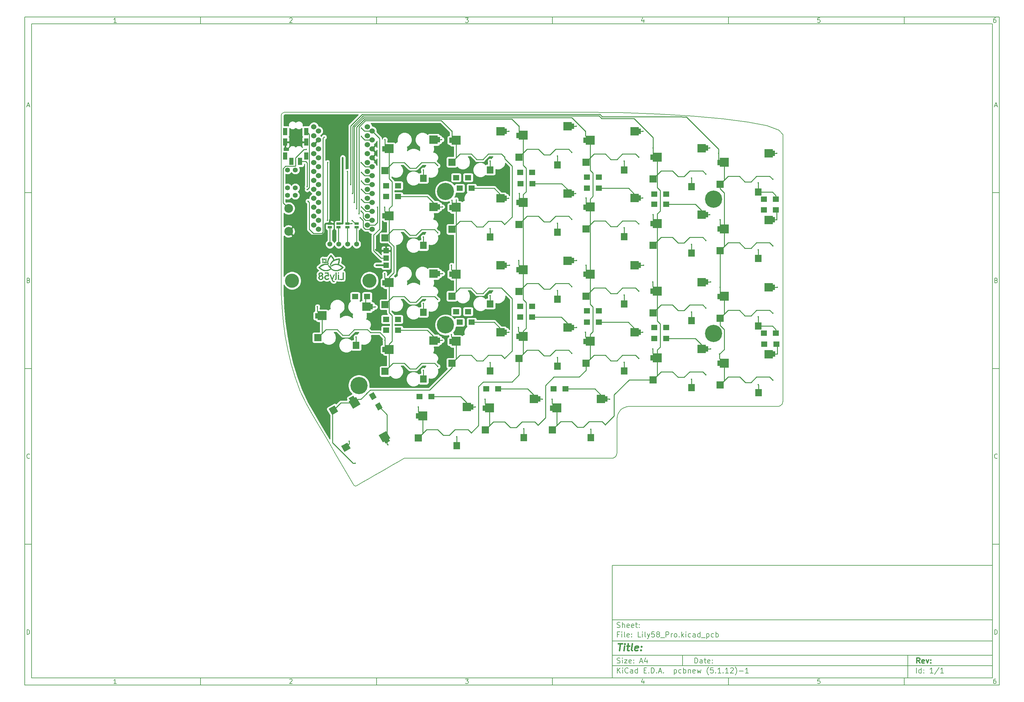
<source format=gbl>
G04 #@! TF.GenerationSoftware,KiCad,Pcbnew,(5.1.12)-1*
G04 #@! TF.CreationDate,2021-12-08T11:34:33+00:00*
G04 #@! TF.ProjectId,Lily58_Pro,4c696c79-3538-45f5-9072-6f2e6b696361,rev?*
G04 #@! TF.SameCoordinates,Original*
G04 #@! TF.FileFunction,Copper,L2,Bot*
G04 #@! TF.FilePolarity,Positive*
%FSLAX46Y46*%
G04 Gerber Fmt 4.6, Leading zero omitted, Abs format (unit mm)*
G04 Created by KiCad (PCBNEW (5.1.12)-1) date 2021-12-08 11:34:33*
%MOMM*%
%LPD*%
G01*
G04 APERTURE LIST*
%ADD10C,0.100000*%
%ADD11C,0.150000*%
%ADD12C,0.300000*%
%ADD13C,0.400000*%
G04 #@! TA.AperFunction,Profile*
%ADD14C,0.200000*%
G04 #@! TD*
G04 #@! TA.AperFunction,EtchedComponent*
%ADD15C,0.010000*%
G04 #@! TD*
G04 #@! TA.AperFunction,ComponentPad*
%ADD16R,1.200000X2.100000*%
G04 #@! TD*
G04 #@! TA.AperFunction,ComponentPad*
%ADD17R,1.524000X1.524000*%
G04 #@! TD*
G04 #@! TA.AperFunction,SMDPad,CuDef*
%ADD18C,0.100000*%
G04 #@! TD*
G04 #@! TA.AperFunction,WasherPad*
%ADD19C,0.100000*%
G04 #@! TD*
G04 #@! TA.AperFunction,SMDPad,CuDef*
%ADD20R,0.700000X1.500000*%
G04 #@! TD*
G04 #@! TA.AperFunction,SMDPad,CuDef*
%ADD21R,2.000000X2.000000*%
G04 #@! TD*
G04 #@! TA.AperFunction,SMDPad,CuDef*
%ADD22R,1.900000X2.000000*%
G04 #@! TD*
G04 #@! TA.AperFunction,SMDPad,CuDef*
%ADD23R,2.500000X2.500000*%
G04 #@! TD*
G04 #@! TA.AperFunction,SMDPad,CuDef*
%ADD24R,2.400000X2.400000*%
G04 #@! TD*
G04 #@! TA.AperFunction,ComponentPad*
%ADD25C,1.524000*%
G04 #@! TD*
G04 #@! TA.AperFunction,ComponentPad*
%ADD26C,4.900000*%
G04 #@! TD*
G04 #@! TA.AperFunction,ComponentPad*
%ADD27C,1.397000*%
G04 #@! TD*
G04 #@! TA.AperFunction,SMDPad,CuDef*
%ADD28R,1.143000X0.635000*%
G04 #@! TD*
G04 #@! TA.AperFunction,ComponentPad*
%ADD29C,2.500000*%
G04 #@! TD*
G04 #@! TA.AperFunction,ComponentPad*
%ADD30R,1.800000X1.500000*%
G04 #@! TD*
G04 #@! TA.AperFunction,ComponentPad*
%ADD31C,0.100000*%
G04 #@! TD*
G04 #@! TA.AperFunction,ComponentPad*
%ADD32C,4.000000*%
G04 #@! TD*
G04 #@! TA.AperFunction,ViaPad*
%ADD33C,0.400000*%
G04 #@! TD*
G04 #@! TA.AperFunction,Conductor*
%ADD34C,0.250000*%
G04 #@! TD*
G04 #@! TA.AperFunction,Conductor*
%ADD35C,0.500000*%
G04 #@! TD*
G04 #@! TA.AperFunction,Conductor*
%ADD36C,0.254000*%
G04 #@! TD*
G04 #@! TA.AperFunction,Conductor*
%ADD37C,0.100000*%
G04 #@! TD*
G04 APERTURE END LIST*
D10*
D11*
X177002200Y-166007200D02*
X177002200Y-198007200D01*
X285002200Y-198007200D01*
X285002200Y-166007200D01*
X177002200Y-166007200D01*
D10*
D11*
X10000000Y-10000000D02*
X10000000Y-200007200D01*
X287002200Y-200007200D01*
X287002200Y-10000000D01*
X10000000Y-10000000D01*
D10*
D11*
X12000000Y-12000000D02*
X12000000Y-198007200D01*
X285002200Y-198007200D01*
X285002200Y-12000000D01*
X12000000Y-12000000D01*
D10*
D11*
X60000000Y-12000000D02*
X60000000Y-10000000D01*
D10*
D11*
X110000000Y-12000000D02*
X110000000Y-10000000D01*
D10*
D11*
X160000000Y-12000000D02*
X160000000Y-10000000D01*
D10*
D11*
X210000000Y-12000000D02*
X210000000Y-10000000D01*
D10*
D11*
X260000000Y-12000000D02*
X260000000Y-10000000D01*
D10*
D11*
X36065476Y-11588095D02*
X35322619Y-11588095D01*
X35694047Y-11588095D02*
X35694047Y-10288095D01*
X35570238Y-10473809D01*
X35446428Y-10597619D01*
X35322619Y-10659523D01*
D10*
D11*
X85322619Y-10411904D02*
X85384523Y-10350000D01*
X85508333Y-10288095D01*
X85817857Y-10288095D01*
X85941666Y-10350000D01*
X86003571Y-10411904D01*
X86065476Y-10535714D01*
X86065476Y-10659523D01*
X86003571Y-10845238D01*
X85260714Y-11588095D01*
X86065476Y-11588095D01*
D10*
D11*
X135260714Y-10288095D02*
X136065476Y-10288095D01*
X135632142Y-10783333D01*
X135817857Y-10783333D01*
X135941666Y-10845238D01*
X136003571Y-10907142D01*
X136065476Y-11030952D01*
X136065476Y-11340476D01*
X136003571Y-11464285D01*
X135941666Y-11526190D01*
X135817857Y-11588095D01*
X135446428Y-11588095D01*
X135322619Y-11526190D01*
X135260714Y-11464285D01*
D10*
D11*
X185941666Y-10721428D02*
X185941666Y-11588095D01*
X185632142Y-10226190D02*
X185322619Y-11154761D01*
X186127380Y-11154761D01*
D10*
D11*
X236003571Y-10288095D02*
X235384523Y-10288095D01*
X235322619Y-10907142D01*
X235384523Y-10845238D01*
X235508333Y-10783333D01*
X235817857Y-10783333D01*
X235941666Y-10845238D01*
X236003571Y-10907142D01*
X236065476Y-11030952D01*
X236065476Y-11340476D01*
X236003571Y-11464285D01*
X235941666Y-11526190D01*
X235817857Y-11588095D01*
X235508333Y-11588095D01*
X235384523Y-11526190D01*
X235322619Y-11464285D01*
D10*
D11*
X285941666Y-10288095D02*
X285694047Y-10288095D01*
X285570238Y-10350000D01*
X285508333Y-10411904D01*
X285384523Y-10597619D01*
X285322619Y-10845238D01*
X285322619Y-11340476D01*
X285384523Y-11464285D01*
X285446428Y-11526190D01*
X285570238Y-11588095D01*
X285817857Y-11588095D01*
X285941666Y-11526190D01*
X286003571Y-11464285D01*
X286065476Y-11340476D01*
X286065476Y-11030952D01*
X286003571Y-10907142D01*
X285941666Y-10845238D01*
X285817857Y-10783333D01*
X285570238Y-10783333D01*
X285446428Y-10845238D01*
X285384523Y-10907142D01*
X285322619Y-11030952D01*
D10*
D11*
X60000000Y-198007200D02*
X60000000Y-200007200D01*
D10*
D11*
X110000000Y-198007200D02*
X110000000Y-200007200D01*
D10*
D11*
X160000000Y-198007200D02*
X160000000Y-200007200D01*
D10*
D11*
X210000000Y-198007200D02*
X210000000Y-200007200D01*
D10*
D11*
X260000000Y-198007200D02*
X260000000Y-200007200D01*
D10*
D11*
X36065476Y-199595295D02*
X35322619Y-199595295D01*
X35694047Y-199595295D02*
X35694047Y-198295295D01*
X35570238Y-198481009D01*
X35446428Y-198604819D01*
X35322619Y-198666723D01*
D10*
D11*
X85322619Y-198419104D02*
X85384523Y-198357200D01*
X85508333Y-198295295D01*
X85817857Y-198295295D01*
X85941666Y-198357200D01*
X86003571Y-198419104D01*
X86065476Y-198542914D01*
X86065476Y-198666723D01*
X86003571Y-198852438D01*
X85260714Y-199595295D01*
X86065476Y-199595295D01*
D10*
D11*
X135260714Y-198295295D02*
X136065476Y-198295295D01*
X135632142Y-198790533D01*
X135817857Y-198790533D01*
X135941666Y-198852438D01*
X136003571Y-198914342D01*
X136065476Y-199038152D01*
X136065476Y-199347676D01*
X136003571Y-199471485D01*
X135941666Y-199533390D01*
X135817857Y-199595295D01*
X135446428Y-199595295D01*
X135322619Y-199533390D01*
X135260714Y-199471485D01*
D10*
D11*
X185941666Y-198728628D02*
X185941666Y-199595295D01*
X185632142Y-198233390D02*
X185322619Y-199161961D01*
X186127380Y-199161961D01*
D10*
D11*
X236003571Y-198295295D02*
X235384523Y-198295295D01*
X235322619Y-198914342D01*
X235384523Y-198852438D01*
X235508333Y-198790533D01*
X235817857Y-198790533D01*
X235941666Y-198852438D01*
X236003571Y-198914342D01*
X236065476Y-199038152D01*
X236065476Y-199347676D01*
X236003571Y-199471485D01*
X235941666Y-199533390D01*
X235817857Y-199595295D01*
X235508333Y-199595295D01*
X235384523Y-199533390D01*
X235322619Y-199471485D01*
D10*
D11*
X285941666Y-198295295D02*
X285694047Y-198295295D01*
X285570238Y-198357200D01*
X285508333Y-198419104D01*
X285384523Y-198604819D01*
X285322619Y-198852438D01*
X285322619Y-199347676D01*
X285384523Y-199471485D01*
X285446428Y-199533390D01*
X285570238Y-199595295D01*
X285817857Y-199595295D01*
X285941666Y-199533390D01*
X286003571Y-199471485D01*
X286065476Y-199347676D01*
X286065476Y-199038152D01*
X286003571Y-198914342D01*
X285941666Y-198852438D01*
X285817857Y-198790533D01*
X285570238Y-198790533D01*
X285446428Y-198852438D01*
X285384523Y-198914342D01*
X285322619Y-199038152D01*
D10*
D11*
X10000000Y-60000000D02*
X12000000Y-60000000D01*
D10*
D11*
X10000000Y-110000000D02*
X12000000Y-110000000D01*
D10*
D11*
X10000000Y-160000000D02*
X12000000Y-160000000D01*
D10*
D11*
X10690476Y-35216666D02*
X11309523Y-35216666D01*
X10566666Y-35588095D02*
X11000000Y-34288095D01*
X11433333Y-35588095D01*
D10*
D11*
X11092857Y-84907142D02*
X11278571Y-84969047D01*
X11340476Y-85030952D01*
X11402380Y-85154761D01*
X11402380Y-85340476D01*
X11340476Y-85464285D01*
X11278571Y-85526190D01*
X11154761Y-85588095D01*
X10659523Y-85588095D01*
X10659523Y-84288095D01*
X11092857Y-84288095D01*
X11216666Y-84350000D01*
X11278571Y-84411904D01*
X11340476Y-84535714D01*
X11340476Y-84659523D01*
X11278571Y-84783333D01*
X11216666Y-84845238D01*
X11092857Y-84907142D01*
X10659523Y-84907142D01*
D10*
D11*
X11402380Y-135464285D02*
X11340476Y-135526190D01*
X11154761Y-135588095D01*
X11030952Y-135588095D01*
X10845238Y-135526190D01*
X10721428Y-135402380D01*
X10659523Y-135278571D01*
X10597619Y-135030952D01*
X10597619Y-134845238D01*
X10659523Y-134597619D01*
X10721428Y-134473809D01*
X10845238Y-134350000D01*
X11030952Y-134288095D01*
X11154761Y-134288095D01*
X11340476Y-134350000D01*
X11402380Y-134411904D01*
D10*
D11*
X10659523Y-185588095D02*
X10659523Y-184288095D01*
X10969047Y-184288095D01*
X11154761Y-184350000D01*
X11278571Y-184473809D01*
X11340476Y-184597619D01*
X11402380Y-184845238D01*
X11402380Y-185030952D01*
X11340476Y-185278571D01*
X11278571Y-185402380D01*
X11154761Y-185526190D01*
X10969047Y-185588095D01*
X10659523Y-185588095D01*
D10*
D11*
X287002200Y-60000000D02*
X285002200Y-60000000D01*
D10*
D11*
X287002200Y-110000000D02*
X285002200Y-110000000D01*
D10*
D11*
X287002200Y-160000000D02*
X285002200Y-160000000D01*
D10*
D11*
X285692676Y-35216666D02*
X286311723Y-35216666D01*
X285568866Y-35588095D02*
X286002200Y-34288095D01*
X286435533Y-35588095D01*
D10*
D11*
X286095057Y-84907142D02*
X286280771Y-84969047D01*
X286342676Y-85030952D01*
X286404580Y-85154761D01*
X286404580Y-85340476D01*
X286342676Y-85464285D01*
X286280771Y-85526190D01*
X286156961Y-85588095D01*
X285661723Y-85588095D01*
X285661723Y-84288095D01*
X286095057Y-84288095D01*
X286218866Y-84350000D01*
X286280771Y-84411904D01*
X286342676Y-84535714D01*
X286342676Y-84659523D01*
X286280771Y-84783333D01*
X286218866Y-84845238D01*
X286095057Y-84907142D01*
X285661723Y-84907142D01*
D10*
D11*
X286404580Y-135464285D02*
X286342676Y-135526190D01*
X286156961Y-135588095D01*
X286033152Y-135588095D01*
X285847438Y-135526190D01*
X285723628Y-135402380D01*
X285661723Y-135278571D01*
X285599819Y-135030952D01*
X285599819Y-134845238D01*
X285661723Y-134597619D01*
X285723628Y-134473809D01*
X285847438Y-134350000D01*
X286033152Y-134288095D01*
X286156961Y-134288095D01*
X286342676Y-134350000D01*
X286404580Y-134411904D01*
D10*
D11*
X285661723Y-185588095D02*
X285661723Y-184288095D01*
X285971247Y-184288095D01*
X286156961Y-184350000D01*
X286280771Y-184473809D01*
X286342676Y-184597619D01*
X286404580Y-184845238D01*
X286404580Y-185030952D01*
X286342676Y-185278571D01*
X286280771Y-185402380D01*
X286156961Y-185526190D01*
X285971247Y-185588095D01*
X285661723Y-185588095D01*
D10*
D11*
X200434342Y-193785771D02*
X200434342Y-192285771D01*
X200791485Y-192285771D01*
X201005771Y-192357200D01*
X201148628Y-192500057D01*
X201220057Y-192642914D01*
X201291485Y-192928628D01*
X201291485Y-193142914D01*
X201220057Y-193428628D01*
X201148628Y-193571485D01*
X201005771Y-193714342D01*
X200791485Y-193785771D01*
X200434342Y-193785771D01*
X202577200Y-193785771D02*
X202577200Y-193000057D01*
X202505771Y-192857200D01*
X202362914Y-192785771D01*
X202077200Y-192785771D01*
X201934342Y-192857200D01*
X202577200Y-193714342D02*
X202434342Y-193785771D01*
X202077200Y-193785771D01*
X201934342Y-193714342D01*
X201862914Y-193571485D01*
X201862914Y-193428628D01*
X201934342Y-193285771D01*
X202077200Y-193214342D01*
X202434342Y-193214342D01*
X202577200Y-193142914D01*
X203077200Y-192785771D02*
X203648628Y-192785771D01*
X203291485Y-192285771D02*
X203291485Y-193571485D01*
X203362914Y-193714342D01*
X203505771Y-193785771D01*
X203648628Y-193785771D01*
X204720057Y-193714342D02*
X204577200Y-193785771D01*
X204291485Y-193785771D01*
X204148628Y-193714342D01*
X204077200Y-193571485D01*
X204077200Y-193000057D01*
X204148628Y-192857200D01*
X204291485Y-192785771D01*
X204577200Y-192785771D01*
X204720057Y-192857200D01*
X204791485Y-193000057D01*
X204791485Y-193142914D01*
X204077200Y-193285771D01*
X205434342Y-193642914D02*
X205505771Y-193714342D01*
X205434342Y-193785771D01*
X205362914Y-193714342D01*
X205434342Y-193642914D01*
X205434342Y-193785771D01*
X205434342Y-192857200D02*
X205505771Y-192928628D01*
X205434342Y-193000057D01*
X205362914Y-192928628D01*
X205434342Y-192857200D01*
X205434342Y-193000057D01*
D10*
D11*
X177002200Y-194507200D02*
X285002200Y-194507200D01*
D10*
D11*
X178434342Y-196585771D02*
X178434342Y-195085771D01*
X179291485Y-196585771D02*
X178648628Y-195728628D01*
X179291485Y-195085771D02*
X178434342Y-195942914D01*
X179934342Y-196585771D02*
X179934342Y-195585771D01*
X179934342Y-195085771D02*
X179862914Y-195157200D01*
X179934342Y-195228628D01*
X180005771Y-195157200D01*
X179934342Y-195085771D01*
X179934342Y-195228628D01*
X181505771Y-196442914D02*
X181434342Y-196514342D01*
X181220057Y-196585771D01*
X181077200Y-196585771D01*
X180862914Y-196514342D01*
X180720057Y-196371485D01*
X180648628Y-196228628D01*
X180577200Y-195942914D01*
X180577200Y-195728628D01*
X180648628Y-195442914D01*
X180720057Y-195300057D01*
X180862914Y-195157200D01*
X181077200Y-195085771D01*
X181220057Y-195085771D01*
X181434342Y-195157200D01*
X181505771Y-195228628D01*
X182791485Y-196585771D02*
X182791485Y-195800057D01*
X182720057Y-195657200D01*
X182577200Y-195585771D01*
X182291485Y-195585771D01*
X182148628Y-195657200D01*
X182791485Y-196514342D02*
X182648628Y-196585771D01*
X182291485Y-196585771D01*
X182148628Y-196514342D01*
X182077200Y-196371485D01*
X182077200Y-196228628D01*
X182148628Y-196085771D01*
X182291485Y-196014342D01*
X182648628Y-196014342D01*
X182791485Y-195942914D01*
X184148628Y-196585771D02*
X184148628Y-195085771D01*
X184148628Y-196514342D02*
X184005771Y-196585771D01*
X183720057Y-196585771D01*
X183577200Y-196514342D01*
X183505771Y-196442914D01*
X183434342Y-196300057D01*
X183434342Y-195871485D01*
X183505771Y-195728628D01*
X183577200Y-195657200D01*
X183720057Y-195585771D01*
X184005771Y-195585771D01*
X184148628Y-195657200D01*
X186005771Y-195800057D02*
X186505771Y-195800057D01*
X186720057Y-196585771D02*
X186005771Y-196585771D01*
X186005771Y-195085771D01*
X186720057Y-195085771D01*
X187362914Y-196442914D02*
X187434342Y-196514342D01*
X187362914Y-196585771D01*
X187291485Y-196514342D01*
X187362914Y-196442914D01*
X187362914Y-196585771D01*
X188077200Y-196585771D02*
X188077200Y-195085771D01*
X188434342Y-195085771D01*
X188648628Y-195157200D01*
X188791485Y-195300057D01*
X188862914Y-195442914D01*
X188934342Y-195728628D01*
X188934342Y-195942914D01*
X188862914Y-196228628D01*
X188791485Y-196371485D01*
X188648628Y-196514342D01*
X188434342Y-196585771D01*
X188077200Y-196585771D01*
X189577200Y-196442914D02*
X189648628Y-196514342D01*
X189577200Y-196585771D01*
X189505771Y-196514342D01*
X189577200Y-196442914D01*
X189577200Y-196585771D01*
X190220057Y-196157200D02*
X190934342Y-196157200D01*
X190077200Y-196585771D02*
X190577200Y-195085771D01*
X191077200Y-196585771D01*
X191577200Y-196442914D02*
X191648628Y-196514342D01*
X191577200Y-196585771D01*
X191505771Y-196514342D01*
X191577200Y-196442914D01*
X191577200Y-196585771D01*
X194577200Y-195585771D02*
X194577200Y-197085771D01*
X194577200Y-195657200D02*
X194720057Y-195585771D01*
X195005771Y-195585771D01*
X195148628Y-195657200D01*
X195220057Y-195728628D01*
X195291485Y-195871485D01*
X195291485Y-196300057D01*
X195220057Y-196442914D01*
X195148628Y-196514342D01*
X195005771Y-196585771D01*
X194720057Y-196585771D01*
X194577200Y-196514342D01*
X196577200Y-196514342D02*
X196434342Y-196585771D01*
X196148628Y-196585771D01*
X196005771Y-196514342D01*
X195934342Y-196442914D01*
X195862914Y-196300057D01*
X195862914Y-195871485D01*
X195934342Y-195728628D01*
X196005771Y-195657200D01*
X196148628Y-195585771D01*
X196434342Y-195585771D01*
X196577200Y-195657200D01*
X197220057Y-196585771D02*
X197220057Y-195085771D01*
X197220057Y-195657200D02*
X197362914Y-195585771D01*
X197648628Y-195585771D01*
X197791485Y-195657200D01*
X197862914Y-195728628D01*
X197934342Y-195871485D01*
X197934342Y-196300057D01*
X197862914Y-196442914D01*
X197791485Y-196514342D01*
X197648628Y-196585771D01*
X197362914Y-196585771D01*
X197220057Y-196514342D01*
X198577200Y-195585771D02*
X198577200Y-196585771D01*
X198577200Y-195728628D02*
X198648628Y-195657200D01*
X198791485Y-195585771D01*
X199005771Y-195585771D01*
X199148628Y-195657200D01*
X199220057Y-195800057D01*
X199220057Y-196585771D01*
X200505771Y-196514342D02*
X200362914Y-196585771D01*
X200077200Y-196585771D01*
X199934342Y-196514342D01*
X199862914Y-196371485D01*
X199862914Y-195800057D01*
X199934342Y-195657200D01*
X200077200Y-195585771D01*
X200362914Y-195585771D01*
X200505771Y-195657200D01*
X200577200Y-195800057D01*
X200577200Y-195942914D01*
X199862914Y-196085771D01*
X201077200Y-195585771D02*
X201362914Y-196585771D01*
X201648628Y-195871485D01*
X201934342Y-196585771D01*
X202220057Y-195585771D01*
X204362914Y-197157200D02*
X204291485Y-197085771D01*
X204148628Y-196871485D01*
X204077200Y-196728628D01*
X204005771Y-196514342D01*
X203934342Y-196157200D01*
X203934342Y-195871485D01*
X204005771Y-195514342D01*
X204077200Y-195300057D01*
X204148628Y-195157200D01*
X204291485Y-194942914D01*
X204362914Y-194871485D01*
X205648628Y-195085771D02*
X204934342Y-195085771D01*
X204862914Y-195800057D01*
X204934342Y-195728628D01*
X205077200Y-195657200D01*
X205434342Y-195657200D01*
X205577200Y-195728628D01*
X205648628Y-195800057D01*
X205720057Y-195942914D01*
X205720057Y-196300057D01*
X205648628Y-196442914D01*
X205577200Y-196514342D01*
X205434342Y-196585771D01*
X205077200Y-196585771D01*
X204934342Y-196514342D01*
X204862914Y-196442914D01*
X206362914Y-196442914D02*
X206434342Y-196514342D01*
X206362914Y-196585771D01*
X206291485Y-196514342D01*
X206362914Y-196442914D01*
X206362914Y-196585771D01*
X207862914Y-196585771D02*
X207005771Y-196585771D01*
X207434342Y-196585771D02*
X207434342Y-195085771D01*
X207291485Y-195300057D01*
X207148628Y-195442914D01*
X207005771Y-195514342D01*
X208505771Y-196442914D02*
X208577200Y-196514342D01*
X208505771Y-196585771D01*
X208434342Y-196514342D01*
X208505771Y-196442914D01*
X208505771Y-196585771D01*
X210005771Y-196585771D02*
X209148628Y-196585771D01*
X209577200Y-196585771D02*
X209577200Y-195085771D01*
X209434342Y-195300057D01*
X209291485Y-195442914D01*
X209148628Y-195514342D01*
X210577200Y-195228628D02*
X210648628Y-195157200D01*
X210791485Y-195085771D01*
X211148628Y-195085771D01*
X211291485Y-195157200D01*
X211362914Y-195228628D01*
X211434342Y-195371485D01*
X211434342Y-195514342D01*
X211362914Y-195728628D01*
X210505771Y-196585771D01*
X211434342Y-196585771D01*
X211934342Y-197157200D02*
X212005771Y-197085771D01*
X212148628Y-196871485D01*
X212220057Y-196728628D01*
X212291485Y-196514342D01*
X212362914Y-196157200D01*
X212362914Y-195871485D01*
X212291485Y-195514342D01*
X212220057Y-195300057D01*
X212148628Y-195157200D01*
X212005771Y-194942914D01*
X211934342Y-194871485D01*
X213077200Y-196014342D02*
X214220057Y-196014342D01*
X215720057Y-196585771D02*
X214862914Y-196585771D01*
X215291485Y-196585771D02*
X215291485Y-195085771D01*
X215148628Y-195300057D01*
X215005771Y-195442914D01*
X214862914Y-195514342D01*
D10*
D11*
X177002200Y-191507200D02*
X285002200Y-191507200D01*
D10*
D12*
X264411485Y-193785771D02*
X263911485Y-193071485D01*
X263554342Y-193785771D02*
X263554342Y-192285771D01*
X264125771Y-192285771D01*
X264268628Y-192357200D01*
X264340057Y-192428628D01*
X264411485Y-192571485D01*
X264411485Y-192785771D01*
X264340057Y-192928628D01*
X264268628Y-193000057D01*
X264125771Y-193071485D01*
X263554342Y-193071485D01*
X265625771Y-193714342D02*
X265482914Y-193785771D01*
X265197200Y-193785771D01*
X265054342Y-193714342D01*
X264982914Y-193571485D01*
X264982914Y-193000057D01*
X265054342Y-192857200D01*
X265197200Y-192785771D01*
X265482914Y-192785771D01*
X265625771Y-192857200D01*
X265697200Y-193000057D01*
X265697200Y-193142914D01*
X264982914Y-193285771D01*
X266197200Y-192785771D02*
X266554342Y-193785771D01*
X266911485Y-192785771D01*
X267482914Y-193642914D02*
X267554342Y-193714342D01*
X267482914Y-193785771D01*
X267411485Y-193714342D01*
X267482914Y-193642914D01*
X267482914Y-193785771D01*
X267482914Y-192857200D02*
X267554342Y-192928628D01*
X267482914Y-193000057D01*
X267411485Y-192928628D01*
X267482914Y-192857200D01*
X267482914Y-193000057D01*
D10*
D11*
X178362914Y-193714342D02*
X178577200Y-193785771D01*
X178934342Y-193785771D01*
X179077200Y-193714342D01*
X179148628Y-193642914D01*
X179220057Y-193500057D01*
X179220057Y-193357200D01*
X179148628Y-193214342D01*
X179077200Y-193142914D01*
X178934342Y-193071485D01*
X178648628Y-193000057D01*
X178505771Y-192928628D01*
X178434342Y-192857200D01*
X178362914Y-192714342D01*
X178362914Y-192571485D01*
X178434342Y-192428628D01*
X178505771Y-192357200D01*
X178648628Y-192285771D01*
X179005771Y-192285771D01*
X179220057Y-192357200D01*
X179862914Y-193785771D02*
X179862914Y-192785771D01*
X179862914Y-192285771D02*
X179791485Y-192357200D01*
X179862914Y-192428628D01*
X179934342Y-192357200D01*
X179862914Y-192285771D01*
X179862914Y-192428628D01*
X180434342Y-192785771D02*
X181220057Y-192785771D01*
X180434342Y-193785771D01*
X181220057Y-193785771D01*
X182362914Y-193714342D02*
X182220057Y-193785771D01*
X181934342Y-193785771D01*
X181791485Y-193714342D01*
X181720057Y-193571485D01*
X181720057Y-193000057D01*
X181791485Y-192857200D01*
X181934342Y-192785771D01*
X182220057Y-192785771D01*
X182362914Y-192857200D01*
X182434342Y-193000057D01*
X182434342Y-193142914D01*
X181720057Y-193285771D01*
X183077200Y-193642914D02*
X183148628Y-193714342D01*
X183077200Y-193785771D01*
X183005771Y-193714342D01*
X183077200Y-193642914D01*
X183077200Y-193785771D01*
X183077200Y-192857200D02*
X183148628Y-192928628D01*
X183077200Y-193000057D01*
X183005771Y-192928628D01*
X183077200Y-192857200D01*
X183077200Y-193000057D01*
X184862914Y-193357200D02*
X185577200Y-193357200D01*
X184720057Y-193785771D02*
X185220057Y-192285771D01*
X185720057Y-193785771D01*
X186862914Y-192785771D02*
X186862914Y-193785771D01*
X186505771Y-192214342D02*
X186148628Y-193285771D01*
X187077200Y-193285771D01*
D10*
D11*
X263434342Y-196585771D02*
X263434342Y-195085771D01*
X264791485Y-196585771D02*
X264791485Y-195085771D01*
X264791485Y-196514342D02*
X264648628Y-196585771D01*
X264362914Y-196585771D01*
X264220057Y-196514342D01*
X264148628Y-196442914D01*
X264077200Y-196300057D01*
X264077200Y-195871485D01*
X264148628Y-195728628D01*
X264220057Y-195657200D01*
X264362914Y-195585771D01*
X264648628Y-195585771D01*
X264791485Y-195657200D01*
X265505771Y-196442914D02*
X265577200Y-196514342D01*
X265505771Y-196585771D01*
X265434342Y-196514342D01*
X265505771Y-196442914D01*
X265505771Y-196585771D01*
X265505771Y-195657200D02*
X265577200Y-195728628D01*
X265505771Y-195800057D01*
X265434342Y-195728628D01*
X265505771Y-195657200D01*
X265505771Y-195800057D01*
X268148628Y-196585771D02*
X267291485Y-196585771D01*
X267720057Y-196585771D02*
X267720057Y-195085771D01*
X267577200Y-195300057D01*
X267434342Y-195442914D01*
X267291485Y-195514342D01*
X269862914Y-195014342D02*
X268577200Y-196942914D01*
X271148628Y-196585771D02*
X270291485Y-196585771D01*
X270720057Y-196585771D02*
X270720057Y-195085771D01*
X270577200Y-195300057D01*
X270434342Y-195442914D01*
X270291485Y-195514342D01*
D10*
D11*
X177002200Y-187507200D02*
X285002200Y-187507200D01*
D10*
D13*
X178714580Y-188211961D02*
X179857438Y-188211961D01*
X179036009Y-190211961D02*
X179286009Y-188211961D01*
X180274104Y-190211961D02*
X180440771Y-188878628D01*
X180524104Y-188211961D02*
X180416961Y-188307200D01*
X180500295Y-188402438D01*
X180607438Y-188307200D01*
X180524104Y-188211961D01*
X180500295Y-188402438D01*
X181107438Y-188878628D02*
X181869342Y-188878628D01*
X181476485Y-188211961D02*
X181262200Y-189926247D01*
X181333628Y-190116723D01*
X181512200Y-190211961D01*
X181702676Y-190211961D01*
X182655057Y-190211961D02*
X182476485Y-190116723D01*
X182405057Y-189926247D01*
X182619342Y-188211961D01*
X184190771Y-190116723D02*
X183988390Y-190211961D01*
X183607438Y-190211961D01*
X183428866Y-190116723D01*
X183357438Y-189926247D01*
X183452676Y-189164342D01*
X183571723Y-188973866D01*
X183774104Y-188878628D01*
X184155057Y-188878628D01*
X184333628Y-188973866D01*
X184405057Y-189164342D01*
X184381247Y-189354819D01*
X183405057Y-189545295D01*
X185155057Y-190021485D02*
X185238390Y-190116723D01*
X185131247Y-190211961D01*
X185047914Y-190116723D01*
X185155057Y-190021485D01*
X185131247Y-190211961D01*
X185286009Y-188973866D02*
X185369342Y-189069104D01*
X185262200Y-189164342D01*
X185178866Y-189069104D01*
X185286009Y-188973866D01*
X185262200Y-189164342D01*
D10*
D11*
X178934342Y-185600057D02*
X178434342Y-185600057D01*
X178434342Y-186385771D02*
X178434342Y-184885771D01*
X179148628Y-184885771D01*
X179720057Y-186385771D02*
X179720057Y-185385771D01*
X179720057Y-184885771D02*
X179648628Y-184957200D01*
X179720057Y-185028628D01*
X179791485Y-184957200D01*
X179720057Y-184885771D01*
X179720057Y-185028628D01*
X180648628Y-186385771D02*
X180505771Y-186314342D01*
X180434342Y-186171485D01*
X180434342Y-184885771D01*
X181791485Y-186314342D02*
X181648628Y-186385771D01*
X181362914Y-186385771D01*
X181220057Y-186314342D01*
X181148628Y-186171485D01*
X181148628Y-185600057D01*
X181220057Y-185457200D01*
X181362914Y-185385771D01*
X181648628Y-185385771D01*
X181791485Y-185457200D01*
X181862914Y-185600057D01*
X181862914Y-185742914D01*
X181148628Y-185885771D01*
X182505771Y-186242914D02*
X182577200Y-186314342D01*
X182505771Y-186385771D01*
X182434342Y-186314342D01*
X182505771Y-186242914D01*
X182505771Y-186385771D01*
X182505771Y-185457200D02*
X182577200Y-185528628D01*
X182505771Y-185600057D01*
X182434342Y-185528628D01*
X182505771Y-185457200D01*
X182505771Y-185600057D01*
X185077200Y-186385771D02*
X184362914Y-186385771D01*
X184362914Y-184885771D01*
X185577200Y-186385771D02*
X185577200Y-185385771D01*
X185577200Y-184885771D02*
X185505771Y-184957200D01*
X185577200Y-185028628D01*
X185648628Y-184957200D01*
X185577200Y-184885771D01*
X185577200Y-185028628D01*
X186505771Y-186385771D02*
X186362914Y-186314342D01*
X186291485Y-186171485D01*
X186291485Y-184885771D01*
X186934342Y-185385771D02*
X187291485Y-186385771D01*
X187648628Y-185385771D02*
X187291485Y-186385771D01*
X187148628Y-186742914D01*
X187077200Y-186814342D01*
X186934342Y-186885771D01*
X188934342Y-184885771D02*
X188220057Y-184885771D01*
X188148628Y-185600057D01*
X188220057Y-185528628D01*
X188362914Y-185457200D01*
X188720057Y-185457200D01*
X188862914Y-185528628D01*
X188934342Y-185600057D01*
X189005771Y-185742914D01*
X189005771Y-186100057D01*
X188934342Y-186242914D01*
X188862914Y-186314342D01*
X188720057Y-186385771D01*
X188362914Y-186385771D01*
X188220057Y-186314342D01*
X188148628Y-186242914D01*
X189862914Y-185528628D02*
X189720057Y-185457200D01*
X189648628Y-185385771D01*
X189577200Y-185242914D01*
X189577200Y-185171485D01*
X189648628Y-185028628D01*
X189720057Y-184957200D01*
X189862914Y-184885771D01*
X190148628Y-184885771D01*
X190291485Y-184957200D01*
X190362914Y-185028628D01*
X190434342Y-185171485D01*
X190434342Y-185242914D01*
X190362914Y-185385771D01*
X190291485Y-185457200D01*
X190148628Y-185528628D01*
X189862914Y-185528628D01*
X189720057Y-185600057D01*
X189648628Y-185671485D01*
X189577200Y-185814342D01*
X189577200Y-186100057D01*
X189648628Y-186242914D01*
X189720057Y-186314342D01*
X189862914Y-186385771D01*
X190148628Y-186385771D01*
X190291485Y-186314342D01*
X190362914Y-186242914D01*
X190434342Y-186100057D01*
X190434342Y-185814342D01*
X190362914Y-185671485D01*
X190291485Y-185600057D01*
X190148628Y-185528628D01*
X190720057Y-186528628D02*
X191862914Y-186528628D01*
X192220057Y-186385771D02*
X192220057Y-184885771D01*
X192791485Y-184885771D01*
X192934342Y-184957200D01*
X193005771Y-185028628D01*
X193077200Y-185171485D01*
X193077200Y-185385771D01*
X193005771Y-185528628D01*
X192934342Y-185600057D01*
X192791485Y-185671485D01*
X192220057Y-185671485D01*
X193720057Y-186385771D02*
X193720057Y-185385771D01*
X193720057Y-185671485D02*
X193791485Y-185528628D01*
X193862914Y-185457200D01*
X194005771Y-185385771D01*
X194148628Y-185385771D01*
X194862914Y-186385771D02*
X194720057Y-186314342D01*
X194648628Y-186242914D01*
X194577200Y-186100057D01*
X194577200Y-185671485D01*
X194648628Y-185528628D01*
X194720057Y-185457200D01*
X194862914Y-185385771D01*
X195077200Y-185385771D01*
X195220057Y-185457200D01*
X195291485Y-185528628D01*
X195362914Y-185671485D01*
X195362914Y-186100057D01*
X195291485Y-186242914D01*
X195220057Y-186314342D01*
X195077200Y-186385771D01*
X194862914Y-186385771D01*
X196005771Y-186242914D02*
X196077200Y-186314342D01*
X196005771Y-186385771D01*
X195934342Y-186314342D01*
X196005771Y-186242914D01*
X196005771Y-186385771D01*
X196720057Y-186385771D02*
X196720057Y-184885771D01*
X196862914Y-185814342D02*
X197291485Y-186385771D01*
X197291485Y-185385771D02*
X196720057Y-185957200D01*
X197934342Y-186385771D02*
X197934342Y-185385771D01*
X197934342Y-184885771D02*
X197862914Y-184957200D01*
X197934342Y-185028628D01*
X198005771Y-184957200D01*
X197934342Y-184885771D01*
X197934342Y-185028628D01*
X199291485Y-186314342D02*
X199148628Y-186385771D01*
X198862914Y-186385771D01*
X198720057Y-186314342D01*
X198648628Y-186242914D01*
X198577200Y-186100057D01*
X198577200Y-185671485D01*
X198648628Y-185528628D01*
X198720057Y-185457200D01*
X198862914Y-185385771D01*
X199148628Y-185385771D01*
X199291485Y-185457200D01*
X200577200Y-186385771D02*
X200577200Y-185600057D01*
X200505771Y-185457200D01*
X200362914Y-185385771D01*
X200077200Y-185385771D01*
X199934342Y-185457200D01*
X200577200Y-186314342D02*
X200434342Y-186385771D01*
X200077200Y-186385771D01*
X199934342Y-186314342D01*
X199862914Y-186171485D01*
X199862914Y-186028628D01*
X199934342Y-185885771D01*
X200077200Y-185814342D01*
X200434342Y-185814342D01*
X200577200Y-185742914D01*
X201934342Y-186385771D02*
X201934342Y-184885771D01*
X201934342Y-186314342D02*
X201791485Y-186385771D01*
X201505771Y-186385771D01*
X201362914Y-186314342D01*
X201291485Y-186242914D01*
X201220057Y-186100057D01*
X201220057Y-185671485D01*
X201291485Y-185528628D01*
X201362914Y-185457200D01*
X201505771Y-185385771D01*
X201791485Y-185385771D01*
X201934342Y-185457200D01*
X202291485Y-186528628D02*
X203434342Y-186528628D01*
X203791485Y-185385771D02*
X203791485Y-186885771D01*
X203791485Y-185457200D02*
X203934342Y-185385771D01*
X204220057Y-185385771D01*
X204362914Y-185457200D01*
X204434342Y-185528628D01*
X204505771Y-185671485D01*
X204505771Y-186100057D01*
X204434342Y-186242914D01*
X204362914Y-186314342D01*
X204220057Y-186385771D01*
X203934342Y-186385771D01*
X203791485Y-186314342D01*
X205791485Y-186314342D02*
X205648628Y-186385771D01*
X205362914Y-186385771D01*
X205220057Y-186314342D01*
X205148628Y-186242914D01*
X205077200Y-186100057D01*
X205077200Y-185671485D01*
X205148628Y-185528628D01*
X205220057Y-185457200D01*
X205362914Y-185385771D01*
X205648628Y-185385771D01*
X205791485Y-185457200D01*
X206434342Y-186385771D02*
X206434342Y-184885771D01*
X206434342Y-185457200D02*
X206577200Y-185385771D01*
X206862914Y-185385771D01*
X207005771Y-185457200D01*
X207077200Y-185528628D01*
X207148628Y-185671485D01*
X207148628Y-186100057D01*
X207077200Y-186242914D01*
X207005771Y-186314342D01*
X206862914Y-186385771D01*
X206577200Y-186385771D01*
X206434342Y-186314342D01*
D10*
D11*
X177002200Y-181507200D02*
X285002200Y-181507200D01*
D10*
D11*
X178362914Y-183614342D02*
X178577200Y-183685771D01*
X178934342Y-183685771D01*
X179077200Y-183614342D01*
X179148628Y-183542914D01*
X179220057Y-183400057D01*
X179220057Y-183257200D01*
X179148628Y-183114342D01*
X179077200Y-183042914D01*
X178934342Y-182971485D01*
X178648628Y-182900057D01*
X178505771Y-182828628D01*
X178434342Y-182757200D01*
X178362914Y-182614342D01*
X178362914Y-182471485D01*
X178434342Y-182328628D01*
X178505771Y-182257200D01*
X178648628Y-182185771D01*
X179005771Y-182185771D01*
X179220057Y-182257200D01*
X179862914Y-183685771D02*
X179862914Y-182185771D01*
X180505771Y-183685771D02*
X180505771Y-182900057D01*
X180434342Y-182757200D01*
X180291485Y-182685771D01*
X180077200Y-182685771D01*
X179934342Y-182757200D01*
X179862914Y-182828628D01*
X181791485Y-183614342D02*
X181648628Y-183685771D01*
X181362914Y-183685771D01*
X181220057Y-183614342D01*
X181148628Y-183471485D01*
X181148628Y-182900057D01*
X181220057Y-182757200D01*
X181362914Y-182685771D01*
X181648628Y-182685771D01*
X181791485Y-182757200D01*
X181862914Y-182900057D01*
X181862914Y-183042914D01*
X181148628Y-183185771D01*
X183077200Y-183614342D02*
X182934342Y-183685771D01*
X182648628Y-183685771D01*
X182505771Y-183614342D01*
X182434342Y-183471485D01*
X182434342Y-182900057D01*
X182505771Y-182757200D01*
X182648628Y-182685771D01*
X182934342Y-182685771D01*
X183077200Y-182757200D01*
X183148628Y-182900057D01*
X183148628Y-183042914D01*
X182434342Y-183185771D01*
X183577200Y-182685771D02*
X184148628Y-182685771D01*
X183791485Y-182185771D02*
X183791485Y-183471485D01*
X183862914Y-183614342D01*
X184005771Y-183685771D01*
X184148628Y-183685771D01*
X184648628Y-183542914D02*
X184720057Y-183614342D01*
X184648628Y-183685771D01*
X184577200Y-183614342D01*
X184648628Y-183542914D01*
X184648628Y-183685771D01*
X184648628Y-182757200D02*
X184720057Y-182828628D01*
X184648628Y-182900057D01*
X184577200Y-182828628D01*
X184648628Y-182757200D01*
X184648628Y-182900057D01*
D10*
D11*
X197002200Y-191507200D02*
X197002200Y-194507200D01*
D10*
D11*
X261002200Y-191507200D02*
X261002200Y-198007200D01*
D14*
X116186619Y-136480784D02*
X117862313Y-135510645D01*
X114510925Y-137450923D02*
X116186619Y-136480784D01*
X82937528Y-50750629D02*
X82937528Y-44443695D01*
X82937528Y-57057562D02*
X82937528Y-50750629D01*
X115211711Y-37086762D02*
X104803877Y-37086762D01*
X218692418Y-120789735D02*
X223959999Y-120789735D01*
X213424836Y-120789735D02*
X218692418Y-120789735D01*
X208157255Y-120789735D02*
X213424836Y-120789735D01*
X202889673Y-120789735D02*
X208157255Y-120789735D01*
X197622092Y-120789735D02*
X202889673Y-120789735D01*
X192354511Y-120789735D02*
X197622092Y-120789735D01*
X187086929Y-120789735D02*
X192354511Y-120789735D01*
X181819348Y-120789735D02*
X187086929Y-120789735D01*
X181113524Y-120860778D02*
X181819348Y-120789735D01*
X180456326Y-121064561D02*
X181113524Y-120860778D01*
X179861773Y-121387065D02*
X180456326Y-121064561D01*
X179343884Y-121814271D02*
X179861773Y-121387065D01*
X178916678Y-122332160D02*
X179343884Y-121814271D01*
X178594174Y-122926713D02*
X178916678Y-122332160D01*
X178390391Y-123583911D02*
X178594174Y-122926713D01*
X178319348Y-124289735D02*
X178390391Y-123583911D01*
X199807654Y-38170488D02*
X189919538Y-37585374D01*
X208420758Y-38945561D02*
X199807654Y-38170488D01*
X215525697Y-39885159D02*
X208420758Y-38945561D01*
X220889319Y-40963847D02*
X215525697Y-39885159D01*
X178989563Y-37215654D02*
X167250881Y-37086762D01*
X189919538Y-37585374D02*
X178989563Y-37215654D01*
X177658308Y-135255660D02*
X177403500Y-135393876D01*
X177880261Y-135072571D02*
X177658308Y-135255660D01*
X178063349Y-134850619D02*
X177880261Y-135072571D01*
X178201565Y-134595810D02*
X178063349Y-134850619D01*
X178288901Y-134314154D02*
X178201565Y-134595810D01*
X178319348Y-134011658D02*
X178288901Y-134314154D01*
X225460000Y-52918378D02*
X225460000Y-62400000D01*
X225460000Y-43436755D02*
X225460000Y-52918378D01*
X82937528Y-69671429D02*
X82937528Y-63364495D01*
X82937528Y-75978362D02*
X82937528Y-69671429D01*
X82937528Y-82285296D02*
X82937528Y-75978362D01*
X82937528Y-88592229D02*
X82937528Y-82285296D01*
X104803877Y-37086762D02*
X94396044Y-37086762D01*
X125619545Y-37086762D02*
X115211711Y-37086762D01*
X136027379Y-37086762D02*
X125619545Y-37086762D01*
X146435213Y-37086762D02*
X136027379Y-37086762D01*
X156843047Y-37086762D02*
X146435213Y-37086762D01*
X167250881Y-37086762D02*
X156843047Y-37086762D01*
X83400937Y-37265961D02*
X83579303Y-37169210D01*
X83245570Y-37394123D02*
X83400937Y-37265961D01*
X83117409Y-37549489D02*
X83245570Y-37394123D01*
X83020657Y-37727855D02*
X83117409Y-37549489D01*
X82959523Y-37925015D02*
X83020657Y-37727855D01*
X82938210Y-38136762D02*
X82959523Y-37925015D01*
X83776462Y-37108075D02*
X83988210Y-37086762D01*
X83579303Y-37169210D02*
X83776462Y-37108075D01*
X94396044Y-37086762D02*
X83988210Y-37086762D01*
X82937528Y-63364495D02*
X82937528Y-57057562D01*
X82937528Y-44443695D02*
X82937528Y-38136762D01*
X88291758Y-116318073D02*
X89993333Y-119989540D01*
X86863105Y-112530670D02*
X88291758Y-116318073D01*
X85688004Y-108649127D02*
X86863105Y-112530670D01*
X84747083Y-104695246D02*
X85688004Y-108649127D01*
X84020972Y-100690825D02*
X84747083Y-104695246D01*
X83490297Y-96657663D02*
X84020972Y-100690825D01*
X83135690Y-92617561D02*
X83490297Y-96657663D01*
X82937777Y-88592317D02*
X83135690Y-92617561D01*
X104288864Y-143357278D02*
X104456758Y-143271756D01*
X104130206Y-143404468D02*
X104288864Y-143357278D01*
X103981252Y-143413974D02*
X104130206Y-143404468D01*
X103842470Y-143386445D02*
X103981252Y-143413974D01*
X103714328Y-143322532D02*
X103842470Y-143386445D01*
X103597295Y-143222884D02*
X103714328Y-143322532D01*
X103491837Y-143088150D02*
X103597295Y-143222884D01*
X103398425Y-142918979D02*
X103491837Y-143088150D01*
X112835230Y-138421062D02*
X114510925Y-137450923D01*
X111159536Y-139391201D02*
X112835230Y-138421062D01*
X109483841Y-140361340D02*
X111159536Y-139391201D01*
X107808147Y-141331479D02*
X109483841Y-140361340D01*
X106132452Y-142301617D02*
X107808147Y-141331479D01*
X104456758Y-143271756D02*
X106132452Y-142301617D01*
X101722730Y-140052659D02*
X103398425Y-142918979D01*
X100047036Y-137186340D02*
X101722730Y-140052659D01*
X98371341Y-134320020D02*
X100047036Y-137186340D01*
X96695647Y-131453701D02*
X98371341Y-134320020D01*
X95019952Y-128587381D02*
X96695647Y-131453701D01*
X93344258Y-125721062D02*
X95019952Y-128587381D01*
X91668563Y-122854742D02*
X93344258Y-125721062D01*
X89992869Y-119988423D02*
X91668563Y-122854742D01*
X169449826Y-135511658D02*
X176819348Y-135511658D01*
X162080304Y-135511658D02*
X169449826Y-135511658D01*
X154710782Y-135511658D02*
X162080304Y-135511658D01*
X147341260Y-135511658D02*
X154710782Y-135511658D01*
X139971738Y-135511658D02*
X147341260Y-135511658D01*
X132602217Y-135511658D02*
X139971738Y-135511658D01*
X125232695Y-135511658D02*
X132602217Y-135511658D01*
X117863173Y-135511658D02*
X125232695Y-135511658D01*
X178319348Y-132816013D02*
X178319348Y-134011658D01*
X178319348Y-131597973D02*
X178319348Y-132816013D01*
X178319348Y-130379933D02*
X178319348Y-131597973D01*
X178319348Y-129161894D02*
X178319348Y-130379933D01*
X178319348Y-127943854D02*
X178319348Y-129161894D01*
X178319348Y-126725814D02*
X178319348Y-127943854D01*
X178319348Y-125507775D02*
X178319348Y-126725814D01*
X178319348Y-124289735D02*
X178319348Y-125507775D01*
X177121844Y-135481211D02*
X176819348Y-135511658D01*
X177403500Y-135393876D02*
X177121844Y-135481211D01*
X224278471Y-42156190D02*
X220889319Y-40963847D01*
X225460000Y-43436755D02*
X224278471Y-42156190D01*
X224262495Y-120759288D02*
X223959999Y-120789735D01*
X224544152Y-120671952D02*
X224262495Y-120759288D01*
X224798960Y-120533736D02*
X224544152Y-120671952D01*
X225020912Y-120350648D02*
X224798960Y-120533736D01*
X225204001Y-120128696D02*
X225020912Y-120350648D01*
X225342217Y-119873887D02*
X225204001Y-120128696D01*
X225429552Y-119592231D02*
X225342217Y-119873887D01*
X225459999Y-119289735D02*
X225429552Y-119592231D01*
X225460000Y-109808112D02*
X225460000Y-119289735D01*
X225460000Y-100326490D02*
X225460000Y-109808112D01*
X225460000Y-90844867D02*
X225460000Y-100326490D01*
X225460000Y-81363245D02*
X225460000Y-90844867D01*
X225460000Y-71881623D02*
X225460000Y-81363245D01*
X225460000Y-62400000D02*
X225460000Y-71881623D01*
D15*
G36*
X96751045Y-83243370D02*
G01*
X96721784Y-83248098D01*
X96710376Y-83252258D01*
X96688425Y-83271141D01*
X96677157Y-83297920D01*
X96677754Y-83329519D01*
X96678877Y-83334247D01*
X96682459Y-83344099D01*
X96691182Y-83366378D01*
X96704638Y-83400095D01*
X96722423Y-83444264D01*
X96744132Y-83497897D01*
X96769358Y-83560006D01*
X96797696Y-83629605D01*
X96828741Y-83705707D01*
X96862086Y-83787323D01*
X96897328Y-83873467D01*
X96934059Y-83963151D01*
X96971874Y-84055389D01*
X97010369Y-84149193D01*
X97049137Y-84243575D01*
X97087772Y-84337548D01*
X97125870Y-84430126D01*
X97163025Y-84520320D01*
X97198831Y-84607143D01*
X97232883Y-84689609D01*
X97264774Y-84766730D01*
X97294101Y-84837519D01*
X97320456Y-84900987D01*
X97343435Y-84956149D01*
X97362632Y-85002017D01*
X97377642Y-85037603D01*
X97388058Y-85061921D01*
X97393476Y-85073982D01*
X97393556Y-85074143D01*
X97430279Y-85135070D01*
X97476215Y-85192137D01*
X97528408Y-85242315D01*
X97583901Y-85282573D01*
X97612033Y-85298070D01*
X97685239Y-85326573D01*
X97760318Y-85341740D01*
X97835286Y-85343303D01*
X97889691Y-85335508D01*
X97931644Y-85324122D01*
X97974036Y-85308767D01*
X98011414Y-85291593D01*
X98032146Y-85279319D01*
X98048265Y-85262135D01*
X98060005Y-85238689D01*
X98060452Y-85237257D01*
X98064378Y-85221239D01*
X98064356Y-85207443D01*
X98059476Y-85191210D01*
X98048827Y-85167879D01*
X98045632Y-85161356D01*
X98024527Y-85125599D01*
X98001844Y-85103255D01*
X97975443Y-85093556D01*
X97943181Y-85095732D01*
X97902917Y-85109015D01*
X97901481Y-85109612D01*
X97847768Y-85127554D01*
X97799789Y-85133298D01*
X97755054Y-85126606D01*
X97711074Y-85107240D01*
X97683008Y-85088701D01*
X97654263Y-85064197D01*
X97627125Y-85033603D01*
X97600547Y-84995264D01*
X97573481Y-84947528D01*
X97544880Y-84888739D01*
X97518904Y-84829609D01*
X97466753Y-84706539D01*
X97755890Y-84020039D01*
X97805414Y-83902222D01*
X97850779Y-83793819D01*
X97891820Y-83695238D01*
X97928370Y-83606889D01*
X97960264Y-83529179D01*
X97987334Y-83462516D01*
X98009415Y-83407309D01*
X98026341Y-83363966D01*
X98037945Y-83332895D01*
X98044061Y-83314505D01*
X98045028Y-83309803D01*
X98038695Y-83283185D01*
X98027525Y-83265705D01*
X98018641Y-83256317D01*
X98009216Y-83250244D01*
X97995872Y-83246629D01*
X97975233Y-83244619D01*
X97943919Y-83243357D01*
X97938625Y-83243196D01*
X97894339Y-83243534D01*
X97861559Y-83248263D01*
X97837681Y-83258361D01*
X97820105Y-83274806D01*
X97809596Y-83291693D01*
X97804667Y-83302697D01*
X97794857Y-83325894D01*
X97780685Y-83360006D01*
X97762666Y-83403751D01*
X97741320Y-83455851D01*
X97717162Y-83515025D01*
X97690710Y-83579994D01*
X97662482Y-83649478D01*
X97632994Y-83722197D01*
X97602765Y-83796871D01*
X97572310Y-83872221D01*
X97542147Y-83946967D01*
X97512794Y-84019828D01*
X97484768Y-84089526D01*
X97458586Y-84154781D01*
X97434765Y-84214312D01*
X97413823Y-84266840D01*
X97396277Y-84311085D01*
X97382644Y-84345768D01*
X97373441Y-84369608D01*
X97369185Y-84381326D01*
X97369141Y-84381472D01*
X97362725Y-84399275D01*
X97357014Y-84409303D01*
X97355600Y-84410115D01*
X97350651Y-84403867D01*
X97344225Y-84388220D01*
X97342019Y-84381339D01*
X97337854Y-84369641D01*
X97328819Y-84345810D01*
X97315422Y-84311128D01*
X97298173Y-84266877D01*
X97277582Y-84214337D01*
X97254157Y-84154791D01*
X97228408Y-84089519D01*
X97200845Y-84019805D01*
X97171976Y-83946928D01*
X97142311Y-83872170D01*
X97112360Y-83796814D01*
X97082631Y-83722141D01*
X97053635Y-83649431D01*
X97025880Y-83579967D01*
X96999877Y-83515030D01*
X96976133Y-83455902D01*
X96955159Y-83403864D01*
X96937464Y-83360198D01*
X96923557Y-83326185D01*
X96913948Y-83303107D01*
X96909146Y-83292246D01*
X96909135Y-83292223D01*
X96892599Y-83268947D01*
X96869836Y-83253472D01*
X96838409Y-83244759D01*
X96795884Y-83241766D01*
X96790997Y-83241742D01*
X96751045Y-83243370D01*
G37*
X96751045Y-83243370D02*
X96721784Y-83248098D01*
X96710376Y-83252258D01*
X96688425Y-83271141D01*
X96677157Y-83297920D01*
X96677754Y-83329519D01*
X96678877Y-83334247D01*
X96682459Y-83344099D01*
X96691182Y-83366378D01*
X96704638Y-83400095D01*
X96722423Y-83444264D01*
X96744132Y-83497897D01*
X96769358Y-83560006D01*
X96797696Y-83629605D01*
X96828741Y-83705707D01*
X96862086Y-83787323D01*
X96897328Y-83873467D01*
X96934059Y-83963151D01*
X96971874Y-84055389D01*
X97010369Y-84149193D01*
X97049137Y-84243575D01*
X97087772Y-84337548D01*
X97125870Y-84430126D01*
X97163025Y-84520320D01*
X97198831Y-84607143D01*
X97232883Y-84689609D01*
X97264774Y-84766730D01*
X97294101Y-84837519D01*
X97320456Y-84900987D01*
X97343435Y-84956149D01*
X97362632Y-85002017D01*
X97377642Y-85037603D01*
X97388058Y-85061921D01*
X97393476Y-85073982D01*
X97393556Y-85074143D01*
X97430279Y-85135070D01*
X97476215Y-85192137D01*
X97528408Y-85242315D01*
X97583901Y-85282573D01*
X97612033Y-85298070D01*
X97685239Y-85326573D01*
X97760318Y-85341740D01*
X97835286Y-85343303D01*
X97889691Y-85335508D01*
X97931644Y-85324122D01*
X97974036Y-85308767D01*
X98011414Y-85291593D01*
X98032146Y-85279319D01*
X98048265Y-85262135D01*
X98060005Y-85238689D01*
X98060452Y-85237257D01*
X98064378Y-85221239D01*
X98064356Y-85207443D01*
X98059476Y-85191210D01*
X98048827Y-85167879D01*
X98045632Y-85161356D01*
X98024527Y-85125599D01*
X98001844Y-85103255D01*
X97975443Y-85093556D01*
X97943181Y-85095732D01*
X97902917Y-85109015D01*
X97901481Y-85109612D01*
X97847768Y-85127554D01*
X97799789Y-85133298D01*
X97755054Y-85126606D01*
X97711074Y-85107240D01*
X97683008Y-85088701D01*
X97654263Y-85064197D01*
X97627125Y-85033603D01*
X97600547Y-84995264D01*
X97573481Y-84947528D01*
X97544880Y-84888739D01*
X97518904Y-84829609D01*
X97466753Y-84706539D01*
X97755890Y-84020039D01*
X97805414Y-83902222D01*
X97850779Y-83793819D01*
X97891820Y-83695238D01*
X97928370Y-83606889D01*
X97960264Y-83529179D01*
X97987334Y-83462516D01*
X98009415Y-83407309D01*
X98026341Y-83363966D01*
X98037945Y-83332895D01*
X98044061Y-83314505D01*
X98045028Y-83309803D01*
X98038695Y-83283185D01*
X98027525Y-83265705D01*
X98018641Y-83256317D01*
X98009216Y-83250244D01*
X97995872Y-83246629D01*
X97975233Y-83244619D01*
X97943919Y-83243357D01*
X97938625Y-83243196D01*
X97894339Y-83243534D01*
X97861559Y-83248263D01*
X97837681Y-83258361D01*
X97820105Y-83274806D01*
X97809596Y-83291693D01*
X97804667Y-83302697D01*
X97794857Y-83325894D01*
X97780685Y-83360006D01*
X97762666Y-83403751D01*
X97741320Y-83455851D01*
X97717162Y-83515025D01*
X97690710Y-83579994D01*
X97662482Y-83649478D01*
X97632994Y-83722197D01*
X97602765Y-83796871D01*
X97572310Y-83872221D01*
X97542147Y-83946967D01*
X97512794Y-84019828D01*
X97484768Y-84089526D01*
X97458586Y-84154781D01*
X97434765Y-84214312D01*
X97413823Y-84266840D01*
X97396277Y-84311085D01*
X97382644Y-84345768D01*
X97373441Y-84369608D01*
X97369185Y-84381326D01*
X97369141Y-84381472D01*
X97362725Y-84399275D01*
X97357014Y-84409303D01*
X97355600Y-84410115D01*
X97350651Y-84403867D01*
X97344225Y-84388220D01*
X97342019Y-84381339D01*
X97337854Y-84369641D01*
X97328819Y-84345810D01*
X97315422Y-84311128D01*
X97298173Y-84266877D01*
X97277582Y-84214337D01*
X97254157Y-84154791D01*
X97228408Y-84089519D01*
X97200845Y-84019805D01*
X97171976Y-83946928D01*
X97142311Y-83872170D01*
X97112360Y-83796814D01*
X97082631Y-83722141D01*
X97053635Y-83649431D01*
X97025880Y-83579967D01*
X96999877Y-83515030D01*
X96976133Y-83455902D01*
X96955159Y-83403864D01*
X96937464Y-83360198D01*
X96923557Y-83326185D01*
X96913948Y-83303107D01*
X96909146Y-83292246D01*
X96909135Y-83292223D01*
X96892599Y-83268947D01*
X96869836Y-83253472D01*
X96838409Y-83244759D01*
X96795884Y-83241766D01*
X96790997Y-83241742D01*
X96751045Y-83243370D01*
G36*
X98422438Y-82662965D02*
G01*
X98385980Y-82670438D01*
X98360688Y-82685037D01*
X98351386Y-82695939D01*
X98349490Y-82699587D01*
X98347787Y-82704960D01*
X98346262Y-82712842D01*
X98344901Y-82724018D01*
X98343688Y-82739271D01*
X98342610Y-82759385D01*
X98341652Y-82785144D01*
X98340799Y-82817333D01*
X98340038Y-82856734D01*
X98339353Y-82904131D01*
X98338731Y-82960310D01*
X98338156Y-83026052D01*
X98337615Y-83102144D01*
X98337093Y-83189367D01*
X98336575Y-83288507D01*
X98336047Y-83400347D01*
X98335495Y-83525670D01*
X98335314Y-83567963D01*
X98331685Y-84421000D01*
X98313543Y-84457275D01*
X98289234Y-84493028D01*
X98257472Y-84516653D01*
X98216691Y-84529291D01*
X98214045Y-84529707D01*
X98175334Y-84538829D01*
X98148963Y-84553127D01*
X98133527Y-84573197D01*
X98127788Y-84595302D01*
X98125239Y-84625515D01*
X98125802Y-84658155D01*
X98129396Y-84687543D01*
X98135400Y-84706996D01*
X98154536Y-84728425D01*
X98185302Y-84741734D01*
X98227210Y-84746793D01*
X98273628Y-84744233D01*
X98344484Y-84729630D01*
X98406436Y-84703704D01*
X98459071Y-84666818D01*
X98501977Y-84619333D01*
X98534742Y-84561613D01*
X98556601Y-84495525D01*
X98558246Y-84486898D01*
X98559719Y-84475207D01*
X98561029Y-84459679D01*
X98562186Y-84439543D01*
X98563199Y-84414026D01*
X98564076Y-84382357D01*
X98564828Y-84343764D01*
X98565463Y-84297475D01*
X98565991Y-84242719D01*
X98566420Y-84178722D01*
X98566759Y-84104714D01*
X98567019Y-84019922D01*
X98567207Y-83923574D01*
X98567334Y-83814900D01*
X98567408Y-83693126D01*
X98567435Y-83581100D01*
X98567543Y-82712172D01*
X98546527Y-82688651D01*
X98534562Y-82676463D01*
X98522776Y-82669140D01*
X98506775Y-82665155D01*
X98482164Y-82662979D01*
X98470932Y-82662374D01*
X98422438Y-82662965D01*
G37*
X98422438Y-82662965D02*
X98385980Y-82670438D01*
X98360688Y-82685037D01*
X98351386Y-82695939D01*
X98349490Y-82699587D01*
X98347787Y-82704960D01*
X98346262Y-82712842D01*
X98344901Y-82724018D01*
X98343688Y-82739271D01*
X98342610Y-82759385D01*
X98341652Y-82785144D01*
X98340799Y-82817333D01*
X98340038Y-82856734D01*
X98339353Y-82904131D01*
X98338731Y-82960310D01*
X98338156Y-83026052D01*
X98337615Y-83102144D01*
X98337093Y-83189367D01*
X98336575Y-83288507D01*
X98336047Y-83400347D01*
X98335495Y-83525670D01*
X98335314Y-83567963D01*
X98331685Y-84421000D01*
X98313543Y-84457275D01*
X98289234Y-84493028D01*
X98257472Y-84516653D01*
X98216691Y-84529291D01*
X98214045Y-84529707D01*
X98175334Y-84538829D01*
X98148963Y-84553127D01*
X98133527Y-84573197D01*
X98127788Y-84595302D01*
X98125239Y-84625515D01*
X98125802Y-84658155D01*
X98129396Y-84687543D01*
X98135400Y-84706996D01*
X98154536Y-84728425D01*
X98185302Y-84741734D01*
X98227210Y-84746793D01*
X98273628Y-84744233D01*
X98344484Y-84729630D01*
X98406436Y-84703704D01*
X98459071Y-84666818D01*
X98501977Y-84619333D01*
X98534742Y-84561613D01*
X98556601Y-84495525D01*
X98558246Y-84486898D01*
X98559719Y-84475207D01*
X98561029Y-84459679D01*
X98562186Y-84439543D01*
X98563199Y-84414026D01*
X98564076Y-84382357D01*
X98564828Y-84343764D01*
X98565463Y-84297475D01*
X98565991Y-84242719D01*
X98566420Y-84178722D01*
X98566759Y-84104714D01*
X98567019Y-84019922D01*
X98567207Y-83923574D01*
X98567334Y-83814900D01*
X98567408Y-83693126D01*
X98567435Y-83581100D01*
X98567543Y-82712172D01*
X98546527Y-82688651D01*
X98534562Y-82676463D01*
X98522776Y-82669140D01*
X98506775Y-82665155D01*
X98482164Y-82662979D01*
X98470932Y-82662374D01*
X98422438Y-82662965D01*
G36*
X95699005Y-82672034D02*
G01*
X95615836Y-82672110D01*
X95545076Y-82672349D01*
X95485673Y-82672843D01*
X95436575Y-82673681D01*
X95396729Y-82674957D01*
X95365084Y-82676762D01*
X95340585Y-82679186D01*
X95322182Y-82682321D01*
X95308821Y-82686260D01*
X95299451Y-82691092D01*
X95293019Y-82696910D01*
X95288472Y-82703806D01*
X95284758Y-82711869D01*
X95282793Y-82716589D01*
X95277135Y-82739214D01*
X95273880Y-82770807D01*
X95273104Y-82806008D01*
X95274883Y-82839460D01*
X95279295Y-82865804D01*
X95280600Y-82870038D01*
X95292456Y-82890545D01*
X95307814Y-82905593D01*
X95313015Y-82908578D01*
X95319909Y-82911093D01*
X95329735Y-82913186D01*
X95343735Y-82914907D01*
X95363150Y-82916306D01*
X95389221Y-82917430D01*
X95423187Y-82918331D01*
X95466291Y-82919056D01*
X95519773Y-82919655D01*
X95584874Y-82920178D01*
X95662835Y-82920673D01*
X95691900Y-82920841D01*
X95763114Y-82921365D01*
X95829732Y-82922088D01*
X95890383Y-82922977D01*
X95943697Y-82924003D01*
X95988303Y-82925133D01*
X96022831Y-82926337D01*
X96045910Y-82927583D01*
X96056169Y-82928841D01*
X96056571Y-82929137D01*
X96057361Y-82937549D01*
X96059608Y-82958720D01*
X96063128Y-82990989D01*
X96067739Y-83032694D01*
X96073255Y-83082174D01*
X96079494Y-83137766D01*
X96085916Y-83194660D01*
X96092585Y-83254333D01*
X96098567Y-83309320D01*
X96103698Y-83357986D01*
X96107812Y-83398701D01*
X96110745Y-83429830D01*
X96112330Y-83449742D01*
X96112432Y-83456788D01*
X96104843Y-83455634D01*
X96088048Y-83449758D01*
X96070387Y-83442450D01*
X95995566Y-83417014D01*
X95913332Y-83402242D01*
X95826071Y-83398095D01*
X95736175Y-83404534D01*
X95646030Y-83421520D01*
X95558026Y-83449014D01*
X95553025Y-83450935D01*
X95481914Y-83482949D01*
X95418658Y-83521528D01*
X95358763Y-83569636D01*
X95326569Y-83600284D01*
X95271064Y-83661604D01*
X95227415Y-83723547D01*
X95193278Y-83789734D01*
X95176994Y-83831262D01*
X95149691Y-83929008D01*
X95136899Y-84026887D01*
X95138619Y-84124844D01*
X95154853Y-84222823D01*
X95172060Y-84283115D01*
X95209109Y-84372628D01*
X95258029Y-84454468D01*
X95317953Y-84527919D01*
X95388014Y-84592265D01*
X95467346Y-84646790D01*
X95555080Y-84690778D01*
X95650351Y-84723513D01*
X95725508Y-84740125D01*
X95775231Y-84746216D01*
X95833263Y-84749459D01*
X95893666Y-84749788D01*
X95950502Y-84747132D01*
X95987013Y-84743169D01*
X96079679Y-84723204D01*
X96171350Y-84691173D01*
X96258992Y-84648552D01*
X96339571Y-84596818D01*
X96410053Y-84537449D01*
X96410357Y-84537152D01*
X96432552Y-84514884D01*
X96446065Y-84498875D01*
X96453007Y-84485677D01*
X96455487Y-84471845D01*
X96455714Y-84463045D01*
X96454376Y-84447052D01*
X96449272Y-84431219D01*
X96438770Y-84412230D01*
X96421234Y-84386770D01*
X96411817Y-84373939D01*
X96382802Y-84337361D01*
X96357578Y-84312964D01*
X96333793Y-84300514D01*
X96309094Y-84299780D01*
X96281127Y-84310526D01*
X96247542Y-84332521D01*
X96219011Y-84354825D01*
X96167561Y-84391461D01*
X96109116Y-84424521D01*
X96049313Y-84451087D01*
X96005771Y-84465309D01*
X95963257Y-84473129D01*
X95912257Y-84477252D01*
X95858083Y-84477680D01*
X95806043Y-84474414D01*
X95761448Y-84467456D01*
X95752390Y-84465223D01*
X95674491Y-84437504D01*
X95606042Y-84399349D01*
X95547663Y-84351432D01*
X95499974Y-84294425D01*
X95463594Y-84229002D01*
X95439143Y-84155837D01*
X95431593Y-84116616D01*
X95428175Y-84045843D01*
X95438170Y-83975575D01*
X95460552Y-83907804D01*
X95494293Y-83844524D01*
X95538370Y-83787725D01*
X95591755Y-83739400D01*
X95642466Y-83707118D01*
X95690693Y-83683988D01*
X95736580Y-83667853D01*
X95784963Y-83657494D01*
X95840682Y-83651690D01*
X95867885Y-83650299D01*
X95930287Y-83649651D01*
X95983941Y-83653743D01*
X96034116Y-83663550D01*
X96086083Y-83680048D01*
X96134622Y-83699637D01*
X96171521Y-83714745D01*
X96199994Y-83724116D01*
X96224386Y-83728916D01*
X96248885Y-83730310D01*
X96295465Y-83725493D01*
X96335296Y-83711508D01*
X96366542Y-83689583D01*
X96387367Y-83660947D01*
X96395504Y-83632238D01*
X96395540Y-83617791D01*
X96394076Y-83590838D01*
X96391277Y-83552925D01*
X96387305Y-83505598D01*
X96382323Y-83450406D01*
X96376495Y-83388893D01*
X96369984Y-83322608D01*
X96362954Y-83253097D01*
X96355567Y-83181907D01*
X96347987Y-83110584D01*
X96340377Y-83040677D01*
X96332901Y-82973730D01*
X96325722Y-82911292D01*
X96319002Y-82854909D01*
X96312906Y-82806127D01*
X96307597Y-82766494D01*
X96303237Y-82737557D01*
X96299991Y-82720862D01*
X96298982Y-82717839D01*
X96284826Y-82698650D01*
X96269014Y-82684797D01*
X96264237Y-82682187D01*
X96257751Y-82679957D01*
X96248456Y-82678077D01*
X96235250Y-82676519D01*
X96217036Y-82675251D01*
X96192713Y-82674245D01*
X96161182Y-82673470D01*
X96121342Y-82672898D01*
X96072093Y-82672498D01*
X96012337Y-82672241D01*
X95940973Y-82672098D01*
X95856902Y-82672037D01*
X95795636Y-82672029D01*
X95699005Y-82672034D01*
G37*
X95699005Y-82672034D02*
X95615836Y-82672110D01*
X95545076Y-82672349D01*
X95485673Y-82672843D01*
X95436575Y-82673681D01*
X95396729Y-82674957D01*
X95365084Y-82676762D01*
X95340585Y-82679186D01*
X95322182Y-82682321D01*
X95308821Y-82686260D01*
X95299451Y-82691092D01*
X95293019Y-82696910D01*
X95288472Y-82703806D01*
X95284758Y-82711869D01*
X95282793Y-82716589D01*
X95277135Y-82739214D01*
X95273880Y-82770807D01*
X95273104Y-82806008D01*
X95274883Y-82839460D01*
X95279295Y-82865804D01*
X95280600Y-82870038D01*
X95292456Y-82890545D01*
X95307814Y-82905593D01*
X95313015Y-82908578D01*
X95319909Y-82911093D01*
X95329735Y-82913186D01*
X95343735Y-82914907D01*
X95363150Y-82916306D01*
X95389221Y-82917430D01*
X95423187Y-82918331D01*
X95466291Y-82919056D01*
X95519773Y-82919655D01*
X95584874Y-82920178D01*
X95662835Y-82920673D01*
X95691900Y-82920841D01*
X95763114Y-82921365D01*
X95829732Y-82922088D01*
X95890383Y-82922977D01*
X95943697Y-82924003D01*
X95988303Y-82925133D01*
X96022831Y-82926337D01*
X96045910Y-82927583D01*
X96056169Y-82928841D01*
X96056571Y-82929137D01*
X96057361Y-82937549D01*
X96059608Y-82958720D01*
X96063128Y-82990989D01*
X96067739Y-83032694D01*
X96073255Y-83082174D01*
X96079494Y-83137766D01*
X96085916Y-83194660D01*
X96092585Y-83254333D01*
X96098567Y-83309320D01*
X96103698Y-83357986D01*
X96107812Y-83398701D01*
X96110745Y-83429830D01*
X96112330Y-83449742D01*
X96112432Y-83456788D01*
X96104843Y-83455634D01*
X96088048Y-83449758D01*
X96070387Y-83442450D01*
X95995566Y-83417014D01*
X95913332Y-83402242D01*
X95826071Y-83398095D01*
X95736175Y-83404534D01*
X95646030Y-83421520D01*
X95558026Y-83449014D01*
X95553025Y-83450935D01*
X95481914Y-83482949D01*
X95418658Y-83521528D01*
X95358763Y-83569636D01*
X95326569Y-83600284D01*
X95271064Y-83661604D01*
X95227415Y-83723547D01*
X95193278Y-83789734D01*
X95176994Y-83831262D01*
X95149691Y-83929008D01*
X95136899Y-84026887D01*
X95138619Y-84124844D01*
X95154853Y-84222823D01*
X95172060Y-84283115D01*
X95209109Y-84372628D01*
X95258029Y-84454468D01*
X95317953Y-84527919D01*
X95388014Y-84592265D01*
X95467346Y-84646790D01*
X95555080Y-84690778D01*
X95650351Y-84723513D01*
X95725508Y-84740125D01*
X95775231Y-84746216D01*
X95833263Y-84749459D01*
X95893666Y-84749788D01*
X95950502Y-84747132D01*
X95987013Y-84743169D01*
X96079679Y-84723204D01*
X96171350Y-84691173D01*
X96258992Y-84648552D01*
X96339571Y-84596818D01*
X96410053Y-84537449D01*
X96410357Y-84537152D01*
X96432552Y-84514884D01*
X96446065Y-84498875D01*
X96453007Y-84485677D01*
X96455487Y-84471845D01*
X96455714Y-84463045D01*
X96454376Y-84447052D01*
X96449272Y-84431219D01*
X96438770Y-84412230D01*
X96421234Y-84386770D01*
X96411817Y-84373939D01*
X96382802Y-84337361D01*
X96357578Y-84312964D01*
X96333793Y-84300514D01*
X96309094Y-84299780D01*
X96281127Y-84310526D01*
X96247542Y-84332521D01*
X96219011Y-84354825D01*
X96167561Y-84391461D01*
X96109116Y-84424521D01*
X96049313Y-84451087D01*
X96005771Y-84465309D01*
X95963257Y-84473129D01*
X95912257Y-84477252D01*
X95858083Y-84477680D01*
X95806043Y-84474414D01*
X95761448Y-84467456D01*
X95752390Y-84465223D01*
X95674491Y-84437504D01*
X95606042Y-84399349D01*
X95547663Y-84351432D01*
X95499974Y-84294425D01*
X95463594Y-84229002D01*
X95439143Y-84155837D01*
X95431593Y-84116616D01*
X95428175Y-84045843D01*
X95438170Y-83975575D01*
X95460552Y-83907804D01*
X95494293Y-83844524D01*
X95538370Y-83787725D01*
X95591755Y-83739400D01*
X95642466Y-83707118D01*
X95690693Y-83683988D01*
X95736580Y-83667853D01*
X95784963Y-83657494D01*
X95840682Y-83651690D01*
X95867885Y-83650299D01*
X95930287Y-83649651D01*
X95983941Y-83653743D01*
X96034116Y-83663550D01*
X96086083Y-83680048D01*
X96134622Y-83699637D01*
X96171521Y-83714745D01*
X96199994Y-83724116D01*
X96224386Y-83728916D01*
X96248885Y-83730310D01*
X96295465Y-83725493D01*
X96335296Y-83711508D01*
X96366542Y-83689583D01*
X96387367Y-83660947D01*
X96395504Y-83632238D01*
X96395540Y-83617791D01*
X96394076Y-83590838D01*
X96391277Y-83552925D01*
X96387305Y-83505598D01*
X96382323Y-83450406D01*
X96376495Y-83388893D01*
X96369984Y-83322608D01*
X96362954Y-83253097D01*
X96355567Y-83181907D01*
X96347987Y-83110584D01*
X96340377Y-83040677D01*
X96332901Y-82973730D01*
X96325722Y-82911292D01*
X96319002Y-82854909D01*
X96312906Y-82806127D01*
X96307597Y-82766494D01*
X96303237Y-82737557D01*
X96299991Y-82720862D01*
X96298982Y-82717839D01*
X96284826Y-82698650D01*
X96269014Y-82684797D01*
X96264237Y-82682187D01*
X96257751Y-82679957D01*
X96248456Y-82678077D01*
X96235250Y-82676519D01*
X96217036Y-82675251D01*
X96192713Y-82674245D01*
X96161182Y-82673470D01*
X96121342Y-82672898D01*
X96072093Y-82672498D01*
X96012337Y-82672241D01*
X95940973Y-82672098D01*
X95856902Y-82672037D01*
X95795636Y-82672029D01*
X95699005Y-82672034D01*
G36*
X94070749Y-82641304D02*
G01*
X94006409Y-82646052D01*
X93947485Y-82653640D01*
X93901116Y-82663169D01*
X93807956Y-82693582D01*
X93725688Y-82733389D01*
X93653958Y-82782806D01*
X93592411Y-82842052D01*
X93573844Y-82864343D01*
X93529045Y-82932554D01*
X93497003Y-83006440D01*
X93477591Y-83084986D01*
X93470684Y-83167178D01*
X93476157Y-83252003D01*
X93493884Y-83338445D01*
X93523740Y-83425492D01*
X93565599Y-83512128D01*
X93619336Y-83597340D01*
X93673052Y-83666474D01*
X93711373Y-83711647D01*
X93659604Y-83747009D01*
X93590420Y-83801320D01*
X93531788Y-83862080D01*
X93484865Y-83927825D01*
X93450811Y-83997091D01*
X93442158Y-84021857D01*
X93432308Y-84066305D01*
X93426808Y-84119449D01*
X93425722Y-84176118D01*
X93429113Y-84231141D01*
X93437044Y-84279348D01*
X93438915Y-84286743D01*
X93469481Y-84372814D01*
X93512614Y-84452047D01*
X93567744Y-84523769D01*
X93634296Y-84587304D01*
X93711699Y-84641978D01*
X93765322Y-84671344D01*
X93829684Y-84700217D01*
X93891657Y-84721352D01*
X93955426Y-84735713D01*
X94025176Y-84744265D01*
X94097143Y-84747805D01*
X94140206Y-84748283D01*
X94181956Y-84747825D01*
X94218486Y-84746536D01*
X94245889Y-84744522D01*
X94253025Y-84743600D01*
X94347121Y-84723132D01*
X94438193Y-84692273D01*
X94523040Y-84652342D01*
X94598460Y-84604660D01*
X94608771Y-84596915D01*
X94674913Y-84537130D01*
X94731786Y-84467370D01*
X94777825Y-84389946D01*
X94811462Y-84307173D01*
X94816626Y-84289961D01*
X94824458Y-84258293D01*
X94829457Y-84226915D01*
X94832153Y-84191039D01*
X94833078Y-84145879D01*
X94833092Y-84141600D01*
X94831922Y-84110809D01*
X94546973Y-84110809D01*
X94543895Y-84165536D01*
X94535197Y-84214174D01*
X94532678Y-84223002D01*
X94505724Y-84286304D01*
X94466432Y-84344112D01*
X94416403Y-84394977D01*
X94357237Y-84437452D01*
X94290537Y-84470086D01*
X94242285Y-84485762D01*
X94205987Y-84492206D01*
X94160673Y-84495751D01*
X94111550Y-84496396D01*
X94063823Y-84494140D01*
X94022700Y-84488981D01*
X94008104Y-84485809D01*
X93940516Y-84462556D01*
X93880632Y-84430629D01*
X93829046Y-84391388D01*
X93786354Y-84346197D01*
X93753150Y-84296415D01*
X93730030Y-84243407D01*
X93717588Y-84188532D01*
X93716420Y-84133154D01*
X93727119Y-84078635D01*
X93750282Y-84026335D01*
X93786240Y-83977903D01*
X93807467Y-83956421D01*
X93830868Y-83936192D01*
X93857920Y-83916383D01*
X93890104Y-83896162D01*
X93928899Y-83874695D01*
X93975784Y-83851149D01*
X94032238Y-83824694D01*
X94099741Y-83794494D01*
X94154498Y-83770622D01*
X94302568Y-83706569D01*
X94337297Y-83732062D01*
X94388249Y-83775314D01*
X94435611Y-83826613D01*
X94477047Y-83882722D01*
X94510223Y-83940406D01*
X94532804Y-83996427D01*
X94535902Y-84007370D01*
X94544338Y-84056064D01*
X94546973Y-84110809D01*
X94831922Y-84110809D01*
X94830461Y-84072399D01*
X94821413Y-84011227D01*
X94804709Y-83952555D01*
X94779113Y-83890855D01*
X94775101Y-83882392D01*
X94743865Y-83826952D01*
X94703213Y-83769269D01*
X94656290Y-83712997D01*
X94606242Y-83661793D01*
X94556213Y-83619312D01*
X94537094Y-83605703D01*
X94508959Y-83586910D01*
X94533465Y-83569035D01*
X94548411Y-83556701D01*
X94570352Y-83536810D01*
X94596192Y-83512237D01*
X94619750Y-83488966D01*
X94670668Y-83431348D01*
X94708337Y-83373317D01*
X94733846Y-83312219D01*
X94748287Y-83245402D01*
X94752383Y-83176400D01*
X94470646Y-83176400D01*
X94470033Y-83210789D01*
X94467852Y-83235549D01*
X94463169Y-83255553D01*
X94455046Y-83275673D01*
X94449300Y-83287502D01*
X94424306Y-83326157D01*
X94388285Y-83366305D01*
X94344107Y-83405243D01*
X94294640Y-83440265D01*
X94274720Y-83452172D01*
X94250728Y-83464916D01*
X94218649Y-83480726D01*
X94180691Y-83498637D01*
X94139061Y-83517685D01*
X94095965Y-83536904D01*
X94053611Y-83555330D01*
X94014204Y-83571998D01*
X93979951Y-83585944D01*
X93953060Y-83596201D01*
X93935737Y-83601807D01*
X93930810Y-83602529D01*
X93921980Y-83596364D01*
X93907211Y-83581254D01*
X93889123Y-83559976D01*
X93881378Y-83550143D01*
X93842050Y-83492348D01*
X93807984Y-83428994D01*
X93780468Y-83363388D01*
X93760793Y-83298834D01*
X93750247Y-83238638D01*
X93748800Y-83210354D01*
X93755287Y-83141795D01*
X93774223Y-83079880D01*
X93804820Y-83025300D01*
X93846291Y-82978742D01*
X93897848Y-82940897D01*
X93958704Y-82912454D01*
X94028071Y-82894103D01*
X94105162Y-82886532D01*
X94118914Y-82886367D01*
X94195843Y-82891991D01*
X94265700Y-82908508D01*
X94327489Y-82935380D01*
X94380217Y-82972070D01*
X94422890Y-83018040D01*
X94451436Y-83065961D01*
X94460974Y-83088277D01*
X94466783Y-83108637D01*
X94469719Y-83131966D01*
X94470640Y-83163191D01*
X94470646Y-83176400D01*
X94752383Y-83176400D01*
X94752751Y-83170212D01*
X94752726Y-83165515D01*
X94745253Y-83079725D01*
X94724759Y-82999453D01*
X94691911Y-82925386D01*
X94647375Y-82858214D01*
X94591817Y-82798626D01*
X94525906Y-82747311D01*
X94450308Y-82704959D01*
X94365689Y-82672258D01*
X94272716Y-82649898D01*
X94250412Y-82646318D01*
X94197336Y-82641216D01*
X94135920Y-82639619D01*
X94070749Y-82641304D01*
G37*
X94070749Y-82641304D02*
X94006409Y-82646052D01*
X93947485Y-82653640D01*
X93901116Y-82663169D01*
X93807956Y-82693582D01*
X93725688Y-82733389D01*
X93653958Y-82782806D01*
X93592411Y-82842052D01*
X93573844Y-82864343D01*
X93529045Y-82932554D01*
X93497003Y-83006440D01*
X93477591Y-83084986D01*
X93470684Y-83167178D01*
X93476157Y-83252003D01*
X93493884Y-83338445D01*
X93523740Y-83425492D01*
X93565599Y-83512128D01*
X93619336Y-83597340D01*
X93673052Y-83666474D01*
X93711373Y-83711647D01*
X93659604Y-83747009D01*
X93590420Y-83801320D01*
X93531788Y-83862080D01*
X93484865Y-83927825D01*
X93450811Y-83997091D01*
X93442158Y-84021857D01*
X93432308Y-84066305D01*
X93426808Y-84119449D01*
X93425722Y-84176118D01*
X93429113Y-84231141D01*
X93437044Y-84279348D01*
X93438915Y-84286743D01*
X93469481Y-84372814D01*
X93512614Y-84452047D01*
X93567744Y-84523769D01*
X93634296Y-84587304D01*
X93711699Y-84641978D01*
X93765322Y-84671344D01*
X93829684Y-84700217D01*
X93891657Y-84721352D01*
X93955426Y-84735713D01*
X94025176Y-84744265D01*
X94097143Y-84747805D01*
X94140206Y-84748283D01*
X94181956Y-84747825D01*
X94218486Y-84746536D01*
X94245889Y-84744522D01*
X94253025Y-84743600D01*
X94347121Y-84723132D01*
X94438193Y-84692273D01*
X94523040Y-84652342D01*
X94598460Y-84604660D01*
X94608771Y-84596915D01*
X94674913Y-84537130D01*
X94731786Y-84467370D01*
X94777825Y-84389946D01*
X94811462Y-84307173D01*
X94816626Y-84289961D01*
X94824458Y-84258293D01*
X94829457Y-84226915D01*
X94832153Y-84191039D01*
X94833078Y-84145879D01*
X94833092Y-84141600D01*
X94831922Y-84110809D01*
X94546973Y-84110809D01*
X94543895Y-84165536D01*
X94535197Y-84214174D01*
X94532678Y-84223002D01*
X94505724Y-84286304D01*
X94466432Y-84344112D01*
X94416403Y-84394977D01*
X94357237Y-84437452D01*
X94290537Y-84470086D01*
X94242285Y-84485762D01*
X94205987Y-84492206D01*
X94160673Y-84495751D01*
X94111550Y-84496396D01*
X94063823Y-84494140D01*
X94022700Y-84488981D01*
X94008104Y-84485809D01*
X93940516Y-84462556D01*
X93880632Y-84430629D01*
X93829046Y-84391388D01*
X93786354Y-84346197D01*
X93753150Y-84296415D01*
X93730030Y-84243407D01*
X93717588Y-84188532D01*
X93716420Y-84133154D01*
X93727119Y-84078635D01*
X93750282Y-84026335D01*
X93786240Y-83977903D01*
X93807467Y-83956421D01*
X93830868Y-83936192D01*
X93857920Y-83916383D01*
X93890104Y-83896162D01*
X93928899Y-83874695D01*
X93975784Y-83851149D01*
X94032238Y-83824694D01*
X94099741Y-83794494D01*
X94154498Y-83770622D01*
X94302568Y-83706569D01*
X94337297Y-83732062D01*
X94388249Y-83775314D01*
X94435611Y-83826613D01*
X94477047Y-83882722D01*
X94510223Y-83940406D01*
X94532804Y-83996427D01*
X94535902Y-84007370D01*
X94544338Y-84056064D01*
X94546973Y-84110809D01*
X94831922Y-84110809D01*
X94830461Y-84072399D01*
X94821413Y-84011227D01*
X94804709Y-83952555D01*
X94779113Y-83890855D01*
X94775101Y-83882392D01*
X94743865Y-83826952D01*
X94703213Y-83769269D01*
X94656290Y-83712997D01*
X94606242Y-83661793D01*
X94556213Y-83619312D01*
X94537094Y-83605703D01*
X94508959Y-83586910D01*
X94533465Y-83569035D01*
X94548411Y-83556701D01*
X94570352Y-83536810D01*
X94596192Y-83512237D01*
X94619750Y-83488966D01*
X94670668Y-83431348D01*
X94708337Y-83373317D01*
X94733846Y-83312219D01*
X94748287Y-83245402D01*
X94752383Y-83176400D01*
X94470646Y-83176400D01*
X94470033Y-83210789D01*
X94467852Y-83235549D01*
X94463169Y-83255553D01*
X94455046Y-83275673D01*
X94449300Y-83287502D01*
X94424306Y-83326157D01*
X94388285Y-83366305D01*
X94344107Y-83405243D01*
X94294640Y-83440265D01*
X94274720Y-83452172D01*
X94250728Y-83464916D01*
X94218649Y-83480726D01*
X94180691Y-83498637D01*
X94139061Y-83517685D01*
X94095965Y-83536904D01*
X94053611Y-83555330D01*
X94014204Y-83571998D01*
X93979951Y-83585944D01*
X93953060Y-83596201D01*
X93935737Y-83601807D01*
X93930810Y-83602529D01*
X93921980Y-83596364D01*
X93907211Y-83581254D01*
X93889123Y-83559976D01*
X93881378Y-83550143D01*
X93842050Y-83492348D01*
X93807984Y-83428994D01*
X93780468Y-83363388D01*
X93760793Y-83298834D01*
X93750247Y-83238638D01*
X93748800Y-83210354D01*
X93755287Y-83141795D01*
X93774223Y-83079880D01*
X93804820Y-83025300D01*
X93846291Y-82978742D01*
X93897848Y-82940897D01*
X93958704Y-82912454D01*
X94028071Y-82894103D01*
X94105162Y-82886532D01*
X94118914Y-82886367D01*
X94195843Y-82891991D01*
X94265700Y-82908508D01*
X94327489Y-82935380D01*
X94380217Y-82972070D01*
X94422890Y-83018040D01*
X94451436Y-83065961D01*
X94460974Y-83088277D01*
X94466783Y-83108637D01*
X94469719Y-83131966D01*
X94470640Y-83163191D01*
X94470646Y-83176400D01*
X94752383Y-83176400D01*
X94752751Y-83170212D01*
X94752726Y-83165515D01*
X94745253Y-83079725D01*
X94724759Y-82999453D01*
X94691911Y-82925386D01*
X94647375Y-82858214D01*
X94591817Y-82798626D01*
X94525906Y-82747311D01*
X94450308Y-82704959D01*
X94365689Y-82672258D01*
X94272716Y-82649898D01*
X94250412Y-82646318D01*
X94197336Y-82641216D01*
X94135920Y-82639619D01*
X94070749Y-82641304D01*
G36*
X100493894Y-82662254D02*
G01*
X100462656Y-82664125D01*
X100441948Y-82667249D01*
X100427790Y-82672639D01*
X100416199Y-82681314D01*
X100415055Y-82682376D01*
X100399942Y-82702035D01*
X100389319Y-82725202D01*
X100389115Y-82725918D01*
X100387953Y-82737468D01*
X100386883Y-82763198D01*
X100385910Y-82802776D01*
X100385034Y-82855868D01*
X100384260Y-82922141D01*
X100383589Y-83001263D01*
X100383024Y-83092899D01*
X100382568Y-83196716D01*
X100382224Y-83312382D01*
X100381994Y-83439563D01*
X100381881Y-83577925D01*
X100381869Y-83635252D01*
X100381828Y-84518647D01*
X99935650Y-84520624D01*
X99489472Y-84522600D01*
X99465750Y-84546324D01*
X99453430Y-84559618D01*
X99446330Y-84571774D01*
X99443020Y-84587426D01*
X99442069Y-84611211D01*
X99442028Y-84623198D01*
X99444158Y-84662943D01*
X99451316Y-84691395D01*
X99464660Y-84711251D01*
X99485347Y-84725206D01*
X99485904Y-84725472D01*
X99498050Y-84727798D01*
X99523219Y-84729882D01*
X99559984Y-84731723D01*
X99606920Y-84733322D01*
X99662600Y-84734678D01*
X99725599Y-84735792D01*
X99794490Y-84736664D01*
X99867847Y-84737294D01*
X99944245Y-84737683D01*
X100022257Y-84737830D01*
X100100457Y-84737736D01*
X100177419Y-84737401D01*
X100251717Y-84736826D01*
X100321925Y-84736009D01*
X100386616Y-84734953D01*
X100444366Y-84733656D01*
X100493747Y-84732119D01*
X100533334Y-84730342D01*
X100561700Y-84728326D01*
X100577420Y-84726070D01*
X100579494Y-84725326D01*
X100585363Y-84722420D01*
X100590657Y-84719910D01*
X100595406Y-84717073D01*
X100599640Y-84713184D01*
X100603387Y-84707520D01*
X100606678Y-84699356D01*
X100609542Y-84687969D01*
X100612009Y-84672635D01*
X100614107Y-84652630D01*
X100615867Y-84627230D01*
X100617318Y-84595710D01*
X100618489Y-84557348D01*
X100619411Y-84511420D01*
X100620111Y-84457200D01*
X100620621Y-84393966D01*
X100620969Y-84320994D01*
X100621185Y-84237559D01*
X100621299Y-84142938D01*
X100621339Y-84036406D01*
X100621336Y-83917241D01*
X100621319Y-83784717D01*
X100621314Y-83698915D01*
X100621328Y-83557983D01*
X100621349Y-83430843D01*
X100621345Y-83316771D01*
X100621285Y-83215043D01*
X100621138Y-83124937D01*
X100620871Y-83045730D01*
X100620455Y-82976697D01*
X100619856Y-82917116D01*
X100619045Y-82866264D01*
X100617988Y-82823417D01*
X100616656Y-82787853D01*
X100615016Y-82758848D01*
X100613037Y-82735679D01*
X100610688Y-82717623D01*
X100607937Y-82703956D01*
X100604752Y-82693956D01*
X100601103Y-82686898D01*
X100596958Y-82682061D01*
X100592285Y-82678721D01*
X100587053Y-82676154D01*
X100581230Y-82673638D01*
X100576648Y-82671448D01*
X100558925Y-82665031D01*
X100535160Y-82662010D01*
X100501579Y-82661965D01*
X100493894Y-82662254D01*
G37*
X100493894Y-82662254D02*
X100462656Y-82664125D01*
X100441948Y-82667249D01*
X100427790Y-82672639D01*
X100416199Y-82681314D01*
X100415055Y-82682376D01*
X100399942Y-82702035D01*
X100389319Y-82725202D01*
X100389115Y-82725918D01*
X100387953Y-82737468D01*
X100386883Y-82763198D01*
X100385910Y-82802776D01*
X100385034Y-82855868D01*
X100384260Y-82922141D01*
X100383589Y-83001263D01*
X100383024Y-83092899D01*
X100382568Y-83196716D01*
X100382224Y-83312382D01*
X100381994Y-83439563D01*
X100381881Y-83577925D01*
X100381869Y-83635252D01*
X100381828Y-84518647D01*
X99935650Y-84520624D01*
X99489472Y-84522600D01*
X99465750Y-84546324D01*
X99453430Y-84559618D01*
X99446330Y-84571774D01*
X99443020Y-84587426D01*
X99442069Y-84611211D01*
X99442028Y-84623198D01*
X99444158Y-84662943D01*
X99451316Y-84691395D01*
X99464660Y-84711251D01*
X99485347Y-84725206D01*
X99485904Y-84725472D01*
X99498050Y-84727798D01*
X99523219Y-84729882D01*
X99559984Y-84731723D01*
X99606920Y-84733322D01*
X99662600Y-84734678D01*
X99725599Y-84735792D01*
X99794490Y-84736664D01*
X99867847Y-84737294D01*
X99944245Y-84737683D01*
X100022257Y-84737830D01*
X100100457Y-84737736D01*
X100177419Y-84737401D01*
X100251717Y-84736826D01*
X100321925Y-84736009D01*
X100386616Y-84734953D01*
X100444366Y-84733656D01*
X100493747Y-84732119D01*
X100533334Y-84730342D01*
X100561700Y-84728326D01*
X100577420Y-84726070D01*
X100579494Y-84725326D01*
X100585363Y-84722420D01*
X100590657Y-84719910D01*
X100595406Y-84717073D01*
X100599640Y-84713184D01*
X100603387Y-84707520D01*
X100606678Y-84699356D01*
X100609542Y-84687969D01*
X100612009Y-84672635D01*
X100614107Y-84652630D01*
X100615867Y-84627230D01*
X100617318Y-84595710D01*
X100618489Y-84557348D01*
X100619411Y-84511420D01*
X100620111Y-84457200D01*
X100620621Y-84393966D01*
X100620969Y-84320994D01*
X100621185Y-84237559D01*
X100621299Y-84142938D01*
X100621339Y-84036406D01*
X100621336Y-83917241D01*
X100621319Y-83784717D01*
X100621314Y-83698915D01*
X100621328Y-83557983D01*
X100621349Y-83430843D01*
X100621345Y-83316771D01*
X100621285Y-83215043D01*
X100621138Y-83124937D01*
X100620871Y-83045730D01*
X100620455Y-82976697D01*
X100619856Y-82917116D01*
X100619045Y-82866264D01*
X100617988Y-82823417D01*
X100616656Y-82787853D01*
X100615016Y-82758848D01*
X100613037Y-82735679D01*
X100610688Y-82717623D01*
X100607937Y-82703956D01*
X100604752Y-82693956D01*
X100601103Y-82686898D01*
X100596958Y-82682061D01*
X100592285Y-82678721D01*
X100587053Y-82676154D01*
X100581230Y-82673638D01*
X100576648Y-82671448D01*
X100558925Y-82665031D01*
X100535160Y-82662010D01*
X100501579Y-82661965D01*
X100493894Y-82662254D01*
G36*
X99099347Y-83242825D02*
G01*
X99069088Y-83244379D01*
X99049378Y-83246851D01*
X99036255Y-83251501D01*
X99025758Y-83259588D01*
X99016890Y-83269043D01*
X98995714Y-83292743D01*
X98995714Y-84685657D01*
X99016890Y-84709357D01*
X99028101Y-84721028D01*
X99038776Y-84728197D01*
X99052912Y-84732118D01*
X99074506Y-84734044D01*
X99098533Y-84734949D01*
X99141248Y-84734519D01*
X99171617Y-84730020D01*
X99182857Y-84726114D01*
X99190270Y-84722918D01*
X99196824Y-84719822D01*
X99202571Y-84715963D01*
X99207565Y-84710477D01*
X99211858Y-84702500D01*
X99215503Y-84691169D01*
X99218553Y-84675619D01*
X99221060Y-84654987D01*
X99223079Y-84628409D01*
X99224661Y-84595021D01*
X99225859Y-84553960D01*
X99226726Y-84504362D01*
X99227316Y-84445362D01*
X99227680Y-84376098D01*
X99227872Y-84295706D01*
X99227945Y-84203321D01*
X99227951Y-84098080D01*
X99227943Y-83989200D01*
X99227951Y-83871608D01*
X99227940Y-83767661D01*
X99227858Y-83676493D01*
X99227655Y-83597233D01*
X99227277Y-83529015D01*
X99226673Y-83470969D01*
X99225791Y-83422228D01*
X99224580Y-83381923D01*
X99222987Y-83349186D01*
X99220961Y-83323149D01*
X99218450Y-83302943D01*
X99215402Y-83287699D01*
X99211765Y-83276551D01*
X99207488Y-83268629D01*
X99202519Y-83263065D01*
X99196805Y-83258991D01*
X99190295Y-83255538D01*
X99183971Y-83252379D01*
X99166714Y-83245901D01*
X99144306Y-83242714D01*
X99112823Y-83242372D01*
X99099347Y-83242825D01*
G37*
X99099347Y-83242825D02*
X99069088Y-83244379D01*
X99049378Y-83246851D01*
X99036255Y-83251501D01*
X99025758Y-83259588D01*
X99016890Y-83269043D01*
X98995714Y-83292743D01*
X98995714Y-84685657D01*
X99016890Y-84709357D01*
X99028101Y-84721028D01*
X99038776Y-84728197D01*
X99052912Y-84732118D01*
X99074506Y-84734044D01*
X99098533Y-84734949D01*
X99141248Y-84734519D01*
X99171617Y-84730020D01*
X99182857Y-84726114D01*
X99190270Y-84722918D01*
X99196824Y-84719822D01*
X99202571Y-84715963D01*
X99207565Y-84710477D01*
X99211858Y-84702500D01*
X99215503Y-84691169D01*
X99218553Y-84675619D01*
X99221060Y-84654987D01*
X99223079Y-84628409D01*
X99224661Y-84595021D01*
X99225859Y-84553960D01*
X99226726Y-84504362D01*
X99227316Y-84445362D01*
X99227680Y-84376098D01*
X99227872Y-84295706D01*
X99227945Y-84203321D01*
X99227951Y-84098080D01*
X99227943Y-83989200D01*
X99227951Y-83871608D01*
X99227940Y-83767661D01*
X99227858Y-83676493D01*
X99227655Y-83597233D01*
X99227277Y-83529015D01*
X99226673Y-83470969D01*
X99225791Y-83422228D01*
X99224580Y-83381923D01*
X99222987Y-83349186D01*
X99220961Y-83323149D01*
X99218450Y-83302943D01*
X99215402Y-83287699D01*
X99211765Y-83276551D01*
X99207488Y-83268629D01*
X99202519Y-83263065D01*
X99196805Y-83258991D01*
X99190295Y-83255538D01*
X99183971Y-83252379D01*
X99166714Y-83245901D01*
X99144306Y-83242714D01*
X99112823Y-83242372D01*
X99099347Y-83242825D01*
G36*
X99090489Y-82662223D02*
G01*
X99060579Y-82663924D01*
X99041134Y-82666590D01*
X99028107Y-82671538D01*
X99017453Y-82680084D01*
X99009558Y-82688556D01*
X99000823Y-82698791D01*
X98994908Y-82708369D01*
X98991264Y-82720278D01*
X98989341Y-82737506D01*
X98988588Y-82763043D01*
X98988457Y-82799877D01*
X98988457Y-82803249D01*
X98989034Y-82839320D01*
X98990606Y-82871025D01*
X98992937Y-82895033D01*
X98995790Y-82908012D01*
X98995929Y-82908288D01*
X99010359Y-82925057D01*
X99033673Y-82936242D01*
X99067609Y-82942389D01*
X99109654Y-82944065D01*
X99142504Y-82942961D01*
X99170466Y-82940088D01*
X99189209Y-82935928D01*
X99191657Y-82934892D01*
X99210017Y-82921795D01*
X99222739Y-82902495D01*
X99230447Y-82874928D01*
X99233759Y-82837027D01*
X99233591Y-82795400D01*
X99230490Y-82747041D01*
X99223294Y-82711333D01*
X99210195Y-82686597D01*
X99189389Y-82671153D01*
X99159070Y-82663320D01*
X99117432Y-82661417D01*
X99090489Y-82662223D01*
G37*
X99090489Y-82662223D02*
X99060579Y-82663924D01*
X99041134Y-82666590D01*
X99028107Y-82671538D01*
X99017453Y-82680084D01*
X99009558Y-82688556D01*
X99000823Y-82698791D01*
X98994908Y-82708369D01*
X98991264Y-82720278D01*
X98989341Y-82737506D01*
X98988588Y-82763043D01*
X98988457Y-82799877D01*
X98988457Y-82803249D01*
X98989034Y-82839320D01*
X98990606Y-82871025D01*
X98992937Y-82895033D01*
X98995790Y-82908012D01*
X98995929Y-82908288D01*
X99010359Y-82925057D01*
X99033673Y-82936242D01*
X99067609Y-82942389D01*
X99109654Y-82944065D01*
X99142504Y-82942961D01*
X99170466Y-82940088D01*
X99189209Y-82935928D01*
X99191657Y-82934892D01*
X99210017Y-82921795D01*
X99222739Y-82902495D01*
X99230447Y-82874928D01*
X99233759Y-82837027D01*
X99233591Y-82795400D01*
X99230490Y-82747041D01*
X99223294Y-82711333D01*
X99210195Y-82686597D01*
X99189389Y-82671153D01*
X99159070Y-82663320D01*
X99117432Y-82661417D01*
X99090489Y-82662223D01*
G36*
X96921908Y-77751737D02*
G01*
X96762547Y-77924566D01*
X96613573Y-78107516D01*
X96475052Y-78300510D01*
X96451511Y-78335886D01*
X96343276Y-78510990D01*
X96249358Y-78685431D01*
X96169770Y-78859143D01*
X96104525Y-79032061D01*
X96053637Y-79204120D01*
X96017120Y-79375255D01*
X95994987Y-79545400D01*
X95987252Y-79714491D01*
X95993928Y-79882461D01*
X96015030Y-80049247D01*
X96050569Y-80214782D01*
X96056007Y-80235307D01*
X96064315Y-80266015D01*
X96135684Y-80288187D01*
X96174179Y-80300605D01*
X96215304Y-80314604D01*
X96252098Y-80327792D01*
X96263443Y-80332074D01*
X96289677Y-80341593D01*
X96310399Y-80348019D01*
X96322215Y-80350342D01*
X96323601Y-80350018D01*
X96323326Y-80341867D01*
X96319439Y-80323177D01*
X96312682Y-80297250D01*
X96308482Y-80282681D01*
X96270212Y-80131041D01*
X96245758Y-79979808D01*
X96235167Y-79828558D01*
X96238488Y-79676867D01*
X96255770Y-79524312D01*
X96287060Y-79370470D01*
X96332407Y-79214917D01*
X96391859Y-79057230D01*
X96465465Y-78896984D01*
X96467042Y-78893830D01*
X96506267Y-78817413D01*
X96543619Y-78749153D01*
X96582212Y-78683686D01*
X96625160Y-78615649D01*
X96654062Y-78571743D01*
X96723204Y-78472108D01*
X96798994Y-78370248D01*
X96877857Y-78270757D01*
X96956223Y-78178225D01*
X96987191Y-78143572D01*
X97020192Y-78107286D01*
X97036297Y-78121800D01*
X97050449Y-78136124D01*
X97071852Y-78159789D01*
X97098778Y-78190733D01*
X97129496Y-78226896D01*
X97162278Y-78266216D01*
X97195392Y-78306632D01*
X97227110Y-78346084D01*
X97255702Y-78382509D01*
X97262522Y-78391376D01*
X97331453Y-78485384D01*
X97400239Y-78586549D01*
X97465221Y-78689297D01*
X97521506Y-78785829D01*
X97543533Y-78826703D01*
X97566606Y-78871650D01*
X97589898Y-78918830D01*
X97612580Y-78966404D01*
X97633826Y-79012533D01*
X97652808Y-79055378D01*
X97668697Y-79093098D01*
X97680667Y-79123856D01*
X97687890Y-79145811D01*
X97689537Y-79157125D01*
X97689006Y-79158057D01*
X97682045Y-79162963D01*
X97665794Y-79174245D01*
X97642919Y-79190055D01*
X97624114Y-79203019D01*
X97492716Y-79302253D01*
X97370449Y-79412682D01*
X97257293Y-79534335D01*
X97153229Y-79667238D01*
X97058238Y-79811419D01*
X96972301Y-79966904D01*
X96895399Y-80133722D01*
X96827512Y-80311899D01*
X96811159Y-80360629D01*
X96797100Y-80404294D01*
X96783987Y-80446148D01*
X96772776Y-80483056D01*
X96764422Y-80511882D01*
X96760391Y-80527215D01*
X96755505Y-80550207D01*
X96754801Y-80563318D01*
X96758573Y-80570652D01*
X96763768Y-80574387D01*
X96774432Y-80581046D01*
X96794552Y-80593846D01*
X96821399Y-80611041D01*
X96852242Y-80630887D01*
X96857377Y-80634200D01*
X96887523Y-80653100D01*
X96913231Y-80668176D01*
X96932136Y-80678117D01*
X96941873Y-80681614D01*
X96942566Y-80681371D01*
X96946229Y-80672480D01*
X96952375Y-80653057D01*
X96959913Y-80626641D01*
X96963148Y-80614629D01*
X97010296Y-80456769D01*
X97066363Y-80304840D01*
X97130692Y-80160033D01*
X97202624Y-80023537D01*
X97281500Y-79896544D01*
X97366663Y-79780243D01*
X97457452Y-79675824D01*
X97513158Y-79620490D01*
X97632074Y-79518720D01*
X97761849Y-79426255D01*
X97902527Y-79343079D01*
X98054154Y-79269174D01*
X98216775Y-79204526D01*
X98390436Y-79149117D01*
X98575180Y-79102930D01*
X98771055Y-79065951D01*
X98978104Y-79038161D01*
X99165406Y-79021582D01*
X99229869Y-79017144D01*
X99224829Y-79099243D01*
X99205247Y-79319541D01*
X99174058Y-79531254D01*
X99131221Y-79734564D01*
X99076693Y-79929656D01*
X99010433Y-80116713D01*
X98975468Y-80201349D01*
X98961176Y-80234383D01*
X98864145Y-80218053D01*
X98699162Y-80197264D01*
X98533849Y-80190430D01*
X98367979Y-80197599D01*
X98201324Y-80218820D01*
X98033654Y-80254143D01*
X97864743Y-80303616D01*
X97694361Y-80367288D01*
X97522280Y-80445208D01*
X97348273Y-80537425D01*
X97332609Y-80546371D01*
X97290312Y-80571205D01*
X97245647Y-80598365D01*
X97200663Y-80626511D01*
X97157410Y-80654303D01*
X97117937Y-80680401D01*
X97084293Y-80703466D01*
X97058527Y-80722157D01*
X97042687Y-80735137D01*
X97040505Y-80737347D01*
X97034204Y-80745277D01*
X97032838Y-80752678D01*
X97037659Y-80762659D01*
X97049918Y-80778327D01*
X97063310Y-80794013D01*
X97086219Y-80822060D01*
X97109796Y-80853182D01*
X97126618Y-80877214D01*
X97153810Y-80918457D01*
X97220993Y-80871941D01*
X97358992Y-80782626D01*
X97502026Y-80701950D01*
X97648322Y-80630626D01*
X97796109Y-80569369D01*
X97943613Y-80518895D01*
X98089064Y-80479917D01*
X98230690Y-80453150D01*
X98273628Y-80447433D01*
X98329853Y-80442587D01*
X98395797Y-80439904D01*
X98466835Y-80439340D01*
X98538338Y-80440854D01*
X98605683Y-80444403D01*
X98664241Y-80449944D01*
X98673221Y-80451112D01*
X98828826Y-80479299D01*
X98986462Y-80521459D01*
X99145510Y-80577298D01*
X99305349Y-80646520D01*
X99465360Y-80728828D01*
X99624924Y-80823927D01*
X99783420Y-80931522D01*
X99940229Y-81051315D01*
X99954243Y-81062689D01*
X99989713Y-81091936D01*
X100025558Y-81122043D01*
X100058295Y-81150051D01*
X100084443Y-81172998D01*
X100091543Y-81179423D01*
X100138714Y-81222648D01*
X100120571Y-81242465D01*
X100093013Y-81270038D01*
X100055232Y-81304115D01*
X100009125Y-81343214D01*
X99956587Y-81385854D01*
X99899516Y-81430552D01*
X99839808Y-81475827D01*
X99779359Y-81520196D01*
X99720067Y-81562179D01*
X99663827Y-81600293D01*
X99656114Y-81605361D01*
X99505598Y-81698671D01*
X99358810Y-81778990D01*
X99214321Y-81846897D01*
X99070706Y-81902970D01*
X98926536Y-81947787D01*
X98780385Y-81981926D01*
X98685872Y-81998329D01*
X98631307Y-82004546D01*
X98566449Y-82008662D01*
X98495366Y-82010683D01*
X98422125Y-82010612D01*
X98350793Y-82008454D01*
X98285440Y-82004211D01*
X98230131Y-81997888D01*
X98230085Y-81997881D01*
X98074248Y-81967633D01*
X97916109Y-81923613D01*
X97756602Y-81866201D01*
X97596661Y-81795775D01*
X97437220Y-81712711D01*
X97279213Y-81617390D01*
X97261505Y-81605874D01*
X97201811Y-81564120D01*
X97154119Y-81524568D01*
X97116490Y-81485387D01*
X97086982Y-81444748D01*
X97082232Y-81436880D01*
X97057692Y-81385384D01*
X97038673Y-81326070D01*
X97027063Y-81265176D01*
X97025473Y-81249629D01*
X97020011Y-81194267D01*
X97013157Y-81149535D01*
X97004008Y-81111557D01*
X96991663Y-81076455D01*
X96978198Y-81046429D01*
X96960500Y-81013783D01*
X96939501Y-80980720D01*
X96919310Y-80953634D01*
X96916412Y-80950263D01*
X96899235Y-80933328D01*
X96875094Y-80912859D01*
X96846252Y-80890413D01*
X96814975Y-80867553D01*
X96783526Y-80845837D01*
X96754171Y-80826826D01*
X96729174Y-80812080D01*
X96710799Y-80803158D01*
X96701311Y-80801622D01*
X96701005Y-80801864D01*
X96696653Y-80813442D01*
X96693367Y-80836330D01*
X96691206Y-80867359D01*
X96690226Y-80903362D01*
X96690485Y-80941169D01*
X96692041Y-80977612D01*
X96694949Y-81009522D01*
X96696996Y-81023164D01*
X96707142Y-81079727D01*
X96690766Y-81059449D01*
X96676206Y-81039532D01*
X96656119Y-81009395D01*
X96632010Y-80971517D01*
X96605386Y-80928374D01*
X96577757Y-80882441D01*
X96550628Y-80836195D01*
X96525506Y-80792114D01*
X96503900Y-80752672D01*
X96502885Y-80750765D01*
X96452085Y-80655132D01*
X96380913Y-80623360D01*
X96348628Y-80609333D01*
X96312691Y-80594345D01*
X96275592Y-80579359D01*
X96239823Y-80565340D01*
X96207876Y-80553250D01*
X96182241Y-80544053D01*
X96165411Y-80538712D01*
X96159904Y-80537905D01*
X96161007Y-80546182D01*
X96168090Y-80565445D01*
X96180269Y-80593894D01*
X96196658Y-80629728D01*
X96216372Y-80671146D01*
X96238527Y-80716347D01*
X96262236Y-80763530D01*
X96286616Y-80810894D01*
X96310780Y-80856638D01*
X96333844Y-80898961D01*
X96354922Y-80936062D01*
X96358976Y-80942959D01*
X96410394Y-81027633D01*
X96457562Y-81100219D01*
X96501754Y-81162048D01*
X96544243Y-81214455D01*
X96586303Y-81258773D01*
X96629208Y-81296334D01*
X96674230Y-81328472D01*
X96722644Y-81356520D01*
X96775723Y-81381812D01*
X96779917Y-81383630D01*
X96809377Y-81396572D01*
X96828478Y-81406355D01*
X96840224Y-81415493D01*
X96847615Y-81426497D01*
X96853655Y-81441881D01*
X96855316Y-81446735D01*
X96864920Y-81472667D01*
X96875101Y-81496745D01*
X96879010Y-81504846D01*
X96886050Y-81520570D01*
X96885019Y-81530470D01*
X96875094Y-81541297D01*
X96874499Y-81541846D01*
X96862616Y-81551165D01*
X96841276Y-81566361D01*
X96813261Y-81585507D01*
X96781354Y-81606677D01*
X96773340Y-81611900D01*
X96610529Y-81710700D01*
X96447054Y-81796137D01*
X96283438Y-81868002D01*
X96120204Y-81926086D01*
X95957873Y-81970177D01*
X95813457Y-81997651D01*
X95762562Y-82003557D01*
X95701694Y-82007783D01*
X95634832Y-82010292D01*
X95565954Y-82011045D01*
X95499041Y-82010007D01*
X95438071Y-82007139D01*
X95387023Y-82002404D01*
X95381657Y-82001695D01*
X95219099Y-81972295D01*
X95055553Y-81928745D01*
X94891757Y-81871306D01*
X94728448Y-81800241D01*
X94566363Y-81715810D01*
X94549904Y-81706444D01*
X94458922Y-81651715D01*
X94363971Y-81589946D01*
X94268071Y-81523346D01*
X94174241Y-81454125D01*
X94085499Y-81384494D01*
X94004865Y-81316662D01*
X93952000Y-81268745D01*
X93904828Y-81224318D01*
X93941114Y-81190483D01*
X93973807Y-81161038D01*
X94014968Y-81125547D01*
X94061425Y-81086629D01*
X94110003Y-81046905D01*
X94157528Y-81008994D01*
X94200825Y-80975516D01*
X94209628Y-80968885D01*
X94366167Y-80858308D01*
X94524307Y-80759646D01*
X94683187Y-80673320D01*
X94841945Y-80599750D01*
X94999718Y-80539355D01*
X95155645Y-80492555D01*
X95218872Y-80477388D01*
X95314665Y-80459798D01*
X95417822Y-80447409D01*
X95523985Y-80440429D01*
X95628797Y-80439062D01*
X95727900Y-80443516D01*
X95791933Y-80450260D01*
X95851645Y-80459594D01*
X95916862Y-80471900D01*
X95982664Y-80486113D01*
X96044136Y-80501168D01*
X96096359Y-80515997D01*
X96099003Y-80516829D01*
X96125783Y-80525002D01*
X96141351Y-80528651D01*
X96148206Y-80528016D01*
X96148846Y-80523336D01*
X96148325Y-80521553D01*
X96144751Y-80510954D01*
X96137320Y-80489110D01*
X96126881Y-80458503D01*
X96114280Y-80421620D01*
X96102714Y-80387807D01*
X96088469Y-80345218D01*
X96077503Y-80313370D01*
X96067565Y-80290345D01*
X96056404Y-80274222D01*
X96041772Y-80263082D01*
X96021416Y-80255005D01*
X95993088Y-80248071D01*
X95954538Y-80240361D01*
X95922314Y-80233897D01*
X95751134Y-80205773D01*
X95580999Y-80192068D01*
X95412062Y-80192784D01*
X95244479Y-80207921D01*
X95113143Y-80230077D01*
X94950103Y-80269969D01*
X94784824Y-80323418D01*
X94618331Y-80389837D01*
X94451649Y-80468640D01*
X94285803Y-80559240D01*
X94121818Y-80661051D01*
X93960720Y-80773487D01*
X93803533Y-80895962D01*
X93651283Y-81027889D01*
X93549280Y-81124481D01*
X93447628Y-81224304D01*
X93560353Y-81334938D01*
X93707103Y-81471378D01*
X93860695Y-81599677D01*
X94019753Y-81718966D01*
X94182899Y-81828373D01*
X94348757Y-81927029D01*
X94515951Y-82014064D01*
X94683103Y-82088608D01*
X94848838Y-82149790D01*
X94850459Y-82150324D01*
X95016983Y-82198512D01*
X95181950Y-82232965D01*
X95345936Y-82253642D01*
X95509517Y-82260499D01*
X95673266Y-82253496D01*
X95837760Y-82232592D01*
X96003574Y-82197743D01*
X96171283Y-82148908D01*
X96341462Y-82086047D01*
X96462971Y-82033397D01*
X96538164Y-81997224D01*
X96617807Y-81955922D01*
X96698851Y-81911261D01*
X96778250Y-81865010D01*
X96852955Y-81818940D01*
X96919920Y-81774820D01*
X96970724Y-81738490D01*
X96997386Y-81719055D01*
X97015546Y-81708023D01*
X97027882Y-81704543D01*
X97037074Y-81707766D01*
X97044388Y-81715104D01*
X97053870Y-81723386D01*
X97072949Y-81737761D01*
X97099072Y-81756377D01*
X97129687Y-81777384D01*
X97137805Y-81782834D01*
X97305053Y-81887951D01*
X97473051Y-81980397D01*
X97641268Y-82060012D01*
X97809176Y-82126638D01*
X97976245Y-82180115D01*
X98141948Y-82220284D01*
X98305754Y-82246985D01*
X98467135Y-82260058D01*
X98625562Y-82259346D01*
X98701800Y-82253930D01*
X98871254Y-82231003D01*
X99042236Y-82193861D01*
X99214310Y-82142671D01*
X99387043Y-82077598D01*
X99560001Y-81998810D01*
X99732750Y-81906472D01*
X99904856Y-81800751D01*
X99933775Y-81781622D01*
X100042975Y-81705483D01*
X100153607Y-81622392D01*
X100262414Y-81535018D01*
X100366138Y-81446026D01*
X100461521Y-81358084D01*
X100512457Y-81307881D01*
X100595914Y-81223271D01*
X100486835Y-81116707D01*
X100335802Y-80977002D01*
X100177728Y-80845800D01*
X100014009Y-80723998D01*
X99846043Y-80612496D01*
X99675224Y-80512191D01*
X99502951Y-80423982D01*
X99330619Y-80348768D01*
X99240459Y-80314738D01*
X99234063Y-80311139D01*
X99232847Y-80304480D01*
X99237377Y-80291558D01*
X99248218Y-80269172D01*
X99248678Y-80268257D01*
X99263846Y-80235825D01*
X99282274Y-80192751D01*
X99302735Y-80142198D01*
X99324001Y-80087328D01*
X99344843Y-80031302D01*
X99364036Y-79977283D01*
X99379057Y-79932457D01*
X99428432Y-79762126D01*
X99469960Y-79582622D01*
X99503125Y-79397299D01*
X99527408Y-79209512D01*
X99542291Y-79022617D01*
X99547257Y-78842832D01*
X99547257Y-78698743D01*
X99418443Y-78698773D01*
X99246507Y-78703330D01*
X99071305Y-78716620D01*
X98895135Y-78738190D01*
X98720294Y-78767584D01*
X98549080Y-78804349D01*
X98383791Y-78848030D01*
X98226724Y-78898173D01*
X98080177Y-78954323D01*
X98041281Y-78971087D01*
X98007997Y-78985690D01*
X97979098Y-78998138D01*
X97957385Y-79007243D01*
X97945659Y-79011813D01*
X97944877Y-79012049D01*
X97937950Y-79006583D01*
X97927609Y-78988420D01*
X97914509Y-78958798D01*
X97907810Y-78941857D01*
X97832658Y-78764470D01*
X97743847Y-78587556D01*
X97642211Y-78412376D01*
X97528585Y-78240195D01*
X97403803Y-78072274D01*
X97268698Y-77909876D01*
X97124106Y-77754265D01*
X97121571Y-77751686D01*
X97021617Y-77650086D01*
X96921908Y-77751737D01*
G37*
X96921908Y-77751737D02*
X96762547Y-77924566D01*
X96613573Y-78107516D01*
X96475052Y-78300510D01*
X96451511Y-78335886D01*
X96343276Y-78510990D01*
X96249358Y-78685431D01*
X96169770Y-78859143D01*
X96104525Y-79032061D01*
X96053637Y-79204120D01*
X96017120Y-79375255D01*
X95994987Y-79545400D01*
X95987252Y-79714491D01*
X95993928Y-79882461D01*
X96015030Y-80049247D01*
X96050569Y-80214782D01*
X96056007Y-80235307D01*
X96064315Y-80266015D01*
X96135684Y-80288187D01*
X96174179Y-80300605D01*
X96215304Y-80314604D01*
X96252098Y-80327792D01*
X96263443Y-80332074D01*
X96289677Y-80341593D01*
X96310399Y-80348019D01*
X96322215Y-80350342D01*
X96323601Y-80350018D01*
X96323326Y-80341867D01*
X96319439Y-80323177D01*
X96312682Y-80297250D01*
X96308482Y-80282681D01*
X96270212Y-80131041D01*
X96245758Y-79979808D01*
X96235167Y-79828558D01*
X96238488Y-79676867D01*
X96255770Y-79524312D01*
X96287060Y-79370470D01*
X96332407Y-79214917D01*
X96391859Y-79057230D01*
X96465465Y-78896984D01*
X96467042Y-78893830D01*
X96506267Y-78817413D01*
X96543619Y-78749153D01*
X96582212Y-78683686D01*
X96625160Y-78615649D01*
X96654062Y-78571743D01*
X96723204Y-78472108D01*
X96798994Y-78370248D01*
X96877857Y-78270757D01*
X96956223Y-78178225D01*
X96987191Y-78143572D01*
X97020192Y-78107286D01*
X97036297Y-78121800D01*
X97050449Y-78136124D01*
X97071852Y-78159789D01*
X97098778Y-78190733D01*
X97129496Y-78226896D01*
X97162278Y-78266216D01*
X97195392Y-78306632D01*
X97227110Y-78346084D01*
X97255702Y-78382509D01*
X97262522Y-78391376D01*
X97331453Y-78485384D01*
X97400239Y-78586549D01*
X97465221Y-78689297D01*
X97521506Y-78785829D01*
X97543533Y-78826703D01*
X97566606Y-78871650D01*
X97589898Y-78918830D01*
X97612580Y-78966404D01*
X97633826Y-79012533D01*
X97652808Y-79055378D01*
X97668697Y-79093098D01*
X97680667Y-79123856D01*
X97687890Y-79145811D01*
X97689537Y-79157125D01*
X97689006Y-79158057D01*
X97682045Y-79162963D01*
X97665794Y-79174245D01*
X97642919Y-79190055D01*
X97624114Y-79203019D01*
X97492716Y-79302253D01*
X97370449Y-79412682D01*
X97257293Y-79534335D01*
X97153229Y-79667238D01*
X97058238Y-79811419D01*
X96972301Y-79966904D01*
X96895399Y-80133722D01*
X96827512Y-80311899D01*
X96811159Y-80360629D01*
X96797100Y-80404294D01*
X96783987Y-80446148D01*
X96772776Y-80483056D01*
X96764422Y-80511882D01*
X96760391Y-80527215D01*
X96755505Y-80550207D01*
X96754801Y-80563318D01*
X96758573Y-80570652D01*
X96763768Y-80574387D01*
X96774432Y-80581046D01*
X96794552Y-80593846D01*
X96821399Y-80611041D01*
X96852242Y-80630887D01*
X96857377Y-80634200D01*
X96887523Y-80653100D01*
X96913231Y-80668176D01*
X96932136Y-80678117D01*
X96941873Y-80681614D01*
X96942566Y-80681371D01*
X96946229Y-80672480D01*
X96952375Y-80653057D01*
X96959913Y-80626641D01*
X96963148Y-80614629D01*
X97010296Y-80456769D01*
X97066363Y-80304840D01*
X97130692Y-80160033D01*
X97202624Y-80023537D01*
X97281500Y-79896544D01*
X97366663Y-79780243D01*
X97457452Y-79675824D01*
X97513158Y-79620490D01*
X97632074Y-79518720D01*
X97761849Y-79426255D01*
X97902527Y-79343079D01*
X98054154Y-79269174D01*
X98216775Y-79204526D01*
X98390436Y-79149117D01*
X98575180Y-79102930D01*
X98771055Y-79065951D01*
X98978104Y-79038161D01*
X99165406Y-79021582D01*
X99229869Y-79017144D01*
X99224829Y-79099243D01*
X99205247Y-79319541D01*
X99174058Y-79531254D01*
X99131221Y-79734564D01*
X99076693Y-79929656D01*
X99010433Y-80116713D01*
X98975468Y-80201349D01*
X98961176Y-80234383D01*
X98864145Y-80218053D01*
X98699162Y-80197264D01*
X98533849Y-80190430D01*
X98367979Y-80197599D01*
X98201324Y-80218820D01*
X98033654Y-80254143D01*
X97864743Y-80303616D01*
X97694361Y-80367288D01*
X97522280Y-80445208D01*
X97348273Y-80537425D01*
X97332609Y-80546371D01*
X97290312Y-80571205D01*
X97245647Y-80598365D01*
X97200663Y-80626511D01*
X97157410Y-80654303D01*
X97117937Y-80680401D01*
X97084293Y-80703466D01*
X97058527Y-80722157D01*
X97042687Y-80735137D01*
X97040505Y-80737347D01*
X97034204Y-80745277D01*
X97032838Y-80752678D01*
X97037659Y-80762659D01*
X97049918Y-80778327D01*
X97063310Y-80794013D01*
X97086219Y-80822060D01*
X97109796Y-80853182D01*
X97126618Y-80877214D01*
X97153810Y-80918457D01*
X97220993Y-80871941D01*
X97358992Y-80782626D01*
X97502026Y-80701950D01*
X97648322Y-80630626D01*
X97796109Y-80569369D01*
X97943613Y-80518895D01*
X98089064Y-80479917D01*
X98230690Y-80453150D01*
X98273628Y-80447433D01*
X98329853Y-80442587D01*
X98395797Y-80439904D01*
X98466835Y-80439340D01*
X98538338Y-80440854D01*
X98605683Y-80444403D01*
X98664241Y-80449944D01*
X98673221Y-80451112D01*
X98828826Y-80479299D01*
X98986462Y-80521459D01*
X99145510Y-80577298D01*
X99305349Y-80646520D01*
X99465360Y-80728828D01*
X99624924Y-80823927D01*
X99783420Y-80931522D01*
X99940229Y-81051315D01*
X99954243Y-81062689D01*
X99989713Y-81091936D01*
X100025558Y-81122043D01*
X100058295Y-81150051D01*
X100084443Y-81172998D01*
X100091543Y-81179423D01*
X100138714Y-81222648D01*
X100120571Y-81242465D01*
X100093013Y-81270038D01*
X100055232Y-81304115D01*
X100009125Y-81343214D01*
X99956587Y-81385854D01*
X99899516Y-81430552D01*
X99839808Y-81475827D01*
X99779359Y-81520196D01*
X99720067Y-81562179D01*
X99663827Y-81600293D01*
X99656114Y-81605361D01*
X99505598Y-81698671D01*
X99358810Y-81778990D01*
X99214321Y-81846897D01*
X99070706Y-81902970D01*
X98926536Y-81947787D01*
X98780385Y-81981926D01*
X98685872Y-81998329D01*
X98631307Y-82004546D01*
X98566449Y-82008662D01*
X98495366Y-82010683D01*
X98422125Y-82010612D01*
X98350793Y-82008454D01*
X98285440Y-82004211D01*
X98230131Y-81997888D01*
X98230085Y-81997881D01*
X98074248Y-81967633D01*
X97916109Y-81923613D01*
X97756602Y-81866201D01*
X97596661Y-81795775D01*
X97437220Y-81712711D01*
X97279213Y-81617390D01*
X97261505Y-81605874D01*
X97201811Y-81564120D01*
X97154119Y-81524568D01*
X97116490Y-81485387D01*
X97086982Y-81444748D01*
X97082232Y-81436880D01*
X97057692Y-81385384D01*
X97038673Y-81326070D01*
X97027063Y-81265176D01*
X97025473Y-81249629D01*
X97020011Y-81194267D01*
X97013157Y-81149535D01*
X97004008Y-81111557D01*
X96991663Y-81076455D01*
X96978198Y-81046429D01*
X96960500Y-81013783D01*
X96939501Y-80980720D01*
X96919310Y-80953634D01*
X96916412Y-80950263D01*
X96899235Y-80933328D01*
X96875094Y-80912859D01*
X96846252Y-80890413D01*
X96814975Y-80867553D01*
X96783526Y-80845837D01*
X96754171Y-80826826D01*
X96729174Y-80812080D01*
X96710799Y-80803158D01*
X96701311Y-80801622D01*
X96701005Y-80801864D01*
X96696653Y-80813442D01*
X96693367Y-80836330D01*
X96691206Y-80867359D01*
X96690226Y-80903362D01*
X96690485Y-80941169D01*
X96692041Y-80977612D01*
X96694949Y-81009522D01*
X96696996Y-81023164D01*
X96707142Y-81079727D01*
X96690766Y-81059449D01*
X96676206Y-81039532D01*
X96656119Y-81009395D01*
X96632010Y-80971517D01*
X96605386Y-80928374D01*
X96577757Y-80882441D01*
X96550628Y-80836195D01*
X96525506Y-80792114D01*
X96503900Y-80752672D01*
X96502885Y-80750765D01*
X96452085Y-80655132D01*
X96380913Y-80623360D01*
X96348628Y-80609333D01*
X96312691Y-80594345D01*
X96275592Y-80579359D01*
X96239823Y-80565340D01*
X96207876Y-80553250D01*
X96182241Y-80544053D01*
X96165411Y-80538712D01*
X96159904Y-80537905D01*
X96161007Y-80546182D01*
X96168090Y-80565445D01*
X96180269Y-80593894D01*
X96196658Y-80629728D01*
X96216372Y-80671146D01*
X96238527Y-80716347D01*
X96262236Y-80763530D01*
X96286616Y-80810894D01*
X96310780Y-80856638D01*
X96333844Y-80898961D01*
X96354922Y-80936062D01*
X96358976Y-80942959D01*
X96410394Y-81027633D01*
X96457562Y-81100219D01*
X96501754Y-81162048D01*
X96544243Y-81214455D01*
X96586303Y-81258773D01*
X96629208Y-81296334D01*
X96674230Y-81328472D01*
X96722644Y-81356520D01*
X96775723Y-81381812D01*
X96779917Y-81383630D01*
X96809377Y-81396572D01*
X96828478Y-81406355D01*
X96840224Y-81415493D01*
X96847615Y-81426497D01*
X96853655Y-81441881D01*
X96855316Y-81446735D01*
X96864920Y-81472667D01*
X96875101Y-81496745D01*
X96879010Y-81504846D01*
X96886050Y-81520570D01*
X96885019Y-81530470D01*
X96875094Y-81541297D01*
X96874499Y-81541846D01*
X96862616Y-81551165D01*
X96841276Y-81566361D01*
X96813261Y-81585507D01*
X96781354Y-81606677D01*
X96773340Y-81611900D01*
X96610529Y-81710700D01*
X96447054Y-81796137D01*
X96283438Y-81868002D01*
X96120204Y-81926086D01*
X95957873Y-81970177D01*
X95813457Y-81997651D01*
X95762562Y-82003557D01*
X95701694Y-82007783D01*
X95634832Y-82010292D01*
X95565954Y-82011045D01*
X95499041Y-82010007D01*
X95438071Y-82007139D01*
X95387023Y-82002404D01*
X95381657Y-82001695D01*
X95219099Y-81972295D01*
X95055553Y-81928745D01*
X94891757Y-81871306D01*
X94728448Y-81800241D01*
X94566363Y-81715810D01*
X94549904Y-81706444D01*
X94458922Y-81651715D01*
X94363971Y-81589946D01*
X94268071Y-81523346D01*
X94174241Y-81454125D01*
X94085499Y-81384494D01*
X94004865Y-81316662D01*
X93952000Y-81268745D01*
X93904828Y-81224318D01*
X93941114Y-81190483D01*
X93973807Y-81161038D01*
X94014968Y-81125547D01*
X94061425Y-81086629D01*
X94110003Y-81046905D01*
X94157528Y-81008994D01*
X94200825Y-80975516D01*
X94209628Y-80968885D01*
X94366167Y-80858308D01*
X94524307Y-80759646D01*
X94683187Y-80673320D01*
X94841945Y-80599750D01*
X94999718Y-80539355D01*
X95155645Y-80492555D01*
X95218872Y-80477388D01*
X95314665Y-80459798D01*
X95417822Y-80447409D01*
X95523985Y-80440429D01*
X95628797Y-80439062D01*
X95727900Y-80443516D01*
X95791933Y-80450260D01*
X95851645Y-80459594D01*
X95916862Y-80471900D01*
X95982664Y-80486113D01*
X96044136Y-80501168D01*
X96096359Y-80515997D01*
X96099003Y-80516829D01*
X96125783Y-80525002D01*
X96141351Y-80528651D01*
X96148206Y-80528016D01*
X96148846Y-80523336D01*
X96148325Y-80521553D01*
X96144751Y-80510954D01*
X96137320Y-80489110D01*
X96126881Y-80458503D01*
X96114280Y-80421620D01*
X96102714Y-80387807D01*
X96088469Y-80345218D01*
X96077503Y-80313370D01*
X96067565Y-80290345D01*
X96056404Y-80274222D01*
X96041772Y-80263082D01*
X96021416Y-80255005D01*
X95993088Y-80248071D01*
X95954538Y-80240361D01*
X95922314Y-80233897D01*
X95751134Y-80205773D01*
X95580999Y-80192068D01*
X95412062Y-80192784D01*
X95244479Y-80207921D01*
X95113143Y-80230077D01*
X94950103Y-80269969D01*
X94784824Y-80323418D01*
X94618331Y-80389837D01*
X94451649Y-80468640D01*
X94285803Y-80559240D01*
X94121818Y-80661051D01*
X93960720Y-80773487D01*
X93803533Y-80895962D01*
X93651283Y-81027889D01*
X93549280Y-81124481D01*
X93447628Y-81224304D01*
X93560353Y-81334938D01*
X93707103Y-81471378D01*
X93860695Y-81599677D01*
X94019753Y-81718966D01*
X94182899Y-81828373D01*
X94348757Y-81927029D01*
X94515951Y-82014064D01*
X94683103Y-82088608D01*
X94848838Y-82149790D01*
X94850459Y-82150324D01*
X95016983Y-82198512D01*
X95181950Y-82232965D01*
X95345936Y-82253642D01*
X95509517Y-82260499D01*
X95673266Y-82253496D01*
X95837760Y-82232592D01*
X96003574Y-82197743D01*
X96171283Y-82148908D01*
X96341462Y-82086047D01*
X96462971Y-82033397D01*
X96538164Y-81997224D01*
X96617807Y-81955922D01*
X96698851Y-81911261D01*
X96778250Y-81865010D01*
X96852955Y-81818940D01*
X96919920Y-81774820D01*
X96970724Y-81738490D01*
X96997386Y-81719055D01*
X97015546Y-81708023D01*
X97027882Y-81704543D01*
X97037074Y-81707766D01*
X97044388Y-81715104D01*
X97053870Y-81723386D01*
X97072949Y-81737761D01*
X97099072Y-81756377D01*
X97129687Y-81777384D01*
X97137805Y-81782834D01*
X97305053Y-81887951D01*
X97473051Y-81980397D01*
X97641268Y-82060012D01*
X97809176Y-82126638D01*
X97976245Y-82180115D01*
X98141948Y-82220284D01*
X98305754Y-82246985D01*
X98467135Y-82260058D01*
X98625562Y-82259346D01*
X98701800Y-82253930D01*
X98871254Y-82231003D01*
X99042236Y-82193861D01*
X99214310Y-82142671D01*
X99387043Y-82077598D01*
X99560001Y-81998810D01*
X99732750Y-81906472D01*
X99904856Y-81800751D01*
X99933775Y-81781622D01*
X100042975Y-81705483D01*
X100153607Y-81622392D01*
X100262414Y-81535018D01*
X100366138Y-81446026D01*
X100461521Y-81358084D01*
X100512457Y-81307881D01*
X100595914Y-81223271D01*
X100486835Y-81116707D01*
X100335802Y-80977002D01*
X100177728Y-80845800D01*
X100014009Y-80723998D01*
X99846043Y-80612496D01*
X99675224Y-80512191D01*
X99502951Y-80423982D01*
X99330619Y-80348768D01*
X99240459Y-80314738D01*
X99234063Y-80311139D01*
X99232847Y-80304480D01*
X99237377Y-80291558D01*
X99248218Y-80269172D01*
X99248678Y-80268257D01*
X99263846Y-80235825D01*
X99282274Y-80192751D01*
X99302735Y-80142198D01*
X99324001Y-80087328D01*
X99344843Y-80031302D01*
X99364036Y-79977283D01*
X99379057Y-79932457D01*
X99428432Y-79762126D01*
X99469960Y-79582622D01*
X99503125Y-79397299D01*
X99527408Y-79209512D01*
X99542291Y-79022617D01*
X99547257Y-78842832D01*
X99547257Y-78698743D01*
X99418443Y-78698773D01*
X99246507Y-78703330D01*
X99071305Y-78716620D01*
X98895135Y-78738190D01*
X98720294Y-78767584D01*
X98549080Y-78804349D01*
X98383791Y-78848030D01*
X98226724Y-78898173D01*
X98080177Y-78954323D01*
X98041281Y-78971087D01*
X98007997Y-78985690D01*
X97979098Y-78998138D01*
X97957385Y-79007243D01*
X97945659Y-79011813D01*
X97944877Y-79012049D01*
X97937950Y-79006583D01*
X97927609Y-78988420D01*
X97914509Y-78958798D01*
X97907810Y-78941857D01*
X97832658Y-78764470D01*
X97743847Y-78587556D01*
X97642211Y-78412376D01*
X97528585Y-78240195D01*
X97403803Y-78072274D01*
X97268698Y-77909876D01*
X97124106Y-77754265D01*
X97121571Y-77751686D01*
X97021617Y-77650086D01*
X96921908Y-77751737D01*
G36*
X95578652Y-79545629D02*
G01*
X95560837Y-79559599D01*
X95536841Y-79580676D01*
X95508468Y-79607055D01*
X95477521Y-79636931D01*
X95445805Y-79668500D01*
X95415123Y-79699956D01*
X95387279Y-79729495D01*
X95364076Y-79755312D01*
X95347319Y-79775601D01*
X95338810Y-79788558D01*
X95338114Y-79791103D01*
X95343091Y-79800099D01*
X95356856Y-79817274D01*
X95377657Y-79840851D01*
X95403743Y-79869052D01*
X95433364Y-79900099D01*
X95464767Y-79932215D01*
X95496204Y-79963620D01*
X95525921Y-79992538D01*
X95552169Y-80017191D01*
X95573196Y-80035801D01*
X95587252Y-80046590D01*
X95591695Y-80048572D01*
X95599597Y-80043649D01*
X95616110Y-80029845D01*
X95639650Y-80008610D01*
X95668630Y-79981392D01*
X95701465Y-79949640D01*
X95720425Y-79930936D01*
X95754572Y-79896613D01*
X95785252Y-79865008D01*
X95810935Y-79837761D01*
X95830089Y-79816510D01*
X95841186Y-79802896D01*
X95843269Y-79799361D01*
X95842608Y-79792635D01*
X95836682Y-79782045D01*
X95824504Y-79766450D01*
X95805086Y-79744708D01*
X95777441Y-79715674D01*
X95740581Y-79678208D01*
X95725426Y-79662997D01*
X95682251Y-79620399D01*
X95646342Y-79586297D01*
X95618325Y-79561252D01*
X95598826Y-79545824D01*
X95588483Y-79540572D01*
X95578652Y-79545629D01*
G37*
X95578652Y-79545629D02*
X95560837Y-79559599D01*
X95536841Y-79580676D01*
X95508468Y-79607055D01*
X95477521Y-79636931D01*
X95445805Y-79668500D01*
X95415123Y-79699956D01*
X95387279Y-79729495D01*
X95364076Y-79755312D01*
X95347319Y-79775601D01*
X95338810Y-79788558D01*
X95338114Y-79791103D01*
X95343091Y-79800099D01*
X95356856Y-79817274D01*
X95377657Y-79840851D01*
X95403743Y-79869052D01*
X95433364Y-79900099D01*
X95464767Y-79932215D01*
X95496204Y-79963620D01*
X95525921Y-79992538D01*
X95552169Y-80017191D01*
X95573196Y-80035801D01*
X95587252Y-80046590D01*
X95591695Y-80048572D01*
X95599597Y-80043649D01*
X95616110Y-80029845D01*
X95639650Y-80008610D01*
X95668630Y-79981392D01*
X95701465Y-79949640D01*
X95720425Y-79930936D01*
X95754572Y-79896613D01*
X95785252Y-79865008D01*
X95810935Y-79837761D01*
X95830089Y-79816510D01*
X95841186Y-79802896D01*
X95843269Y-79799361D01*
X95842608Y-79792635D01*
X95836682Y-79782045D01*
X95824504Y-79766450D01*
X95805086Y-79744708D01*
X95777441Y-79715674D01*
X95740581Y-79678208D01*
X95725426Y-79662997D01*
X95682251Y-79620399D01*
X95646342Y-79586297D01*
X95618325Y-79561252D01*
X95598826Y-79545824D01*
X95588483Y-79540572D01*
X95578652Y-79545629D01*
G36*
X95086884Y-79582775D02*
G01*
X95077213Y-79590344D01*
X95060042Y-79605996D01*
X95037278Y-79627796D01*
X95010831Y-79653806D01*
X94982610Y-79682093D01*
X94954523Y-79710719D01*
X94928479Y-79737750D01*
X94906387Y-79761250D01*
X94890157Y-79779283D01*
X94881696Y-79789913D01*
X94880914Y-79791639D01*
X94885923Y-79799418D01*
X94899669Y-79815166D01*
X94920230Y-79836998D01*
X94945681Y-79863033D01*
X94974101Y-79891386D01*
X95003567Y-79920176D01*
X95032156Y-79947518D01*
X95057945Y-79971531D01*
X95079011Y-79990332D01*
X95093432Y-80002036D01*
X95098816Y-80005029D01*
X95107116Y-80000094D01*
X95123783Y-79986350D01*
X95147060Y-79965383D01*
X95175189Y-79938783D01*
X95206411Y-79908136D01*
X95209397Y-79905149D01*
X95240279Y-79873670D01*
X95267269Y-79845130D01*
X95288783Y-79821290D01*
X95303236Y-79803911D01*
X95309041Y-79794754D01*
X95309085Y-79794384D01*
X95304148Y-79786152D01*
X95290372Y-79769500D01*
X95269309Y-79746140D01*
X95242513Y-79717784D01*
X95211536Y-79686145D01*
X95204812Y-79679411D01*
X95168881Y-79643787D01*
X95141592Y-79617447D01*
X95121519Y-79599222D01*
X95107236Y-79587943D01*
X95097316Y-79582440D01*
X95090332Y-79581546D01*
X95086884Y-79582775D01*
G37*
X95086884Y-79582775D02*
X95077213Y-79590344D01*
X95060042Y-79605996D01*
X95037278Y-79627796D01*
X95010831Y-79653806D01*
X94982610Y-79682093D01*
X94954523Y-79710719D01*
X94928479Y-79737750D01*
X94906387Y-79761250D01*
X94890157Y-79779283D01*
X94881696Y-79789913D01*
X94880914Y-79791639D01*
X94885923Y-79799418D01*
X94899669Y-79815166D01*
X94920230Y-79836998D01*
X94945681Y-79863033D01*
X94974101Y-79891386D01*
X95003567Y-79920176D01*
X95032156Y-79947518D01*
X95057945Y-79971531D01*
X95079011Y-79990332D01*
X95093432Y-80002036D01*
X95098816Y-80005029D01*
X95107116Y-80000094D01*
X95123783Y-79986350D01*
X95147060Y-79965383D01*
X95175189Y-79938783D01*
X95206411Y-79908136D01*
X95209397Y-79905149D01*
X95240279Y-79873670D01*
X95267269Y-79845130D01*
X95288783Y-79821290D01*
X95303236Y-79803911D01*
X95309041Y-79794754D01*
X95309085Y-79794384D01*
X95304148Y-79786152D01*
X95290372Y-79769500D01*
X95269309Y-79746140D01*
X95242513Y-79717784D01*
X95211536Y-79686145D01*
X95204812Y-79679411D01*
X95168881Y-79643787D01*
X95141592Y-79617447D01*
X95121519Y-79599222D01*
X95107236Y-79587943D01*
X95097316Y-79582440D01*
X95090332Y-79581546D01*
X95086884Y-79582775D01*
G36*
X94683661Y-79632567D02*
G01*
X94667542Y-79645874D01*
X94645815Y-79665447D01*
X94620653Y-79689154D01*
X94594232Y-79714861D01*
X94568726Y-79740437D01*
X94546310Y-79763750D01*
X94529158Y-79782668D01*
X94519446Y-79795058D01*
X94518057Y-79798205D01*
X94522897Y-79805111D01*
X94536041Y-79820048D01*
X94555425Y-79840911D01*
X94578984Y-79865591D01*
X94604655Y-79891982D01*
X94630374Y-79917977D01*
X94654077Y-79941469D01*
X94673699Y-79960350D01*
X94687176Y-79972515D01*
X94692228Y-79976000D01*
X94698378Y-79971119D01*
X94712953Y-79957611D01*
X94734180Y-79937175D01*
X94760287Y-79911511D01*
X94781242Y-79890620D01*
X94809615Y-79861755D01*
X94833982Y-79836170D01*
X94852635Y-79815722D01*
X94863867Y-79802270D01*
X94866400Y-79797973D01*
X94861381Y-79789773D01*
X94847778Y-79773965D01*
X94827768Y-79752676D01*
X94803532Y-79728033D01*
X94777249Y-79702166D01*
X94751096Y-79677202D01*
X94727254Y-79655268D01*
X94707901Y-79638493D01*
X94695217Y-79629005D01*
X94691996Y-79627657D01*
X94683661Y-79632567D01*
G37*
X94683661Y-79632567D02*
X94667542Y-79645874D01*
X94645815Y-79665447D01*
X94620653Y-79689154D01*
X94594232Y-79714861D01*
X94568726Y-79740437D01*
X94546310Y-79763750D01*
X94529158Y-79782668D01*
X94519446Y-79795058D01*
X94518057Y-79798205D01*
X94522897Y-79805111D01*
X94536041Y-79820048D01*
X94555425Y-79840911D01*
X94578984Y-79865591D01*
X94604655Y-79891982D01*
X94630374Y-79917977D01*
X94654077Y-79941469D01*
X94673699Y-79960350D01*
X94687176Y-79972515D01*
X94692228Y-79976000D01*
X94698378Y-79971119D01*
X94712953Y-79957611D01*
X94734180Y-79937175D01*
X94760287Y-79911511D01*
X94781242Y-79890620D01*
X94809615Y-79861755D01*
X94833982Y-79836170D01*
X94852635Y-79815722D01*
X94863867Y-79802270D01*
X94866400Y-79797973D01*
X94861381Y-79789773D01*
X94847778Y-79773965D01*
X94827768Y-79752676D01*
X94803532Y-79728033D01*
X94777249Y-79702166D01*
X94751096Y-79677202D01*
X94727254Y-79655268D01*
X94707901Y-79638493D01*
X94695217Y-79629005D01*
X94691996Y-79627657D01*
X94683661Y-79632567D01*
G36*
X94587032Y-79272025D02*
G01*
X94555231Y-79304289D01*
X94527286Y-79333635D01*
X94504742Y-79358358D01*
X94489145Y-79376752D01*
X94482041Y-79387111D01*
X94481771Y-79388175D01*
X94486771Y-79396868D01*
X94500468Y-79413473D01*
X94520912Y-79436042D01*
X94546151Y-79462625D01*
X94574235Y-79491273D01*
X94603212Y-79520036D01*
X94631131Y-79546965D01*
X94656040Y-79570110D01*
X94675990Y-79587522D01*
X94689028Y-79597252D01*
X94692416Y-79598629D01*
X94700634Y-79593691D01*
X94717282Y-79579907D01*
X94740660Y-79558823D01*
X94769064Y-79531984D01*
X94800792Y-79500936D01*
X94808375Y-79493368D01*
X94913448Y-79388107D01*
X94802870Y-79277530D01*
X94692293Y-79166952D01*
X94587032Y-79272025D01*
G37*
X94587032Y-79272025D02*
X94555231Y-79304289D01*
X94527286Y-79333635D01*
X94504742Y-79358358D01*
X94489145Y-79376752D01*
X94482041Y-79387111D01*
X94481771Y-79388175D01*
X94486771Y-79396868D01*
X94500468Y-79413473D01*
X94520912Y-79436042D01*
X94546151Y-79462625D01*
X94574235Y-79491273D01*
X94603212Y-79520036D01*
X94631131Y-79546965D01*
X94656040Y-79570110D01*
X94675990Y-79587522D01*
X94689028Y-79597252D01*
X94692416Y-79598629D01*
X94700634Y-79593691D01*
X94717282Y-79579907D01*
X94740660Y-79558823D01*
X94769064Y-79531984D01*
X94800792Y-79500936D01*
X94808375Y-79493368D01*
X94913448Y-79388107D01*
X94802870Y-79277530D01*
X94692293Y-79166952D01*
X94587032Y-79272025D01*
G36*
X95580685Y-79088372D02*
G01*
X95564898Y-79102093D01*
X95543011Y-79122618D01*
X95516910Y-79148027D01*
X95488481Y-79176404D01*
X95459611Y-79205829D01*
X95432186Y-79234385D01*
X95408091Y-79260153D01*
X95389214Y-79281215D01*
X95377439Y-79295654D01*
X95374400Y-79301086D01*
X95379317Y-79309019D01*
X95392809Y-79325073D01*
X95412992Y-79347331D01*
X95437978Y-79373875D01*
X95465881Y-79402785D01*
X95494816Y-79432145D01*
X95522896Y-79460035D01*
X95548235Y-79484538D01*
X95568946Y-79503735D01*
X95583144Y-79515709D01*
X95588485Y-79518800D01*
X95595277Y-79513913D01*
X95610664Y-79500277D01*
X95633005Y-79479431D01*
X95660657Y-79452912D01*
X95691977Y-79422258D01*
X95698595Y-79415710D01*
X95730250Y-79383774D01*
X95758022Y-79354705D01*
X95780346Y-79330227D01*
X95795657Y-79312066D01*
X95802391Y-79301946D01*
X95802571Y-79301086D01*
X95797654Y-79293153D01*
X95784162Y-79277098D01*
X95763979Y-79254840D01*
X95738993Y-79228297D01*
X95711090Y-79199387D01*
X95682155Y-79170027D01*
X95654075Y-79142137D01*
X95628736Y-79117634D01*
X95608025Y-79098436D01*
X95593827Y-79086463D01*
X95588485Y-79083372D01*
X95580685Y-79088372D01*
G37*
X95580685Y-79088372D02*
X95564898Y-79102093D01*
X95543011Y-79122618D01*
X95516910Y-79148027D01*
X95488481Y-79176404D01*
X95459611Y-79205829D01*
X95432186Y-79234385D01*
X95408091Y-79260153D01*
X95389214Y-79281215D01*
X95377439Y-79295654D01*
X95374400Y-79301086D01*
X95379317Y-79309019D01*
X95392809Y-79325073D01*
X95412992Y-79347331D01*
X95437978Y-79373875D01*
X95465881Y-79402785D01*
X95494816Y-79432145D01*
X95522896Y-79460035D01*
X95548235Y-79484538D01*
X95568946Y-79503735D01*
X95583144Y-79515709D01*
X95588485Y-79518800D01*
X95595277Y-79513913D01*
X95610664Y-79500277D01*
X95633005Y-79479431D01*
X95660657Y-79452912D01*
X95691977Y-79422258D01*
X95698595Y-79415710D01*
X95730250Y-79383774D01*
X95758022Y-79354705D01*
X95780346Y-79330227D01*
X95795657Y-79312066D01*
X95802391Y-79301946D01*
X95802571Y-79301086D01*
X95797654Y-79293153D01*
X95784162Y-79277098D01*
X95763979Y-79254840D01*
X95738993Y-79228297D01*
X95711090Y-79199387D01*
X95682155Y-79170027D01*
X95654075Y-79142137D01*
X95628736Y-79117634D01*
X95608025Y-79098436D01*
X95593827Y-79086463D01*
X95588485Y-79083372D01*
X95580685Y-79088372D01*
G36*
X94683741Y-78645682D02*
G01*
X94667230Y-78659495D01*
X94644296Y-78680368D01*
X94616696Y-78706539D01*
X94586188Y-78736249D01*
X94554529Y-78767739D01*
X94523477Y-78799248D01*
X94494788Y-78829017D01*
X94470222Y-78855287D01*
X94451535Y-78876297D01*
X94440485Y-78890288D01*
X94438228Y-78894844D01*
X94443224Y-78903174D01*
X94457038Y-78919684D01*
X94477910Y-78942618D01*
X94504081Y-78970218D01*
X94533792Y-79000726D01*
X94565281Y-79032385D01*
X94596791Y-79063438D01*
X94626560Y-79092126D01*
X94652829Y-79116692D01*
X94673839Y-79135379D01*
X94687830Y-79146430D01*
X94692386Y-79148686D01*
X94700395Y-79143739D01*
X94716997Y-79129853D01*
X94740630Y-79108462D01*
X94769736Y-79080999D01*
X94802754Y-79048900D01*
X94824751Y-79027051D01*
X94858983Y-78992332D01*
X94889481Y-78960551D01*
X94914813Y-78933272D01*
X94933547Y-78912055D01*
X94944252Y-78898463D01*
X94946228Y-78894528D01*
X94941233Y-78886198D01*
X94927419Y-78869688D01*
X94906546Y-78846754D01*
X94880375Y-78819154D01*
X94850665Y-78788646D01*
X94819175Y-78756987D01*
X94787666Y-78725934D01*
X94757897Y-78697246D01*
X94731628Y-78672680D01*
X94710618Y-78653993D01*
X94696627Y-78642942D01*
X94692070Y-78640686D01*
X94683741Y-78645682D01*
G37*
X94683741Y-78645682D02*
X94667230Y-78659495D01*
X94644296Y-78680368D01*
X94616696Y-78706539D01*
X94586188Y-78736249D01*
X94554529Y-78767739D01*
X94523477Y-78799248D01*
X94494788Y-78829017D01*
X94470222Y-78855287D01*
X94451535Y-78876297D01*
X94440485Y-78890288D01*
X94438228Y-78894844D01*
X94443224Y-78903174D01*
X94457038Y-78919684D01*
X94477910Y-78942618D01*
X94504081Y-78970218D01*
X94533792Y-79000726D01*
X94565281Y-79032385D01*
X94596791Y-79063438D01*
X94626560Y-79092126D01*
X94652829Y-79116692D01*
X94673839Y-79135379D01*
X94687830Y-79146430D01*
X94692386Y-79148686D01*
X94700395Y-79143739D01*
X94716997Y-79129853D01*
X94740630Y-79108462D01*
X94769736Y-79080999D01*
X94802754Y-79048900D01*
X94824751Y-79027051D01*
X94858983Y-78992332D01*
X94889481Y-78960551D01*
X94914813Y-78933272D01*
X94933547Y-78912055D01*
X94944252Y-78898463D01*
X94946228Y-78894528D01*
X94941233Y-78886198D01*
X94927419Y-78869688D01*
X94906546Y-78846754D01*
X94880375Y-78819154D01*
X94850665Y-78788646D01*
X94819175Y-78756987D01*
X94787666Y-78725934D01*
X94757897Y-78697246D01*
X94731628Y-78672680D01*
X94710618Y-78653993D01*
X94696627Y-78642942D01*
X94692070Y-78640686D01*
X94683741Y-78645682D01*
G36*
X95177512Y-78689154D02*
G01*
X95161395Y-78702669D01*
X95139093Y-78722884D01*
X95112525Y-78747910D01*
X95083610Y-78775854D01*
X95054267Y-78804829D01*
X95026414Y-78832943D01*
X95001972Y-78858306D01*
X94982858Y-78879028D01*
X94970991Y-78893219D01*
X94968000Y-78898499D01*
X94972939Y-78905816D01*
X94986491Y-78921244D01*
X95006757Y-78942888D01*
X95031835Y-78968850D01*
X95059827Y-78997234D01*
X95088833Y-79026144D01*
X95116954Y-79053684D01*
X95142289Y-79077957D01*
X95162939Y-79097067D01*
X95177005Y-79109117D01*
X95182270Y-79112400D01*
X95189386Y-79107482D01*
X95205020Y-79093761D01*
X95227514Y-79072787D01*
X95255214Y-79046110D01*
X95286465Y-79015279D01*
X95292851Y-79008895D01*
X95324315Y-78976855D01*
X95351918Y-78947754D01*
X95374103Y-78923315D01*
X95389314Y-78905260D01*
X95395994Y-78895313D01*
X95396171Y-78894498D01*
X95391171Y-78885843D01*
X95377473Y-78869274D01*
X95357028Y-78846741D01*
X95331787Y-78820190D01*
X95303702Y-78791570D01*
X95274725Y-78762830D01*
X95246807Y-78735916D01*
X95221899Y-78712778D01*
X95201953Y-78695362D01*
X95188921Y-78685618D01*
X95185526Y-78684229D01*
X95177512Y-78689154D01*
G37*
X95177512Y-78689154D02*
X95161395Y-78702669D01*
X95139093Y-78722884D01*
X95112525Y-78747910D01*
X95083610Y-78775854D01*
X95054267Y-78804829D01*
X95026414Y-78832943D01*
X95001972Y-78858306D01*
X94982858Y-78879028D01*
X94970991Y-78893219D01*
X94968000Y-78898499D01*
X94972939Y-78905816D01*
X94986491Y-78921244D01*
X95006757Y-78942888D01*
X95031835Y-78968850D01*
X95059827Y-78997234D01*
X95088833Y-79026144D01*
X95116954Y-79053684D01*
X95142289Y-79077957D01*
X95162939Y-79097067D01*
X95177005Y-79109117D01*
X95182270Y-79112400D01*
X95189386Y-79107482D01*
X95205020Y-79093761D01*
X95227514Y-79072787D01*
X95255214Y-79046110D01*
X95286465Y-79015279D01*
X95292851Y-79008895D01*
X95324315Y-78976855D01*
X95351918Y-78947754D01*
X95374103Y-78923315D01*
X95389314Y-78905260D01*
X95395994Y-78895313D01*
X95396171Y-78894498D01*
X95391171Y-78885843D01*
X95377473Y-78869274D01*
X95357028Y-78846741D01*
X95331787Y-78820190D01*
X95303702Y-78791570D01*
X95274725Y-78762830D01*
X95246807Y-78735916D01*
X95221899Y-78712778D01*
X95201953Y-78695362D01*
X95188921Y-78685618D01*
X95185526Y-78684229D01*
X95177512Y-78689154D01*
G36*
X95581286Y-78718254D02*
G01*
X95565351Y-78731799D01*
X95543905Y-78751725D01*
X95519088Y-78775864D01*
X95493040Y-78802048D01*
X95467899Y-78828110D01*
X95445806Y-78851883D01*
X95428899Y-78871197D01*
X95419319Y-78883887D01*
X95417943Y-78887146D01*
X95422855Y-78895635D01*
X95436172Y-78911893D01*
X95455759Y-78933742D01*
X95479486Y-78959004D01*
X95505219Y-78985500D01*
X95530828Y-79011052D01*
X95554178Y-79033481D01*
X95573138Y-79050610D01*
X95585576Y-79060260D01*
X95588712Y-79061600D01*
X95596002Y-79056697D01*
X95611610Y-79043118D01*
X95633701Y-79022562D01*
X95660440Y-78996725D01*
X95682540Y-78974803D01*
X95769111Y-78888006D01*
X95682813Y-78800632D01*
X95653922Y-78771777D01*
X95628307Y-78746940D01*
X95607785Y-78727824D01*
X95594174Y-78716131D01*
X95589572Y-78713257D01*
X95581286Y-78718254D01*
G37*
X95581286Y-78718254D02*
X95565351Y-78731799D01*
X95543905Y-78751725D01*
X95519088Y-78775864D01*
X95493040Y-78802048D01*
X95467899Y-78828110D01*
X95445806Y-78851883D01*
X95428899Y-78871197D01*
X95419319Y-78883887D01*
X95417943Y-78887146D01*
X95422855Y-78895635D01*
X95436172Y-78911893D01*
X95455759Y-78933742D01*
X95479486Y-78959004D01*
X95505219Y-78985500D01*
X95530828Y-79011052D01*
X95554178Y-79033481D01*
X95573138Y-79050610D01*
X95585576Y-79060260D01*
X95588712Y-79061600D01*
X95596002Y-79056697D01*
X95611610Y-79043118D01*
X95633701Y-79022562D01*
X95660440Y-78996725D01*
X95682540Y-78974803D01*
X95769111Y-78888006D01*
X95682813Y-78800632D01*
X95653922Y-78771777D01*
X95628307Y-78746940D01*
X95607785Y-78727824D01*
X95594174Y-78716131D01*
X95589572Y-78713257D01*
X95581286Y-78718254D01*
D16*
X84050000Y-49600000D03*
X88250000Y-51100000D03*
X84050000Y-42600000D03*
X84050000Y-45600000D03*
X90000000Y-42600000D03*
X90000000Y-45600000D03*
X90000000Y-49600000D03*
X85800000Y-51100000D03*
D17*
X112700000Y-76500000D03*
X112700000Y-78600000D03*
X112700000Y-80600000D03*
G04 #@! TA.AperFunction,SMDPad,CuDef*
D18*
G36*
X102090545Y-118460675D02*
G01*
X103389583Y-117710675D01*
X103739583Y-118316893D01*
X102440545Y-119066893D01*
X102090545Y-118460675D01*
G37*
G04 #@! TD.AperFunction*
G04 #@! TA.AperFunction,SMDPad,CuDef*
G36*
X112192211Y-130757274D02*
G01*
X113491249Y-130007274D01*
X113841249Y-130613492D01*
X112542211Y-131363492D01*
X112192211Y-130757274D01*
G37*
G04 #@! TD.AperFunction*
D19*
X109146846Y-129022547D03*
G04 #@! TA.AperFunction,SMDPad,CuDef*
D18*
G36*
X99111731Y-122201219D02*
G01*
X97379681Y-123201219D01*
X96379681Y-121469169D01*
X98111731Y-120469169D01*
X99111731Y-122201219D01*
G37*
G04 #@! TD.AperFunction*
G04 #@! TA.AperFunction,SMDPad,CuDef*
G36*
X102631475Y-132697595D02*
G01*
X100899425Y-133697595D01*
X99949425Y-132052147D01*
X101681475Y-131052147D01*
X102631475Y-132697595D01*
G37*
G04 #@! TD.AperFunction*
D19*
X105321846Y-122397453D03*
G04 #@! TA.AperFunction,SMDPad,CuDef*
D18*
G36*
X105457237Y-120211957D02*
G01*
X103292173Y-121461957D01*
X102042173Y-119296893D01*
X104207237Y-118046893D01*
X105457237Y-120211957D01*
G37*
G04 #@! TD.AperFunction*
G04 #@! TA.AperFunction,SMDPad,CuDef*
G36*
X113888639Y-129835575D02*
G01*
X111810179Y-131035575D01*
X110610179Y-128957115D01*
X112688639Y-127757115D01*
X113888639Y-129835575D01*
G37*
G04 #@! TD.AperFunction*
D20*
X159600000Y-121250000D03*
X175300000Y-118650000D03*
D19*
X171925000Y-121170000D03*
D21*
X160000000Y-127450000D03*
D22*
X170900000Y-129650000D03*
D19*
X164275000Y-121170000D03*
D23*
X161200000Y-121210000D03*
D24*
X173800000Y-118670000D03*
D20*
X140500000Y-121250000D03*
X156200000Y-118650000D03*
D19*
X152825000Y-121170000D03*
D21*
X140900000Y-127450000D03*
D22*
X151800000Y-129650000D03*
D19*
X145175000Y-121170000D03*
D23*
X142100000Y-121210000D03*
D24*
X154700000Y-118670000D03*
D20*
X121500000Y-123500000D03*
X137200000Y-120900000D03*
D19*
X133825000Y-123420000D03*
D21*
X121900000Y-129700000D03*
D22*
X132800000Y-131900000D03*
D19*
X126175000Y-123420000D03*
D23*
X123100000Y-123460000D03*
D24*
X135700000Y-120920000D03*
D20*
X92900000Y-95000000D03*
X108600000Y-92400000D03*
D19*
X105225000Y-94920000D03*
D21*
X93300000Y-101200000D03*
D22*
X104200000Y-103400000D03*
D19*
X97575000Y-94920000D03*
D23*
X94500000Y-94960000D03*
D24*
X107100000Y-92420000D03*
D20*
X207250000Y-108500000D03*
X222950000Y-105900000D03*
D19*
X219575000Y-108420000D03*
D21*
X207650000Y-114700000D03*
D22*
X218550000Y-116900000D03*
D19*
X211925000Y-108420000D03*
D23*
X208850000Y-108460000D03*
D24*
X221450000Y-105920000D03*
D20*
X188200000Y-107000000D03*
X203900000Y-104400000D03*
D19*
X200525000Y-106920000D03*
D21*
X188600000Y-113200000D03*
D22*
X199500000Y-115400000D03*
D19*
X192875000Y-106920000D03*
D23*
X189800000Y-106960000D03*
D24*
X202400000Y-104420000D03*
D20*
X169100000Y-102300000D03*
X184800000Y-99700000D03*
D19*
X181425000Y-102220000D03*
D21*
X169500000Y-108500000D03*
D22*
X180400000Y-110700000D03*
D19*
X173775000Y-102220000D03*
D23*
X170700000Y-102260000D03*
D24*
X183300000Y-99720000D03*
D20*
X150100000Y-100900000D03*
X165800000Y-98300000D03*
D19*
X162425000Y-100820000D03*
D21*
X150500000Y-107100000D03*
D22*
X161400000Y-109300000D03*
D19*
X154775000Y-100820000D03*
D23*
X151700000Y-100860000D03*
D24*
X164300000Y-98320000D03*
D20*
X131000000Y-102300000D03*
X146700000Y-99700000D03*
D19*
X143325000Y-102220000D03*
D21*
X131400000Y-108500000D03*
D22*
X142300000Y-110700000D03*
D19*
X135675000Y-102220000D03*
D23*
X132600000Y-102260000D03*
D24*
X145200000Y-99720000D03*
D20*
X112000000Y-104600000D03*
X127700000Y-102000000D03*
D19*
X124325000Y-104520000D03*
D21*
X112400000Y-110800000D03*
D22*
X123300000Y-113000000D03*
D19*
X116675000Y-104520000D03*
D23*
X113600000Y-104560000D03*
D24*
X126200000Y-102020000D03*
D20*
X207200000Y-89500000D03*
X222900000Y-86900000D03*
D19*
X219525000Y-89420000D03*
D21*
X207600000Y-95700000D03*
D22*
X218500000Y-97900000D03*
D19*
X211875000Y-89420000D03*
D23*
X208800000Y-89460000D03*
D24*
X221400000Y-86920000D03*
D20*
X188200000Y-88000000D03*
X203900000Y-85400000D03*
D19*
X200525000Y-87920000D03*
D21*
X188600000Y-94200000D03*
D22*
X199500000Y-96400000D03*
D19*
X192875000Y-87920000D03*
D23*
X189800000Y-87960000D03*
D24*
X202400000Y-85420000D03*
D20*
X169100000Y-83200000D03*
X184800000Y-80600000D03*
D19*
X181425000Y-83120000D03*
D21*
X169500000Y-89400000D03*
D22*
X180400000Y-91600000D03*
D19*
X173775000Y-83120000D03*
D23*
X170700000Y-83160000D03*
D24*
X183300000Y-80620000D03*
D20*
X150100000Y-81900000D03*
X165800000Y-79300000D03*
D19*
X162425000Y-81820000D03*
D21*
X150500000Y-88100000D03*
D22*
X161400000Y-90300000D03*
D19*
X154775000Y-81820000D03*
D23*
X151700000Y-81860000D03*
D24*
X164300000Y-79320000D03*
D20*
X131000000Y-83200000D03*
X146700000Y-80600000D03*
D19*
X143325000Y-83120000D03*
D21*
X131400000Y-89400000D03*
D22*
X142300000Y-91600000D03*
D19*
X135675000Y-83120000D03*
D23*
X132600000Y-83160000D03*
D24*
X145200000Y-80620000D03*
D20*
X112000000Y-85600000D03*
X127700000Y-83000000D03*
D19*
X124325000Y-85520000D03*
D21*
X112400000Y-91800000D03*
D22*
X123300000Y-94000000D03*
D19*
X116675000Y-85520000D03*
D23*
X113600000Y-85560000D03*
D24*
X126200000Y-83020000D03*
D20*
X207200000Y-70300000D03*
X222900000Y-67700000D03*
D19*
X219525000Y-70220000D03*
D21*
X207600000Y-76500000D03*
D22*
X218500000Y-78700000D03*
D19*
X211875000Y-70220000D03*
D23*
X208800000Y-70260000D03*
D24*
X221400000Y-67720000D03*
D20*
X188200000Y-68800000D03*
X203900000Y-66200000D03*
D19*
X200525000Y-68720000D03*
D21*
X188600000Y-75000000D03*
D22*
X199500000Y-77200000D03*
D19*
X192875000Y-68720000D03*
D23*
X189800000Y-68760000D03*
D24*
X202400000Y-66220000D03*
D20*
X169100000Y-64100000D03*
X184800000Y-61500000D03*
D19*
X181425000Y-64020000D03*
D21*
X169500000Y-70300000D03*
D22*
X180400000Y-72500000D03*
D19*
X173775000Y-64020000D03*
D23*
X170700000Y-64060000D03*
D24*
X183300000Y-61520000D03*
D20*
X150100000Y-62800000D03*
X165800000Y-60200000D03*
D19*
X162425000Y-62720000D03*
D21*
X150500000Y-69000000D03*
D22*
X161400000Y-71200000D03*
D19*
X154775000Y-62720000D03*
D23*
X151700000Y-62760000D03*
D24*
X164300000Y-60220000D03*
D20*
X131000000Y-64200000D03*
X146700000Y-61600000D03*
D19*
X143325000Y-64120000D03*
D21*
X131400000Y-70400000D03*
D22*
X142300000Y-72600000D03*
D19*
X135675000Y-64120000D03*
D23*
X132600000Y-64160000D03*
D24*
X145200000Y-61620000D03*
D20*
X112000000Y-66600000D03*
X127700000Y-64000000D03*
D19*
X124325000Y-66520000D03*
D21*
X112400000Y-72800000D03*
D22*
X123300000Y-75000000D03*
D19*
X116675000Y-66520000D03*
D23*
X113600000Y-66560000D03*
D24*
X126200000Y-64020000D03*
D20*
X207200000Y-51400000D03*
X222900000Y-48800000D03*
D19*
X219525000Y-51320000D03*
D21*
X207600000Y-57600000D03*
D22*
X218500000Y-59800000D03*
D19*
X211875000Y-51320000D03*
D23*
X208800000Y-51360000D03*
D24*
X221400000Y-48820000D03*
D20*
X188200000Y-49900000D03*
X203900000Y-47300000D03*
D19*
X200525000Y-49820000D03*
D21*
X188600000Y-56100000D03*
D22*
X199500000Y-58300000D03*
D19*
X192875000Y-49820000D03*
D23*
X189800000Y-49860000D03*
D24*
X202400000Y-47320000D03*
D20*
X169100000Y-45100000D03*
X184800000Y-42500000D03*
D19*
X181425000Y-45020000D03*
D21*
X169500000Y-51300000D03*
D22*
X180400000Y-53500000D03*
D19*
X173775000Y-45020000D03*
D23*
X170700000Y-45060000D03*
D24*
X183300000Y-42520000D03*
D20*
X150100000Y-43710000D03*
X165800000Y-41110000D03*
D19*
X162425000Y-43630000D03*
D21*
X150500000Y-49910000D03*
D22*
X161400000Y-52110000D03*
D19*
X154775000Y-43630000D03*
D23*
X151700000Y-43670000D03*
D24*
X164300000Y-41130000D03*
D20*
X131000000Y-45100000D03*
X146700000Y-42500000D03*
D19*
X143325000Y-45020000D03*
D21*
X131400000Y-51300000D03*
D22*
X142300000Y-53500000D03*
D19*
X135675000Y-45020000D03*
D23*
X132600000Y-45060000D03*
D24*
X145200000Y-42520000D03*
D20*
X112000000Y-47500000D03*
X127700000Y-44900000D03*
D19*
X124325000Y-47420000D03*
D21*
X112400000Y-53700000D03*
D22*
X123300000Y-55900000D03*
D19*
X116675000Y-47420000D03*
D23*
X113600000Y-47460000D03*
D24*
X126200000Y-44920000D03*
D25*
X107420000Y-41230000D03*
X107420000Y-43770000D03*
X107420000Y-46310000D03*
X107420000Y-48850000D03*
X107420000Y-51390000D03*
X107420000Y-53930000D03*
X107420000Y-56470000D03*
X107420000Y-59010000D03*
X107420000Y-61550000D03*
X107420000Y-64090000D03*
X107420000Y-66630000D03*
X107420000Y-69170000D03*
X92180000Y-69170000D03*
X92180000Y-66630000D03*
X92180000Y-64090000D03*
X92180000Y-61550000D03*
X92180000Y-59010000D03*
X92180000Y-56470000D03*
X92180000Y-53930000D03*
X92180000Y-51390000D03*
X92180000Y-48850000D03*
X92180000Y-46310000D03*
X92180000Y-43770000D03*
X92180000Y-41230000D03*
X108718815Y-52585745D03*
X108718815Y-57665745D03*
X93478815Y-42425745D03*
X108718815Y-44965745D03*
X108718815Y-67825745D03*
X93478815Y-70365745D03*
X108718815Y-60205745D03*
X108718815Y-62745745D03*
X93478815Y-60205745D03*
X93478815Y-65285745D03*
X93478815Y-52585745D03*
X93478815Y-50045745D03*
X93478815Y-44965745D03*
X93478815Y-55125745D03*
X108718815Y-70365745D03*
X93478815Y-62745745D03*
X108718815Y-42425745D03*
X108718815Y-47505745D03*
X93478815Y-67825745D03*
X108718815Y-50045745D03*
X108718815Y-55125745D03*
X93478815Y-57665745D03*
X108718815Y-65285745D03*
X93478815Y-47505745D03*
D26*
X129600000Y-59600000D03*
X205800000Y-61800000D03*
X129600000Y-97600000D03*
X205800000Y-100000000D03*
X105000000Y-114800000D03*
D27*
X84700000Y-60700000D03*
X86900000Y-60700000D03*
X86938035Y-58579272D03*
X86938035Y-53499272D03*
X84688035Y-53499272D03*
X84688035Y-58579272D03*
D28*
X104300000Y-68799620D03*
X104300000Y-69800380D03*
X101700000Y-69800380D03*
X101700000Y-68799620D03*
X99200000Y-68799620D03*
X99200000Y-69800380D03*
X96700000Y-69800380D03*
X96700000Y-68799620D03*
D29*
X85000000Y-70950000D03*
X85000000Y-64450000D03*
D30*
X112700000Y-58000000D03*
X116100000Y-58000000D03*
X132600000Y-55700000D03*
X136000000Y-55700000D03*
X150800000Y-54200000D03*
X154200000Y-54200000D03*
X169800000Y-55600000D03*
X173200000Y-55600000D03*
X192300000Y-60400000D03*
X188900000Y-60400000D03*
X220100000Y-61800000D03*
X223500000Y-61800000D03*
X116100000Y-61100000D03*
X112700000Y-61100000D03*
X137000000Y-58700000D03*
X133600000Y-58700000D03*
X154300000Y-57400000D03*
X150900000Y-57400000D03*
X169800000Y-58700000D03*
X173200000Y-58700000D03*
X192300000Y-63300000D03*
X188900000Y-63300000D03*
X223500000Y-64900000D03*
X220100000Y-64900000D03*
X112700000Y-96000000D03*
X116100000Y-96000000D03*
X136000000Y-93800000D03*
X132600000Y-93800000D03*
X154200000Y-92300000D03*
X150800000Y-92300000D03*
X169800000Y-93600000D03*
X173200000Y-93600000D03*
X188900000Y-98300000D03*
X192300000Y-98300000D03*
X223500000Y-99900000D03*
X220100000Y-99900000D03*
X116100000Y-99100000D03*
X112700000Y-99100000D03*
X133600000Y-96800000D03*
X137000000Y-96800000D03*
X154200000Y-95400000D03*
X150800000Y-95400000D03*
X169800000Y-96800000D03*
X173200000Y-96800000D03*
X192300000Y-101500000D03*
X188900000Y-101500000D03*
X220200000Y-103100000D03*
X223600000Y-103100000D03*
X103900000Y-89500000D03*
X107300000Y-89500000D03*
G04 #@! TA.AperFunction,ComponentPad*
D31*
G36*
X109550481Y-120367820D02*
G01*
X110849519Y-119617820D01*
X111749519Y-121176666D01*
X110450481Y-121926666D01*
X109550481Y-120367820D01*
G37*
G04 #@! TD.AperFunction*
G04 #@! TA.AperFunction,ComponentPad*
G36*
X107850481Y-117423334D02*
G01*
X109149519Y-116673334D01*
X110049519Y-118232180D01*
X108750481Y-118982180D01*
X107850481Y-117423334D01*
G37*
G04 #@! TD.AperFunction*
D30*
X122200000Y-118000000D03*
X125600000Y-118000000D03*
X144600000Y-115800000D03*
X141200000Y-115800000D03*
X160300000Y-115800000D03*
X163700000Y-115800000D03*
D32*
X86000000Y-85000000D03*
X108000000Y-85000000D03*
D27*
X96700000Y-74600000D03*
X99240000Y-74600000D03*
X101780000Y-74600000D03*
X104320000Y-74600000D03*
D33*
X123299992Y-53500000D03*
X128500000Y-44900000D03*
X105327833Y-67072169D03*
X142300000Y-50999994D03*
X147600000Y-42500000D03*
X161400000Y-49600000D03*
X166700000Y-41100000D03*
X105700000Y-59000000D03*
X180400000Y-51000004D03*
X185700000Y-42500000D03*
X105700000Y-61900000D03*
X199499992Y-55800000D03*
X204700000Y-47300000D03*
X105700000Y-64000000D03*
X218500000Y-57199986D03*
X223700000Y-48800000D03*
X105600000Y-65200000D03*
X123300008Y-72600000D03*
X128700000Y-64000000D03*
X142300006Y-70200000D03*
X147500000Y-61600000D03*
X161399994Y-68700000D03*
X166600000Y-60200000D03*
X180400000Y-70000010D03*
X185600000Y-61500000D03*
X199500002Y-74700000D03*
X204700000Y-66200000D03*
X218500000Y-76199996D03*
X223700000Y-67700000D03*
X123300000Y-91500008D03*
X128700000Y-83000002D03*
X142299992Y-89300000D03*
X147800000Y-80600000D03*
X161400000Y-87799988D03*
X166800000Y-79300000D03*
X180400004Y-89100000D03*
X185900000Y-80600000D03*
X199500000Y-93900001D03*
X204900000Y-85400000D03*
X218500000Y-95300000D03*
X223900000Y-86900000D03*
X123300000Y-110499994D03*
X128600000Y-102000000D03*
X142300000Y-108300008D03*
X147600000Y-99700000D03*
X161400000Y-106900000D03*
X166800000Y-98300000D03*
X180399994Y-108200000D03*
X185600000Y-99700000D03*
X199500006Y-113100000D03*
X204900000Y-104400000D03*
X218500000Y-114599992D03*
X223900000Y-105900000D03*
X104200000Y-100999988D03*
X109600000Y-92500010D03*
X102200000Y-130700000D03*
X113199996Y-131700000D03*
X132800008Y-129400000D03*
X138000000Y-120900000D03*
X151800000Y-127100000D03*
X157100000Y-118700000D03*
X100400008Y-68800000D03*
X100400000Y-50045745D03*
X109900000Y-80600000D03*
X96700000Y-67800000D03*
X96900000Y-48800000D03*
X96900000Y-44965745D03*
X109800000Y-76200000D03*
X222600000Y-56200000D03*
X222600000Y-75100000D03*
X222600000Y-94300000D03*
X222600000Y-113300000D03*
X102675000Y-57665745D03*
X207200000Y-48800000D03*
X207600000Y-67700000D03*
X207600012Y-86900000D03*
X207500000Y-105900000D03*
X203600000Y-54700000D03*
X203600000Y-73600000D03*
X203600000Y-92800000D03*
X203600000Y-111800000D03*
X175000000Y-126000000D03*
X103175000Y-60205745D03*
X188600000Y-47300000D03*
X188600000Y-66200000D03*
X188500000Y-85400000D03*
X188500000Y-104400000D03*
X159900000Y-118700000D03*
X184500000Y-49900000D03*
X184500000Y-68900000D03*
X184500000Y-88000000D03*
X184500000Y-107100000D03*
X155900000Y-126100000D03*
X103700000Y-62745745D03*
X169400000Y-42500000D03*
X169500000Y-61500000D03*
X169500000Y-80600000D03*
X169400000Y-99700000D03*
X140800000Y-118700000D03*
X165500000Y-48500000D03*
X165500000Y-67600000D03*
X165500000Y-86700000D03*
X165500000Y-105700000D03*
X136900000Y-128300000D03*
X104300000Y-64575000D03*
X150500000Y-41100000D03*
X150600000Y-60200000D03*
X150400000Y-79300000D03*
X121900000Y-120900000D03*
X150300000Y-98300000D03*
X146400000Y-49900000D03*
X146400000Y-69000000D03*
X146400000Y-88000000D03*
X146400000Y-107100000D03*
X103900000Y-136900000D03*
X105000000Y-66000000D03*
X131400000Y-42500000D03*
X131300000Y-80600000D03*
X131300000Y-100400000D03*
X107200000Y-117100000D03*
X131400000Y-62200000D03*
X127400000Y-52300000D03*
X127400000Y-71400000D03*
X127400000Y-90400000D03*
X127400000Y-109400000D03*
X108300000Y-99800000D03*
X110300000Y-64100000D03*
X112399986Y-44900000D03*
X112300000Y-64100000D03*
X112300000Y-83000000D03*
X112400000Y-101999990D03*
X93200000Y-92400000D03*
X103100000Y-67900000D03*
X105600000Y-51400000D03*
X96050000Y-67805847D03*
X96100000Y-51390000D03*
X105700006Y-41600000D03*
X105700018Y-54200000D03*
X103000000Y-68800000D03*
X101700000Y-53930000D03*
X90000000Y-47700000D03*
X170900006Y-127300000D03*
X176200000Y-118700000D03*
X105699992Y-56700000D03*
X90500004Y-62400000D03*
X105700000Y-44000000D03*
X95100000Y-44200000D03*
X90274990Y-58284864D03*
X90300000Y-59100000D03*
D34*
X123300000Y-53500008D02*
X123299992Y-53500000D01*
X123300000Y-55900000D02*
X123300000Y-53500008D01*
X127680000Y-44920000D02*
X127700000Y-44900000D01*
X126100000Y-44920000D02*
X127680000Y-44920000D01*
X127700000Y-44900000D02*
X128500000Y-44900000D01*
X106200000Y-67944336D02*
X105527832Y-67272168D01*
X108770000Y-70370000D02*
X106770000Y-70370000D01*
X105527832Y-67272168D02*
X105327833Y-67072169D01*
X106770000Y-70370000D02*
X106200000Y-69800000D01*
X106200000Y-69800000D02*
X106200000Y-67944336D01*
X142300000Y-53500000D02*
X142300000Y-50999994D01*
X146700000Y-42500000D02*
X147600000Y-42500000D01*
X146680000Y-42520000D02*
X146700000Y-42500000D01*
X145100000Y-42520000D02*
X146680000Y-42520000D01*
X161400000Y-50024264D02*
X161400000Y-49600000D01*
X161400000Y-52100000D02*
X161400000Y-50024264D01*
X165780000Y-41130000D02*
X165800000Y-41110000D01*
X164200000Y-41130000D02*
X165780000Y-41130000D01*
X166690000Y-41110000D02*
X166700000Y-41100000D01*
X165800000Y-41110000D02*
X166690000Y-41110000D01*
X108770000Y-60210000D02*
X106910000Y-60210000D01*
X105899999Y-59199999D02*
X105700000Y-59000000D01*
X106910000Y-60210000D02*
X105899999Y-59199999D01*
X180400000Y-53500000D02*
X180400000Y-51000004D01*
X184780000Y-42520000D02*
X184800000Y-42500000D01*
X183200000Y-42520000D02*
X184780000Y-42520000D01*
X184800000Y-42500000D02*
X185700000Y-42500000D01*
X106550000Y-62750000D02*
X105899999Y-62099999D01*
X108770000Y-62750000D02*
X106550000Y-62750000D01*
X105899999Y-62099999D02*
X105700000Y-61900000D01*
X199500000Y-58300000D02*
X199500000Y-55800008D01*
X199500000Y-55800008D02*
X199499992Y-55800000D01*
X203880000Y-47320000D02*
X203900000Y-47300000D01*
X202300000Y-47320000D02*
X203880000Y-47320000D01*
X203900000Y-47300000D02*
X204700000Y-47300000D01*
X105899999Y-64199999D02*
X105700000Y-64000000D01*
X108718815Y-65285745D02*
X106985745Y-65285745D01*
X106985745Y-65285745D02*
X105899999Y-64199999D01*
X223500000Y-60800000D02*
X223500000Y-61800000D01*
X222500000Y-59800000D02*
X223500000Y-60800000D01*
X218500000Y-59800000D02*
X222500000Y-59800000D01*
X218500000Y-59800000D02*
X218500000Y-57199986D01*
X222880000Y-48820000D02*
X222900000Y-48800000D01*
X221300000Y-48820000D02*
X222880000Y-48820000D01*
X222900000Y-48800000D02*
X223700000Y-48800000D01*
X108770000Y-67830000D02*
X106887507Y-67830000D01*
X105799999Y-65399999D02*
X105600000Y-65200000D01*
X106200000Y-65800000D02*
X105799999Y-65399999D01*
X106887507Y-67830000D02*
X106200000Y-67142493D01*
X106200000Y-67142493D02*
X106200000Y-65800000D01*
X124430000Y-61100000D02*
X117250000Y-61100000D01*
X126100000Y-62770000D02*
X124430000Y-61100000D01*
X117250000Y-61100000D02*
X116100000Y-61100000D01*
X126100000Y-64020000D02*
X126100000Y-62770000D01*
X123300000Y-75000000D02*
X123300000Y-72600008D01*
X127680000Y-64020000D02*
X127700000Y-64000000D01*
X126100000Y-64020000D02*
X127680000Y-64020000D01*
X127700000Y-64000000D02*
X128700000Y-64000000D01*
X142300000Y-70200006D02*
X142300006Y-70200000D01*
X142300000Y-72600000D02*
X142300000Y-70200006D01*
X145100000Y-61520000D02*
X145200000Y-61620000D01*
X145100000Y-60370000D02*
X145100000Y-61520000D01*
X143430000Y-58700000D02*
X145100000Y-60370000D01*
X137000000Y-58700000D02*
X143430000Y-58700000D01*
X146680000Y-61620000D02*
X146700000Y-61600000D01*
X145200000Y-61620000D02*
X146680000Y-61620000D01*
X146700000Y-61600000D02*
X147500000Y-61600000D01*
X162630000Y-57400000D02*
X155450000Y-57400000D01*
X164200000Y-58970000D02*
X162630000Y-57400000D01*
X155450000Y-57400000D02*
X154300000Y-57400000D01*
X164200000Y-60220000D02*
X164200000Y-58970000D01*
X161400000Y-71200000D02*
X161400000Y-68700006D01*
X161400000Y-68700006D02*
X161399994Y-68700000D01*
X165780000Y-60220000D02*
X165800000Y-60200000D01*
X164200000Y-60220000D02*
X165780000Y-60220000D01*
X165800000Y-60200000D02*
X166600000Y-60200000D01*
X174350000Y-58700000D02*
X173200000Y-58700000D01*
X181630000Y-58700000D02*
X174350000Y-58700000D01*
X183200000Y-60270000D02*
X181630000Y-58700000D01*
X183200000Y-61520000D02*
X183200000Y-60270000D01*
X180400000Y-72500000D02*
X180400000Y-70000010D01*
X184780000Y-61520000D02*
X184800000Y-61500000D01*
X183200000Y-61520000D02*
X184780000Y-61520000D01*
X184800000Y-61500000D02*
X185600000Y-61500000D01*
X193450000Y-63300000D02*
X192300000Y-63300000D01*
X200630000Y-63300000D02*
X193450000Y-63300000D01*
X202300000Y-64970000D02*
X200630000Y-63300000D01*
X202300000Y-66220000D02*
X202300000Y-64970000D01*
X199500000Y-77200000D02*
X199500000Y-74700002D01*
X199500000Y-74700002D02*
X199500002Y-74700000D01*
X203880000Y-66220000D02*
X203900000Y-66200000D01*
X202300000Y-66220000D02*
X203880000Y-66220000D01*
X203900000Y-66200000D02*
X204700000Y-66200000D01*
X218500000Y-78700000D02*
X218500000Y-76199996D01*
X222880000Y-67720000D02*
X222900000Y-67700000D01*
X221300000Y-67720000D02*
X222880000Y-67720000D01*
X222900000Y-67700000D02*
X223500000Y-67700000D01*
X223500000Y-67700000D02*
X223700000Y-67700000D01*
X223700000Y-65100000D02*
X223500000Y-64900000D01*
X223700000Y-67700000D02*
X223700000Y-65100000D01*
X123300000Y-94000000D02*
X123300000Y-91500008D01*
X128417158Y-83000002D02*
X128700000Y-83000002D01*
X126100000Y-83020000D02*
X126119998Y-83000002D01*
X126119998Y-83000002D02*
X128417158Y-83000002D01*
X142300000Y-91600000D02*
X142300000Y-89300008D01*
X142300000Y-89300008D02*
X142299992Y-89300000D01*
X146680000Y-80620000D02*
X146700000Y-80600000D01*
X145100000Y-80620000D02*
X146680000Y-80620000D01*
X146700000Y-80600000D02*
X147800000Y-80600000D01*
X161400000Y-90300000D02*
X161400000Y-87799988D01*
X165780000Y-79320000D02*
X165800000Y-79300000D01*
X164200000Y-79320000D02*
X165780000Y-79320000D01*
X165800000Y-79300000D02*
X166800000Y-79300000D01*
X180400000Y-89100004D02*
X180400004Y-89100000D01*
X180400000Y-91600000D02*
X180400000Y-89100004D01*
X184780000Y-80620000D02*
X184800000Y-80600000D01*
X183200000Y-80620000D02*
X184780000Y-80620000D01*
X184800000Y-80600000D02*
X185900000Y-80600000D01*
X199500000Y-96400000D02*
X199500000Y-93900001D01*
X203880000Y-85420000D02*
X203900000Y-85400000D01*
X202300000Y-85420000D02*
X203880000Y-85420000D01*
X203900000Y-85400000D02*
X204900000Y-85400000D01*
X223500000Y-98900000D02*
X223500000Y-99900000D01*
X222500000Y-97900000D02*
X223500000Y-98900000D01*
X218500000Y-97900000D02*
X222500000Y-97900000D01*
X218500000Y-97900000D02*
X218500000Y-95300000D01*
X222880000Y-86920000D02*
X222900000Y-86900000D01*
X221300000Y-86920000D02*
X222880000Y-86920000D01*
X222900000Y-86900000D02*
X223900000Y-86900000D01*
X117250000Y-99100000D02*
X116100000Y-99100000D01*
X126100000Y-100770000D02*
X124430000Y-99100000D01*
X124430000Y-99100000D02*
X117250000Y-99100000D01*
X123300000Y-113000000D02*
X123300000Y-110499994D01*
X127680000Y-102020000D02*
X127700000Y-102000000D01*
X126100000Y-102020000D02*
X127680000Y-102020000D01*
X127700000Y-102000000D02*
X128600000Y-102000000D01*
X126100000Y-102020000D02*
X126100000Y-100770000D01*
X138150000Y-96800000D02*
X137000000Y-96800000D01*
X143430000Y-96800000D02*
X138150000Y-96800000D01*
X145100000Y-98470000D02*
X143430000Y-96800000D01*
X142300000Y-110700000D02*
X142300000Y-108300008D01*
X146680000Y-99720000D02*
X146700000Y-99700000D01*
X145100000Y-99720000D02*
X146680000Y-99720000D01*
X146700000Y-99700000D02*
X147600000Y-99700000D01*
X145100000Y-99720000D02*
X145100000Y-98470000D01*
X161400000Y-109300000D02*
X161400000Y-106900000D01*
X165780000Y-98320000D02*
X165800000Y-98300000D01*
X164300000Y-98320000D02*
X165780000Y-98320000D01*
X165800000Y-98300000D02*
X166800000Y-98300000D01*
X164200000Y-98220000D02*
X164300000Y-98320000D01*
X164200000Y-97070000D02*
X164200000Y-98220000D01*
X162530000Y-95400000D02*
X164200000Y-97070000D01*
X154200000Y-95400000D02*
X162530000Y-95400000D01*
X174350000Y-96800000D02*
X173200000Y-96800000D01*
X181530000Y-96800000D02*
X174350000Y-96800000D01*
X183200000Y-98470000D02*
X181530000Y-96800000D01*
X183200000Y-99720000D02*
X183200000Y-98470000D01*
X180400000Y-110700000D02*
X180400000Y-108200006D01*
X180400000Y-108200006D02*
X180399994Y-108200000D01*
X184780000Y-99720000D02*
X184800000Y-99700000D01*
X183200000Y-99720000D02*
X184780000Y-99720000D01*
X184800000Y-99700000D02*
X185600000Y-99700000D01*
X199500000Y-113100006D02*
X199500006Y-113100000D01*
X199500000Y-115400000D02*
X199500000Y-113100006D01*
X203900000Y-104400000D02*
X204900000Y-104400000D01*
X202300000Y-104320000D02*
X202400000Y-104420000D01*
X202300000Y-103170000D02*
X202300000Y-104320000D01*
X200630000Y-101500000D02*
X202300000Y-103170000D01*
X192300000Y-101500000D02*
X200630000Y-101500000D01*
X203880000Y-104420000D02*
X203900000Y-104400000D01*
X202400000Y-104420000D02*
X203880000Y-104420000D01*
X218550000Y-114649992D02*
X218500000Y-114599992D01*
X218550000Y-116900000D02*
X218550000Y-114649992D01*
X222930000Y-105920000D02*
X222950000Y-105900000D01*
X221350000Y-105920000D02*
X222930000Y-105920000D01*
X222950000Y-105900000D02*
X223900000Y-105900000D01*
X223900000Y-103400000D02*
X223600000Y-103100000D01*
X223900000Y-105900000D02*
X223900000Y-103400000D01*
X104200000Y-103400000D02*
X104200000Y-100999988D01*
X106900000Y-92200000D02*
X107200010Y-92500010D01*
X106900000Y-89900000D02*
X106900000Y-92200000D01*
X107200010Y-92500010D02*
X109600000Y-92500010D01*
X107300000Y-89500000D02*
X106900000Y-89900000D01*
X102200000Y-131465321D02*
X101290450Y-132374871D01*
X102200000Y-130700000D02*
X102200000Y-131465321D01*
X113002169Y-128506982D02*
X112199409Y-129309742D01*
X113002169Y-123124412D02*
X113002169Y-128506982D01*
X110650000Y-120772243D02*
X113002169Y-123124412D01*
X112199409Y-129868062D02*
X113016730Y-130685383D01*
X112199409Y-129309742D02*
X112199409Y-129868062D01*
X113016730Y-131516734D02*
X113199996Y-131700000D01*
X113016730Y-130685383D02*
X113016730Y-131516734D01*
X135600000Y-119670000D02*
X133930000Y-118000000D01*
X126750000Y-118000000D02*
X125600000Y-118000000D01*
X133930000Y-118000000D02*
X126750000Y-118000000D01*
X135600000Y-120920000D02*
X135600000Y-119670000D01*
X132800000Y-131900000D02*
X132800000Y-129400008D01*
X132800000Y-129400008D02*
X132800008Y-129400000D01*
X135620000Y-120900000D02*
X135600000Y-120920000D01*
X137200000Y-120900000D02*
X135620000Y-120900000D01*
X137200000Y-120900000D02*
X138000000Y-120900000D01*
X152980000Y-115800000D02*
X145750000Y-115800000D01*
X145750000Y-115800000D02*
X144600000Y-115800000D01*
X154600000Y-117420000D02*
X152980000Y-115800000D01*
X154600000Y-118670000D02*
X154600000Y-117420000D01*
X151800000Y-127524264D02*
X151800000Y-127100000D01*
X151800000Y-129700000D02*
X151800000Y-127524264D01*
X156180000Y-118670000D02*
X156200000Y-118650000D01*
X154600000Y-118670000D02*
X156180000Y-118670000D01*
X157050000Y-118650000D02*
X157100000Y-118700000D01*
X156200000Y-118650000D02*
X157050000Y-118650000D01*
D35*
X100399628Y-68799620D02*
X100400008Y-68800000D01*
X99200000Y-68799620D02*
X100399628Y-68799620D01*
X100400008Y-68800000D02*
X100400008Y-50045753D01*
X100400008Y-50045753D02*
X100400000Y-50045745D01*
X112700000Y-80600000D02*
X109900000Y-80600000D01*
X96700000Y-68799620D02*
X96700000Y-67800000D01*
X96900000Y-51552002D02*
X96900000Y-48800000D01*
X96700000Y-67800000D02*
X96900000Y-67600000D01*
X96900000Y-67600000D02*
X96900000Y-51552002D01*
X96900000Y-48800000D02*
X96900000Y-44965745D01*
X86249999Y-72199999D02*
X85000000Y-70950000D01*
X94613187Y-72199999D02*
X86249999Y-72199999D01*
X95375010Y-71438176D02*
X94613187Y-72199999D01*
X95375010Y-69053110D02*
X95375010Y-71438176D01*
X95628500Y-68799620D02*
X95375010Y-69053110D01*
X96700000Y-68799620D02*
X95628500Y-68799620D01*
X112700000Y-76500000D02*
X110100000Y-76500000D01*
X109999999Y-76399999D02*
X109800000Y-76200000D01*
X110100000Y-76500000D02*
X109999999Y-76399999D01*
D34*
X208800000Y-70260000D02*
X208799999Y-68000005D01*
X208800000Y-56400000D02*
X207600000Y-57600000D01*
X216400000Y-56900000D02*
X218000000Y-55300000D01*
X209900000Y-55300000D02*
X213100000Y-55300000D01*
X218000000Y-55300000D02*
X221700000Y-55300000D01*
X221700000Y-55300000D02*
X222600000Y-56200000D01*
X214700000Y-56900000D02*
X216400000Y-56900000D01*
X208800000Y-56400000D02*
X209900000Y-55300000D01*
X208800000Y-51360000D02*
X208800000Y-56400000D01*
X213100000Y-55300000D02*
X214700000Y-56900000D01*
X208800000Y-75300000D02*
X209900000Y-74200000D01*
X218000000Y-74200000D02*
X221700000Y-74200000D01*
X216400000Y-75800000D02*
X218000000Y-74200000D01*
X208800000Y-75300000D02*
X207600000Y-76500000D01*
X209900000Y-74200000D02*
X213100000Y-74200000D01*
X214700000Y-75800000D02*
X216400000Y-75800000D01*
X221700000Y-74200000D02*
X222600000Y-75100000D01*
X208800000Y-70260000D02*
X208800000Y-75300000D01*
X213100000Y-74200000D02*
X214700000Y-75800000D01*
X208800000Y-89460000D02*
X208800000Y-94500000D01*
X208800000Y-94500000D02*
X209900000Y-93400000D01*
X216400000Y-95000000D02*
X218000000Y-93400000D01*
X218000000Y-93400000D02*
X221700000Y-93400000D01*
X209900000Y-93400000D02*
X213100000Y-93400000D01*
X208800000Y-94500000D02*
X207600000Y-95700000D01*
X213100000Y-93400000D02*
X214700000Y-95000000D01*
X214700000Y-95000000D02*
X216400000Y-95000000D01*
X221700000Y-93400000D02*
X222600000Y-94300000D01*
X208850000Y-113500000D02*
X207650000Y-114700000D01*
X208850000Y-108460000D02*
X208850000Y-113500000D01*
X221700000Y-112400000D02*
X222600000Y-113300000D01*
X218000000Y-112400000D02*
X221700000Y-112400000D01*
X208850000Y-113500000D02*
X209950000Y-112400000D01*
X214800000Y-114000000D02*
X216400000Y-114000000D01*
X216400000Y-114000000D02*
X218000000Y-112400000D01*
X213200000Y-112400000D02*
X214800000Y-114000000D01*
X209950000Y-112400000D02*
X213200000Y-112400000D01*
X207600000Y-58850000D02*
X208799999Y-60049999D01*
X208799999Y-60049999D02*
X208799999Y-68000005D01*
X207600000Y-57600000D02*
X207600000Y-58850000D01*
X207600000Y-76500000D02*
X207600000Y-85900000D01*
X207600000Y-97692702D02*
X208850000Y-98942702D01*
X207600000Y-95700000D02*
X207600000Y-97692702D01*
X173492674Y-37699956D02*
X105963634Y-37699956D01*
X174146718Y-38354000D02*
X173492674Y-37699956D01*
X198094890Y-38494890D02*
X195713920Y-38354000D01*
X195713920Y-38354000D02*
X174146718Y-38354000D01*
X102675000Y-40988590D02*
X102675000Y-57665745D01*
X105963634Y-37699956D02*
X102675000Y-40988590D01*
X208760000Y-51400000D02*
X208800000Y-51360000D01*
X207200000Y-51400000D02*
X208760000Y-51400000D01*
X207200000Y-47600000D02*
X198094890Y-38494890D01*
X207200000Y-48800000D02*
X207200000Y-47600000D01*
X207200000Y-51400000D02*
X207200000Y-48800000D01*
X207600000Y-69060000D02*
X208800000Y-70260000D01*
X207600000Y-67700000D02*
X207600000Y-69060000D01*
X208760000Y-70300000D02*
X208800000Y-70260000D01*
X207200000Y-70300000D02*
X208760000Y-70300000D01*
X207600012Y-85900012D02*
X207600000Y-85900000D01*
X207600012Y-86900000D02*
X207600012Y-85900012D01*
X208760000Y-89500000D02*
X208800000Y-89460000D01*
X207200000Y-89500000D02*
X208760000Y-89500000D01*
X207600012Y-88260012D02*
X208800000Y-89460000D01*
X207600012Y-86900000D02*
X207600012Y-88260012D01*
X207500000Y-107110000D02*
X208850000Y-108460000D01*
X207500000Y-105900000D02*
X207500000Y-107110000D01*
X208810000Y-108500000D02*
X208850000Y-108460000D01*
X207250000Y-108500000D02*
X208810000Y-108500000D01*
X208850000Y-104550000D02*
X207500000Y-105900000D01*
X208850000Y-98942702D02*
X208850000Y-104550000D01*
X199000000Y-53800000D02*
X202700000Y-53800000D01*
X189800000Y-54900000D02*
X190900000Y-53800000D01*
X189800000Y-49860000D02*
X189800000Y-54900000D01*
X190900000Y-53800000D02*
X194100000Y-53800000D01*
X189800000Y-54900000D02*
X188600000Y-56100000D01*
X197400000Y-55400000D02*
X199000000Y-53800000D01*
X194100000Y-53800000D02*
X195700000Y-55400000D01*
X202700000Y-53800000D02*
X203600000Y-54700000D01*
X195700000Y-55400000D02*
X197400000Y-55400000D01*
X199000000Y-72700000D02*
X202700000Y-72700000D01*
X194100000Y-72700000D02*
X195700000Y-74300000D01*
X202700000Y-72700000D02*
X203600000Y-73600000D01*
X189800000Y-73800000D02*
X190900000Y-72700000D01*
X190900000Y-72700000D02*
X194100000Y-72700000D01*
X197400000Y-74300000D02*
X199000000Y-72700000D01*
X195700000Y-74300000D02*
X197400000Y-74300000D01*
X189800000Y-73800000D02*
X188600000Y-75000000D01*
X189800000Y-68760000D02*
X189800000Y-73800000D01*
X199000000Y-91900000D02*
X202700000Y-91900000D01*
X197400000Y-93500000D02*
X199000000Y-91900000D01*
X190900000Y-91900000D02*
X194100000Y-91900000D01*
X189800000Y-93000000D02*
X190900000Y-91900000D01*
X189800000Y-87960000D02*
X189800000Y-93000000D01*
X189800000Y-93000000D02*
X188600000Y-94200000D01*
X194100000Y-91900000D02*
X195700000Y-93500000D01*
X195700000Y-93500000D02*
X197400000Y-93500000D01*
X202700000Y-91900000D02*
X203600000Y-92800000D01*
X195700000Y-112500000D02*
X197400000Y-112500000D01*
X202700000Y-110900000D02*
X203600000Y-111800000D01*
X189800000Y-106960000D02*
X189800000Y-112000000D01*
X199000000Y-110900000D02*
X202700000Y-110900000D01*
X194100000Y-110900000D02*
X195700000Y-112500000D01*
X190900000Y-110900000D02*
X194100000Y-110900000D01*
X189800000Y-112000000D02*
X188600000Y-113200000D01*
X197400000Y-112500000D02*
X199000000Y-110900000D01*
X189800000Y-112000000D02*
X190900000Y-110900000D01*
X161200000Y-126200000D02*
X160000000Y-127400000D01*
X161200000Y-121160000D02*
X161200000Y-126200000D01*
X189800000Y-73800000D02*
X189800000Y-85800000D01*
X190600000Y-97300000D02*
X190600000Y-103900000D01*
X189800000Y-96500000D02*
X190600000Y-97300000D01*
X189800000Y-93000000D02*
X189800000Y-96500000D01*
X161200000Y-126200000D02*
X162300000Y-125100000D01*
X168800000Y-126700000D02*
X170400000Y-125100000D01*
X170400000Y-125100000D02*
X174100000Y-125100000D01*
X167100000Y-126700000D02*
X168800000Y-126700000D01*
X165500000Y-125100000D02*
X167100000Y-126700000D01*
X162300000Y-125100000D02*
X165500000Y-125100000D01*
X174100000Y-125100000D02*
X175000000Y-126000000D01*
X173962000Y-38862000D02*
X173249967Y-38149967D01*
X173249967Y-38149967D02*
X106215798Y-38149967D01*
X183162000Y-38862000D02*
X173962000Y-38862000D01*
X106213623Y-38149967D02*
X103200000Y-41163590D01*
X103200000Y-60180745D02*
X103175000Y-60205745D01*
X103200000Y-41163590D02*
X103200000Y-60180745D01*
X188600000Y-48660000D02*
X189800000Y-49860000D01*
X188600000Y-47300000D02*
X188600000Y-48660000D01*
X189760000Y-49900000D02*
X189800000Y-49860000D01*
X188200000Y-49900000D02*
X189760000Y-49900000D01*
X188600000Y-47300000D02*
X188600000Y-47017158D01*
X188600000Y-47017158D02*
X188600000Y-44300000D01*
X188600000Y-44300000D02*
X183162000Y-38862000D01*
X190600000Y-59350000D02*
X189800000Y-58550000D01*
X190600000Y-65200002D02*
X190600000Y-59350000D01*
X189800000Y-58550000D02*
X189800000Y-54900000D01*
X189800001Y-66000001D02*
X190600000Y-65200002D01*
X189800000Y-68760000D02*
X189800001Y-66000001D01*
X188600000Y-67560000D02*
X189800000Y-68760000D01*
X188600000Y-66200000D02*
X188600000Y-67560000D01*
X189760000Y-68800000D02*
X189800000Y-68760000D01*
X188200000Y-68800000D02*
X189760000Y-68800000D01*
X188500000Y-86660000D02*
X189800000Y-87960000D01*
X188500000Y-85400000D02*
X188500000Y-86660000D01*
X189760000Y-88000000D02*
X189800000Y-87960000D01*
X188200000Y-88000000D02*
X189760000Y-88000000D01*
X189800000Y-85800000D02*
X189800000Y-87960000D01*
X188500000Y-105660000D02*
X189800000Y-106960000D01*
X188500000Y-104400000D02*
X188500000Y-105660000D01*
X189760000Y-107000000D02*
X189800000Y-106960000D01*
X188200000Y-107000000D02*
X189760000Y-107000000D01*
X189800000Y-104700000D02*
X189800000Y-106960000D01*
X190600000Y-103900000D02*
X189800000Y-104700000D01*
X159900000Y-119910000D02*
X161200000Y-121210000D01*
X159900000Y-118700000D02*
X159900000Y-119910000D01*
X161160000Y-121250000D02*
X161200000Y-121210000D01*
X159600000Y-121250000D02*
X161160000Y-121250000D01*
X175199999Y-125800001D02*
X175000000Y-126000000D01*
X177500000Y-117500000D02*
X177500000Y-123500000D01*
X181800000Y-113200000D02*
X177500000Y-117500000D01*
X177500000Y-123500000D02*
X175199999Y-125800001D01*
X188600000Y-113200000D02*
X181800000Y-113200000D01*
X175000000Y-49000000D02*
X176600000Y-50600000D01*
X170700000Y-50100000D02*
X169500000Y-51300000D01*
X170700000Y-45060000D02*
X170700000Y-50100000D01*
X179900000Y-49000000D02*
X183600000Y-49000000D01*
X170700000Y-50100000D02*
X171800000Y-49000000D01*
X178300000Y-50600000D02*
X179900000Y-49000000D01*
X183600000Y-49000000D02*
X184500000Y-49900000D01*
X176600000Y-50600000D02*
X178300000Y-50600000D01*
X171800000Y-49000000D02*
X175000000Y-49000000D01*
X179900000Y-68000000D02*
X183600000Y-68000000D01*
X183600000Y-68000000D02*
X184500000Y-68900000D01*
X170700000Y-64060000D02*
X170700000Y-69100000D01*
X175000000Y-68000000D02*
X176600000Y-69600000D01*
X171800000Y-68000000D02*
X175000000Y-68000000D01*
X176600000Y-69600000D02*
X178300000Y-69600000D01*
X170700000Y-69100000D02*
X171800000Y-68000000D01*
X178300000Y-69600000D02*
X179900000Y-68000000D01*
X170700000Y-69100000D02*
X169500000Y-70300000D01*
X183600000Y-87100000D02*
X184500000Y-88000000D01*
X179900000Y-87100000D02*
X183600000Y-87100000D01*
X178300000Y-88700000D02*
X179900000Y-87100000D01*
X171800000Y-87100000D02*
X175000000Y-87100000D01*
X170700000Y-88200000D02*
X171800000Y-87100000D01*
X170700000Y-83160000D02*
X170700000Y-88200000D01*
X170700000Y-88200000D02*
X169500000Y-89400000D01*
X175000000Y-87100000D02*
X176600000Y-88700000D01*
X176600000Y-88700000D02*
X178300000Y-88700000D01*
X170700000Y-102260000D02*
X170700000Y-107300000D01*
X176600000Y-107800000D02*
X178300000Y-107800000D01*
X170700000Y-107300000D02*
X169500000Y-108500000D01*
X183600000Y-106200000D02*
X184500000Y-107100000D01*
X179900000Y-106200000D02*
X183600000Y-106200000D01*
X178300000Y-107800000D02*
X179900000Y-106200000D01*
X171800000Y-106200000D02*
X175000000Y-106200000D01*
X175000000Y-106200000D02*
X176600000Y-107800000D01*
X170700000Y-107300000D02*
X171800000Y-106200000D01*
X149700000Y-126800000D02*
X151300000Y-125200000D01*
X151300000Y-125200000D02*
X155000000Y-125200000D01*
X142100000Y-126300000D02*
X140900000Y-127500000D01*
X142100000Y-126300000D02*
X143200000Y-125200000D01*
X143200000Y-125200000D02*
X146400000Y-125200000D01*
X146400000Y-125200000D02*
X148000000Y-126800000D01*
X148000000Y-126800000D02*
X149700000Y-126800000D01*
X142100000Y-121260000D02*
X142100000Y-126300000D01*
X155000000Y-125200000D02*
X155900000Y-126100000D01*
X170700000Y-53600000D02*
X171500000Y-54400000D01*
X171500000Y-54400000D02*
X171500000Y-61000000D01*
X170700000Y-50100000D02*
X170700000Y-53600000D01*
X171500000Y-92500000D02*
X171500000Y-99500000D01*
X170700000Y-91700000D02*
X171500000Y-92500000D01*
X170700000Y-88200000D02*
X170700000Y-91700000D01*
X158000000Y-124000000D02*
X156199999Y-125800001D01*
X158000000Y-114800000D02*
X158000000Y-124000000D01*
X160400000Y-112400000D02*
X158000000Y-114800000D01*
X156199999Y-125800001D02*
X155900000Y-126100000D01*
X167600000Y-112400000D02*
X160400000Y-112400000D01*
X169500000Y-110500000D02*
X167600000Y-112400000D01*
X169500000Y-108500000D02*
X169500000Y-110500000D01*
X103702973Y-41297027D02*
X103702973Y-62742772D01*
X106400022Y-38599978D02*
X103702973Y-41297027D01*
X103702973Y-62742772D02*
X103700000Y-62745745D01*
X169400000Y-43760000D02*
X170700000Y-45060000D01*
X169400000Y-42500000D02*
X169400000Y-43760000D01*
X170660000Y-45100000D02*
X170700000Y-45060000D01*
X169100000Y-45100000D02*
X170660000Y-45100000D01*
X165500000Y-38600000D02*
X165500000Y-38599978D01*
X169400000Y-42500000D02*
X165500000Y-38600000D01*
X165500000Y-38599978D02*
X106400022Y-38599978D01*
X169500000Y-62860000D02*
X170700000Y-64060000D01*
X169500000Y-61500000D02*
X169500000Y-62860000D01*
X170660000Y-64100000D02*
X170700000Y-64060000D01*
X169100000Y-64100000D02*
X170660000Y-64100000D01*
X170700000Y-61800000D02*
X170700000Y-64060000D01*
X171500000Y-61000000D02*
X170700000Y-61800000D01*
X169500000Y-81960000D02*
X170700000Y-83160000D01*
X169500000Y-80600000D02*
X169500000Y-81960000D01*
X170660000Y-83200000D02*
X170700000Y-83160000D01*
X169100000Y-83200000D02*
X170660000Y-83200000D01*
X170700000Y-80200000D02*
X170700000Y-69100000D01*
X170700000Y-83160000D02*
X170700000Y-80200000D01*
X169400000Y-100960000D02*
X170700000Y-102260000D01*
X169400000Y-99700000D02*
X169400000Y-100960000D01*
X170660000Y-102300000D02*
X170700000Y-102260000D01*
X169100000Y-102300000D02*
X170660000Y-102300000D01*
X170700000Y-100300000D02*
X170700000Y-102260000D01*
X171500000Y-99500000D02*
X170700000Y-100300000D01*
X140800000Y-119910000D02*
X142100000Y-121210000D01*
X140800000Y-118700000D02*
X140800000Y-119910000D01*
X142060000Y-121250000D02*
X142100000Y-121210000D01*
X140500000Y-121250000D02*
X142060000Y-121250000D01*
X151700000Y-60500000D02*
X151700000Y-62760000D01*
X151700000Y-79700000D02*
X151700000Y-81860000D01*
X151700000Y-48700000D02*
X150500000Y-49900000D01*
X164600000Y-47600000D02*
X165500000Y-48500000D01*
X160900000Y-47600000D02*
X164600000Y-47600000D01*
X159300000Y-49200000D02*
X160900000Y-47600000D01*
X151700000Y-43660000D02*
X151700000Y-48700000D01*
X157600000Y-49200000D02*
X159300000Y-49200000D01*
X151700000Y-48700000D02*
X152800000Y-47600000D01*
X152800000Y-47600000D02*
X156000000Y-47600000D01*
X156000000Y-47600000D02*
X157600000Y-49200000D01*
X152800000Y-66700000D02*
X156000000Y-66700000D01*
X157600000Y-68300000D02*
X159300000Y-68300000D01*
X151700000Y-67800000D02*
X152800000Y-66700000D01*
X151700000Y-62760000D02*
X151700000Y-67800000D01*
X164600000Y-66700000D02*
X165500000Y-67600000D01*
X160900000Y-66700000D02*
X164600000Y-66700000D01*
X159300000Y-68300000D02*
X160900000Y-66700000D01*
X156000000Y-66700000D02*
X157600000Y-68300000D01*
X151700000Y-67800000D02*
X150500000Y-69000000D01*
X151700000Y-81860000D02*
X151700000Y-86900000D01*
X152800000Y-85800000D02*
X156000000Y-85800000D01*
X159300000Y-87400000D02*
X160900000Y-85800000D01*
X156000000Y-85800000D02*
X157600000Y-87400000D01*
X160900000Y-85800000D02*
X164600000Y-85800000D01*
X164600000Y-85800000D02*
X165500000Y-86700000D01*
X151700000Y-86900000D02*
X150500000Y-88100000D01*
X157600000Y-87400000D02*
X159300000Y-87400000D01*
X151700000Y-86900000D02*
X152800000Y-85800000D01*
X151700000Y-100860000D02*
X151700000Y-105900000D01*
X157600000Y-106400000D02*
X159300000Y-106400000D01*
X151700000Y-105900000D02*
X150500000Y-107100000D01*
X164600000Y-104800000D02*
X165500000Y-105700000D01*
X160900000Y-104800000D02*
X164600000Y-104800000D01*
X159300000Y-106400000D02*
X160900000Y-104800000D01*
X152800000Y-104800000D02*
X156000000Y-104800000D01*
X156000000Y-104800000D02*
X157600000Y-106400000D01*
X151700000Y-105900000D02*
X152800000Y-104800000D01*
X123100000Y-123460000D02*
X123100000Y-128500000D01*
X129000000Y-129000000D02*
X130700000Y-129000000D01*
X123100000Y-128500000D02*
X121900000Y-129700000D01*
X136000000Y-127400000D02*
X136900000Y-128300000D01*
X132300000Y-127400000D02*
X136000000Y-127400000D01*
X130700000Y-129000000D02*
X132300000Y-127400000D01*
X124200000Y-127400000D02*
X127400000Y-127400000D01*
X127400000Y-127400000D02*
X129000000Y-129000000D01*
X123100000Y-128500000D02*
X124200000Y-127400000D01*
X152500000Y-53000000D02*
X152500000Y-59700000D01*
X151700000Y-52200000D02*
X152500000Y-53000000D01*
X151700000Y-48700000D02*
X151700000Y-52200000D01*
X151700000Y-67800000D02*
X151700000Y-79700000D01*
X151700000Y-90400000D02*
X152500000Y-91200000D01*
X151700000Y-86900000D02*
X151700000Y-90400000D01*
X150500000Y-111800000D02*
X150500000Y-107100000D01*
X148500000Y-113800000D02*
X150500000Y-111800000D01*
X139000000Y-115100000D02*
X140300000Y-113800000D01*
X139000000Y-126200000D02*
X139000000Y-115100000D01*
X140300000Y-113800000D02*
X148500000Y-113800000D01*
X136900000Y-128300000D02*
X139000000Y-126200000D01*
X106588599Y-39049989D02*
X104300000Y-41338588D01*
X104300000Y-41338588D02*
X104300000Y-64575000D01*
X150500000Y-42470000D02*
X151700000Y-43670000D01*
X150500000Y-41100000D02*
X150500000Y-42470000D01*
X151660000Y-43710000D02*
X151700000Y-43670000D01*
X150100000Y-43710000D02*
X151660000Y-43710000D01*
X148449989Y-39049989D02*
X148200000Y-39049989D01*
X150500000Y-41100000D02*
X148449989Y-39049989D01*
X148200000Y-39049989D02*
X106588599Y-39049989D01*
X150600000Y-61660000D02*
X151700000Y-62760000D01*
X150600000Y-60200000D02*
X150600000Y-61660000D01*
X151660000Y-62800000D02*
X151700000Y-62760000D01*
X150100000Y-62800000D02*
X151660000Y-62800000D01*
X151700000Y-60500000D02*
X152500000Y-59700000D01*
X150400000Y-80560000D02*
X151700000Y-81860000D01*
X150400000Y-79300000D02*
X150400000Y-80560000D01*
X151660000Y-81900000D02*
X151700000Y-81860000D01*
X150100000Y-81900000D02*
X151660000Y-81900000D01*
X121900000Y-122260000D02*
X123100000Y-123460000D01*
X121900000Y-120900000D02*
X121900000Y-122260000D01*
X123060000Y-123500000D02*
X123100000Y-123460000D01*
X121500000Y-123500000D02*
X123060000Y-123500000D01*
X150300000Y-99460000D02*
X151700000Y-100860000D01*
X150300000Y-98300000D02*
X150300000Y-99460000D01*
X151660000Y-100900000D02*
X151700000Y-100860000D01*
X150100000Y-100900000D02*
X151660000Y-100900000D01*
X151700000Y-99360000D02*
X151700000Y-100860000D01*
X152500000Y-98560000D02*
X151700000Y-99360000D01*
X152500000Y-91200000D02*
X152500000Y-98560000D01*
X132600000Y-61900000D02*
X132600000Y-64160000D01*
X132600000Y-81100000D02*
X132600000Y-83160000D01*
X132600000Y-45060000D02*
X132600000Y-50100000D01*
X132600000Y-50100000D02*
X131400000Y-51300000D01*
X132600000Y-50100000D02*
X133700000Y-49000000D01*
X133700000Y-49000000D02*
X136900000Y-49000000D01*
X141800000Y-49000000D02*
X145500000Y-49000000D01*
X138500000Y-50600000D02*
X140200000Y-50600000D01*
X140200000Y-50600000D02*
X141800000Y-49000000D01*
X136900000Y-49000000D02*
X138500000Y-50600000D01*
X145500000Y-49000000D02*
X146400000Y-49900000D01*
X138500000Y-69700000D02*
X140200000Y-69700000D01*
X133700000Y-68100000D02*
X136900000Y-68100000D01*
X140200000Y-69700000D02*
X141800000Y-68100000D01*
X136900000Y-68100000D02*
X138500000Y-69700000D01*
X141800000Y-68100000D02*
X145500000Y-68100000D01*
X145500000Y-68100000D02*
X146400000Y-69000000D01*
X132600000Y-69200000D02*
X133700000Y-68100000D01*
X132600000Y-69200000D02*
X131400000Y-70400000D01*
X132600000Y-88200000D02*
X131400000Y-89400000D01*
X141800000Y-87100000D02*
X145500000Y-87100000D01*
X145500000Y-87100000D02*
X146400000Y-88000000D01*
X138500000Y-88700000D02*
X140200000Y-88700000D01*
X132600000Y-88200000D02*
X133700000Y-87100000D01*
X136900000Y-87100000D02*
X138500000Y-88700000D01*
X140200000Y-88700000D02*
X141800000Y-87100000D01*
X132600000Y-83160000D02*
X132600000Y-88200000D01*
X133700000Y-87100000D02*
X136900000Y-87100000D01*
X132600000Y-102260000D02*
X132600000Y-107300000D01*
X138500000Y-107800000D02*
X140200000Y-107800000D01*
X132600000Y-107300000D02*
X131400000Y-108500000D01*
X145500000Y-106200000D02*
X146400000Y-107100000D01*
X141800000Y-106200000D02*
X145500000Y-106200000D01*
X140200000Y-107800000D02*
X141800000Y-106200000D01*
X133700000Y-106200000D02*
X136900000Y-106200000D01*
X136900000Y-106200000D02*
X138500000Y-107800000D01*
X132600000Y-107300000D02*
X133700000Y-106200000D01*
X99826475Y-119754425D02*
X97745706Y-121835194D01*
X103749705Y-119754425D02*
X99826475Y-119754425D01*
X97470705Y-131070705D02*
X103300000Y-136900000D01*
X97470705Y-122129295D02*
X97470705Y-131070705D01*
X103300000Y-136900000D02*
X103900000Y-136900000D01*
X97745706Y-121854294D02*
X97470705Y-122129295D01*
X97745706Y-121835194D02*
X97745706Y-121854294D01*
X132600000Y-64160000D02*
X132600000Y-69000000D01*
X132600000Y-69000000D02*
X132600000Y-81100000D01*
X132600000Y-69000000D02*
X132600000Y-69200000D01*
X146699999Y-106800001D02*
X146400000Y-107100000D01*
X148500000Y-105000000D02*
X146699999Y-106800001D01*
X148500000Y-90100000D02*
X148500000Y-105000000D01*
X146400000Y-88000000D02*
X148500000Y-90100000D01*
X106825003Y-39499999D02*
X105000000Y-41325002D01*
X105000000Y-41325002D02*
X105000000Y-65717158D01*
X105000000Y-65717158D02*
X105000000Y-66000000D01*
X131400000Y-43860000D02*
X132600000Y-45060000D01*
X131400000Y-42500000D02*
X131400000Y-43860000D01*
X132560000Y-45100000D02*
X132600000Y-45060000D01*
X131000000Y-45100000D02*
X132560000Y-45100000D01*
X131200001Y-42300000D02*
X128400000Y-39499999D01*
X131400000Y-42500000D02*
X131200001Y-42300000D01*
X128400000Y-39499999D02*
X106825003Y-39499999D01*
X132560000Y-83200000D02*
X132600000Y-83160000D01*
X131000000Y-83200000D02*
X132560000Y-83200000D01*
X131300000Y-81860000D02*
X132600000Y-83160000D01*
X131300000Y-80600000D02*
X131300000Y-81860000D01*
X131300000Y-100960000D02*
X132600000Y-102260000D01*
X131300000Y-100400000D02*
X131300000Y-100960000D01*
X132560000Y-102300000D02*
X132600000Y-102260000D01*
X131000000Y-102300000D02*
X132560000Y-102300000D01*
X102915064Y-118919784D02*
X103749705Y-119754425D01*
X102915064Y-118388784D02*
X102915064Y-118919784D01*
X131400000Y-109750000D02*
X125050000Y-116100000D01*
X107399999Y-116900001D02*
X107200000Y-117100000D01*
X103749705Y-119754425D02*
X104735478Y-118768652D01*
X131400000Y-108500000D02*
X131400000Y-109750000D01*
X108200000Y-116100000D02*
X107399999Y-116900001D01*
X125050000Y-116100000D02*
X108200000Y-116100000D01*
X105531348Y-118768652D02*
X107200000Y-117100000D01*
X104735478Y-118768652D02*
X105531348Y-118768652D01*
X131400000Y-62960000D02*
X132600000Y-64160000D01*
X131400000Y-62200000D02*
X131400000Y-62960000D01*
X132560000Y-64200000D02*
X132600000Y-64160000D01*
X131000000Y-64200000D02*
X132560000Y-64200000D01*
X146699999Y-68700001D02*
X146400000Y-69000000D01*
X148500000Y-52424264D02*
X148500000Y-66900000D01*
X146400000Y-50324264D02*
X148500000Y-52424264D01*
X148500000Y-66900000D02*
X146699999Y-68700001D01*
X146400000Y-49900000D02*
X146400000Y-50324264D01*
X122800000Y-51400000D02*
X126500000Y-51400000D01*
X121200000Y-53000000D02*
X122800000Y-51400000D01*
X119500000Y-53000000D02*
X121200000Y-53000000D01*
X117900000Y-51400000D02*
X119500000Y-53000000D01*
X126500000Y-51400000D02*
X127400000Y-52300000D01*
X113600000Y-52500000D02*
X112400000Y-53700000D01*
X113600000Y-47460000D02*
X113600000Y-52500000D01*
X114700000Y-51400000D02*
X117900000Y-51400000D01*
X113600000Y-52500000D02*
X114700000Y-51400000D01*
X113600000Y-71600000D02*
X114700000Y-70500000D01*
X126500000Y-70500000D02*
X127400000Y-71400000D01*
X122800000Y-70500000D02*
X126500000Y-70500000D01*
X119500000Y-72100000D02*
X121200000Y-72100000D01*
X117900000Y-70500000D02*
X119500000Y-72100000D01*
X114700000Y-70500000D02*
X117900000Y-70500000D01*
X113600000Y-66560000D02*
X113600000Y-71600000D01*
X121200000Y-72100000D02*
X122800000Y-70500000D01*
X113600000Y-71600000D02*
X112400000Y-72800000D01*
X113600000Y-90600000D02*
X114700000Y-89500000D01*
X126500000Y-89500000D02*
X127400000Y-90400000D01*
X117900000Y-89500000D02*
X119500000Y-91100000D01*
X119500000Y-91100000D02*
X121200000Y-91100000D01*
X122800000Y-89500000D02*
X126500000Y-89500000D01*
X113600000Y-85560000D02*
X113600000Y-90600000D01*
X114700000Y-89500000D02*
X117900000Y-89500000D01*
X121200000Y-91100000D02*
X122800000Y-89500000D01*
X113600000Y-90600000D02*
X112400000Y-91800000D01*
X119500000Y-110100000D02*
X121200000Y-110100000D01*
X113600000Y-109600000D02*
X112400000Y-110800000D01*
X113600000Y-104560000D02*
X113600000Y-109600000D01*
X126500000Y-108500000D02*
X127400000Y-109400000D01*
X122800000Y-108500000D02*
X126500000Y-108500000D01*
X121200000Y-110100000D02*
X122800000Y-108500000D01*
X114700000Y-108500000D02*
X117900000Y-108500000D01*
X117900000Y-108500000D02*
X119500000Y-110100000D01*
X113600000Y-109600000D02*
X114700000Y-108500000D01*
X113600000Y-64500000D02*
X113600000Y-66560000D01*
X114400000Y-56800000D02*
X114400000Y-63700000D01*
X113600000Y-56000000D02*
X114400000Y-56800000D01*
X113600000Y-52500000D02*
X113600000Y-56000000D01*
X113600000Y-94100000D02*
X114400000Y-94900000D01*
X113600000Y-90600000D02*
X113600000Y-94100000D01*
X94500000Y-94960000D02*
X94500000Y-100000000D01*
X100400000Y-100500000D02*
X102100000Y-100500000D01*
X94500000Y-100000000D02*
X93300000Y-101200000D01*
X107400000Y-98900000D02*
X108300000Y-99800000D01*
X103700000Y-98900000D02*
X107400000Y-98900000D01*
X102100000Y-100500000D02*
X103700000Y-98900000D01*
X95600000Y-98900000D02*
X98800000Y-98900000D01*
X98800000Y-98900000D02*
X100400000Y-100500000D01*
X94500000Y-100000000D02*
X95600000Y-98900000D01*
X113600000Y-71600000D02*
X113600000Y-73900000D01*
X113600000Y-73900000D02*
X114900000Y-75200000D01*
X108300000Y-99800000D02*
X111000000Y-99800000D01*
X110300000Y-68400000D02*
X110300000Y-64382842D01*
X110300000Y-64382842D02*
X110300000Y-64100000D01*
X109530000Y-69170000D02*
X110300000Y-68400000D01*
X107420000Y-69170000D02*
X109530000Y-69170000D01*
X112399986Y-46259986D02*
X113600000Y-47460000D01*
X112399986Y-44900000D02*
X112399986Y-46259986D01*
X113560000Y-47500000D02*
X113600000Y-47460000D01*
X112000000Y-47500000D02*
X113560000Y-47500000D01*
X113560000Y-66600000D02*
X113600000Y-66560000D01*
X112000000Y-66600000D02*
X113560000Y-66600000D01*
X112300000Y-65260000D02*
X113600000Y-66560000D01*
X112300000Y-64100000D02*
X112300000Y-65260000D01*
X113600000Y-64500000D02*
X114400000Y-63700000D01*
X113560000Y-85600000D02*
X113600000Y-85560000D01*
X112000000Y-85600000D02*
X113560000Y-85600000D01*
X112300000Y-84260000D02*
X113600000Y-85560000D01*
X112300000Y-83000000D02*
X112300000Y-84260000D01*
X112400000Y-103360000D02*
X113600000Y-104560000D01*
X112400000Y-101999990D02*
X112400000Y-103360000D01*
X113560000Y-104600000D02*
X113600000Y-104560000D01*
X112000000Y-104600000D02*
X113560000Y-104600000D01*
X113600000Y-103060000D02*
X113600000Y-104560000D01*
X114400000Y-102260000D02*
X113600000Y-103060000D01*
X114400000Y-94900000D02*
X114400000Y-102260000D01*
X112400000Y-101200000D02*
X111000000Y-99800000D01*
X112400000Y-101999990D02*
X112400000Y-101200000D01*
X94460000Y-95000000D02*
X94500000Y-94960000D01*
X92900000Y-95000000D02*
X94460000Y-95000000D01*
X93200000Y-93660000D02*
X94500000Y-94960000D01*
X93200000Y-92400000D02*
X93200000Y-93660000D01*
X113600000Y-84060000D02*
X113600000Y-85560000D01*
X114900000Y-82760000D02*
X113600000Y-84060000D01*
X114900000Y-75200000D02*
X114900000Y-82760000D01*
X104300000Y-68799620D02*
X103999620Y-68799620D01*
X103999620Y-68799620D02*
X103100000Y-67900000D01*
X106785745Y-52585745D02*
X108718815Y-52585745D01*
X105600000Y-51400000D02*
X106785745Y-52585745D01*
X96050000Y-51440000D02*
X96100000Y-51390000D01*
X96050000Y-67805847D02*
X96050000Y-51440000D01*
X106525751Y-42425745D02*
X105900005Y-41799999D01*
X108718815Y-42425745D02*
X106525751Y-42425745D01*
X105900005Y-41799999D02*
X105700006Y-41600000D01*
X110825001Y-44531931D02*
X109480814Y-43187744D01*
X109200000Y-72000000D02*
X110825001Y-70374999D01*
X110825001Y-70374999D02*
X110825001Y-44531931D01*
X109200000Y-76500000D02*
X109200000Y-72000000D01*
X111300000Y-78600000D02*
X109200000Y-76500000D01*
X109480814Y-43187744D02*
X108718815Y-42425745D01*
X112700000Y-78600000D02*
X111300000Y-78600000D01*
X106625763Y-55125745D02*
X105900017Y-54399999D01*
X105900017Y-54399999D02*
X105700018Y-54200000D01*
X108718815Y-55125745D02*
X106625763Y-55125745D01*
X101700380Y-68800000D02*
X101700000Y-68799620D01*
X103000000Y-68800000D02*
X101700380Y-68800000D01*
X101600000Y-68699620D02*
X101700000Y-68799620D01*
X101700000Y-68799620D02*
X101700000Y-53930000D01*
X83400000Y-53200000D02*
X83400000Y-62850000D01*
X87000000Y-52475771D02*
X84124229Y-52475771D01*
X83400000Y-62850000D02*
X85000000Y-64450000D01*
X87000000Y-50069002D02*
X87000000Y-52475771D01*
X84124229Y-52475771D02*
X83400000Y-53200000D01*
X89369002Y-47700000D02*
X87000000Y-50069002D01*
X90000000Y-47700000D02*
X89369002Y-47700000D01*
X164850000Y-115800000D02*
X163700000Y-115800000D01*
X172080000Y-115800000D02*
X164850000Y-115800000D01*
X173700000Y-117420000D02*
X172080000Y-115800000D01*
X173700000Y-118670000D02*
X173700000Y-117420000D01*
X170900006Y-127724264D02*
X170900006Y-127300000D01*
X170900000Y-129600000D02*
X170900006Y-129599994D01*
X170900006Y-129599994D02*
X170900006Y-127724264D01*
X173720000Y-118650000D02*
X173700000Y-118670000D01*
X175300000Y-118650000D02*
X173720000Y-118650000D01*
X176150000Y-118650000D02*
X176200000Y-118700000D01*
X175300000Y-118650000D02*
X176150000Y-118650000D01*
X106665737Y-57665745D02*
X105899991Y-56899999D01*
X108718815Y-57665745D02*
X106665737Y-57665745D01*
X105899991Y-56899999D02*
X105699992Y-56700000D01*
X108718815Y-44965745D02*
X106665745Y-44965745D01*
X105899999Y-44199999D02*
X105700000Y-44000000D01*
X106665745Y-44965745D02*
X105899999Y-44199999D01*
X90900000Y-62799996D02*
X90500004Y-62400000D01*
X90900000Y-70400000D02*
X90900000Y-62799996D01*
X94400000Y-71600000D02*
X92100000Y-71600000D01*
X94800000Y-44500000D02*
X94800000Y-71200000D01*
X95100000Y-44200000D02*
X94800000Y-44500000D01*
X92100000Y-71600000D02*
X90900000Y-70400000D01*
X94800000Y-71200000D02*
X94400000Y-71600000D01*
X90274990Y-51474990D02*
X90274990Y-57860600D01*
X89900000Y-51100000D02*
X90274990Y-51474990D01*
X88350000Y-51100000D02*
X89900000Y-51100000D01*
X90274990Y-57860600D02*
X90274990Y-58284864D01*
X90899999Y-58500001D02*
X90499999Y-58900001D01*
X90899999Y-43399999D02*
X90899999Y-58500001D01*
X90100000Y-42600000D02*
X90899999Y-43399999D01*
X90499999Y-58900001D02*
X90300000Y-59100000D01*
X96700000Y-69800380D02*
X96700000Y-74600000D01*
X99200000Y-74560000D02*
X99240000Y-74600000D01*
X99200000Y-69800380D02*
X99200000Y-74560000D01*
X101700000Y-74520000D02*
X101780000Y-74600000D01*
X101700000Y-69800380D02*
X101700000Y-74520000D01*
X104300000Y-74580000D02*
X104320000Y-74600000D01*
X104300000Y-69800380D02*
X104300000Y-74580000D01*
D36*
X130617122Y-42791924D02*
X130640000Y-42847157D01*
X130640001Y-43712913D01*
X130525518Y-43724188D01*
X130405820Y-43760498D01*
X130295506Y-43819463D01*
X130198815Y-43898815D01*
X130119463Y-43995506D01*
X130060498Y-44105820D01*
X130024188Y-44225518D01*
X130011928Y-44350000D01*
X130011928Y-45850000D01*
X130024188Y-45974482D01*
X130060498Y-46094180D01*
X130119463Y-46204494D01*
X130198815Y-46301185D01*
X130295506Y-46380537D01*
X130405820Y-46439502D01*
X130525518Y-46475812D01*
X130650000Y-46488072D01*
X130740444Y-46488072D01*
X130760498Y-46554180D01*
X130819463Y-46664494D01*
X130898815Y-46761185D01*
X130995506Y-46840537D01*
X131105820Y-46899502D01*
X131225518Y-46935812D01*
X131350000Y-46948072D01*
X131840000Y-46948072D01*
X131840001Y-49661928D01*
X130400000Y-49661928D01*
X130275518Y-49674188D01*
X130155820Y-49710498D01*
X130045506Y-49769463D01*
X129948815Y-49848815D01*
X129869463Y-49945506D01*
X129810498Y-50055820D01*
X129774188Y-50175518D01*
X129761928Y-50300000D01*
X129761928Y-52300000D01*
X129774188Y-52424482D01*
X129810498Y-52544180D01*
X129869463Y-52654494D01*
X129948815Y-52751185D01*
X130045506Y-52830537D01*
X130155820Y-52889502D01*
X130275518Y-52925812D01*
X130400000Y-52938072D01*
X132400000Y-52938072D01*
X132524482Y-52925812D01*
X132644180Y-52889502D01*
X132754494Y-52830537D01*
X132851185Y-52751185D01*
X132887540Y-52706886D01*
X133139017Y-52958363D01*
X133488698Y-53192012D01*
X133877244Y-53352953D01*
X134289721Y-53435000D01*
X134710279Y-53435000D01*
X135122756Y-53352953D01*
X135511302Y-53192012D01*
X135860983Y-52958363D01*
X136158363Y-52660983D01*
X136392012Y-52311302D01*
X136552953Y-51922756D01*
X136635000Y-51510279D01*
X136635000Y-51089721D01*
X136552953Y-50677244D01*
X136392012Y-50288698D01*
X136158363Y-49939017D01*
X135979346Y-49760000D01*
X136585199Y-49760000D01*
X137936201Y-51111003D01*
X137959999Y-51140001D01*
X138075724Y-51234974D01*
X138207753Y-51305546D01*
X138351014Y-51349003D01*
X138462667Y-51360000D01*
X138462675Y-51360000D01*
X138500000Y-51363676D01*
X138537325Y-51360000D01*
X140162678Y-51360000D01*
X140200000Y-51363676D01*
X140237322Y-51360000D01*
X140237333Y-51360000D01*
X140348986Y-51349003D01*
X140492247Y-51305546D01*
X140624276Y-51234974D01*
X140740001Y-51140001D01*
X140763804Y-51110997D01*
X142114802Y-49760000D01*
X143020654Y-49760000D01*
X142841637Y-49939017D01*
X142641967Y-50237844D01*
X142543560Y-50197083D01*
X142382240Y-50164994D01*
X142217760Y-50164994D01*
X142056440Y-50197083D01*
X141904479Y-50260027D01*
X141767719Y-50351407D01*
X141651413Y-50467713D01*
X141560033Y-50604473D01*
X141497089Y-50756434D01*
X141465000Y-50917754D01*
X141465000Y-51082234D01*
X141497089Y-51243554D01*
X141540001Y-51347153D01*
X141540001Y-51861928D01*
X141350000Y-51861928D01*
X141225518Y-51874188D01*
X141105820Y-51910498D01*
X140995506Y-51969463D01*
X140991828Y-51972482D01*
X140860983Y-51841637D01*
X140511302Y-51607988D01*
X140122756Y-51447047D01*
X139710279Y-51365000D01*
X139289721Y-51365000D01*
X138877244Y-51447047D01*
X138488698Y-51607988D01*
X138139017Y-51841637D01*
X137841637Y-52139017D01*
X137607988Y-52488698D01*
X137447047Y-52877244D01*
X137365000Y-53289721D01*
X137365000Y-53710279D01*
X137447047Y-54122756D01*
X137607988Y-54511302D01*
X137841637Y-54860983D01*
X138139017Y-55158363D01*
X138488698Y-55392012D01*
X138877244Y-55552953D01*
X139289721Y-55635000D01*
X139710279Y-55635000D01*
X140122756Y-55552953D01*
X140511302Y-55392012D01*
X140860983Y-55158363D01*
X140991828Y-55027518D01*
X140995506Y-55030537D01*
X141105820Y-55089502D01*
X141225518Y-55125812D01*
X141350000Y-55138072D01*
X143250000Y-55138072D01*
X143374482Y-55125812D01*
X143494180Y-55089502D01*
X143604494Y-55030537D01*
X143701185Y-54951185D01*
X143780537Y-54854494D01*
X143839502Y-54744180D01*
X143875812Y-54624482D01*
X143888072Y-54500000D01*
X143888072Y-53355107D01*
X144289721Y-53435000D01*
X144710279Y-53435000D01*
X145122756Y-53352953D01*
X145511302Y-53192012D01*
X145860983Y-52958363D01*
X146158363Y-52660983D01*
X146392012Y-52311302D01*
X146552953Y-51922756D01*
X146614462Y-51613528D01*
X147740000Y-52739067D01*
X147740001Y-60796381D01*
X147681648Y-60784774D01*
X147675812Y-60725518D01*
X147639502Y-60605820D01*
X147580537Y-60495506D01*
X147501185Y-60398815D01*
X147404494Y-60319463D01*
X147294180Y-60260498D01*
X147174482Y-60224188D01*
X147050000Y-60211928D01*
X147000455Y-60211928D01*
X146989502Y-60175820D01*
X146930537Y-60065506D01*
X146851185Y-59968815D01*
X146754494Y-59889463D01*
X146644180Y-59830498D01*
X146524482Y-59794188D01*
X146400000Y-59781928D01*
X145586730Y-59781928D01*
X143993804Y-58189003D01*
X143970001Y-58159999D01*
X143854276Y-58065026D01*
X143722247Y-57994454D01*
X143578986Y-57950997D01*
X143467333Y-57940000D01*
X143467322Y-57940000D01*
X143430000Y-57936324D01*
X143392678Y-57940000D01*
X138537087Y-57940000D01*
X138525812Y-57825518D01*
X138489502Y-57705820D01*
X138430537Y-57595506D01*
X138351185Y-57498815D01*
X138254494Y-57419463D01*
X138144180Y-57360498D01*
X138024482Y-57324188D01*
X137900000Y-57311928D01*
X136100000Y-57311928D01*
X135975518Y-57324188D01*
X135855820Y-57360498D01*
X135745506Y-57419463D01*
X135648815Y-57498815D01*
X135569463Y-57595506D01*
X135510498Y-57705820D01*
X135474188Y-57825518D01*
X135461928Y-57950000D01*
X135461928Y-59450000D01*
X135474188Y-59574482D01*
X135510498Y-59694180D01*
X135569463Y-59804494D01*
X135648815Y-59901185D01*
X135667069Y-59916166D01*
X135599017Y-59961637D01*
X135301637Y-60259017D01*
X135067988Y-60608698D01*
X134907047Y-60997244D01*
X134825000Y-61409721D01*
X134825000Y-61830279D01*
X134894302Y-62178681D01*
X134678698Y-62267987D01*
X134333738Y-62498481D01*
X134301185Y-62458815D01*
X134204494Y-62379463D01*
X134094180Y-62320498D01*
X133974482Y-62284188D01*
X133850000Y-62271928D01*
X133360000Y-62271928D01*
X133360000Y-61862667D01*
X133349003Y-61751014D01*
X133305546Y-61607753D01*
X133234974Y-61475724D01*
X133140001Y-61359999D01*
X133024275Y-61265026D01*
X132892246Y-61194454D01*
X132748985Y-61150997D01*
X132600000Y-61136323D01*
X132451014Y-61150997D01*
X132307753Y-61194454D01*
X132210008Y-61246701D01*
X132333892Y-61061295D01*
X132566445Y-60499861D01*
X132649347Y-60083083D01*
X132700000Y-60088072D01*
X134500000Y-60088072D01*
X134624482Y-60075812D01*
X134744180Y-60039502D01*
X134854494Y-59980537D01*
X134951185Y-59901185D01*
X135030537Y-59804494D01*
X135089502Y-59694180D01*
X135125812Y-59574482D01*
X135138072Y-59450000D01*
X135138072Y-57950000D01*
X135125812Y-57825518D01*
X135089502Y-57705820D01*
X135030537Y-57595506D01*
X134951185Y-57498815D01*
X134854494Y-57419463D01*
X134744180Y-57360498D01*
X134624482Y-57324188D01*
X134500000Y-57311928D01*
X132700000Y-57311928D01*
X132575518Y-57324188D01*
X132455820Y-57360498D01*
X132345506Y-57419463D01*
X132248815Y-57498815D01*
X132169463Y-57595506D01*
X132110498Y-57705820D01*
X132089937Y-57773601D01*
X131996276Y-57633427D01*
X131566573Y-57203724D01*
X131061295Y-56866108D01*
X130499861Y-56633555D01*
X129903846Y-56515000D01*
X129296154Y-56515000D01*
X128700139Y-56633555D01*
X128138705Y-56866108D01*
X127633427Y-57203724D01*
X127203724Y-57633427D01*
X126866108Y-58138705D01*
X126633555Y-58700139D01*
X126515000Y-59296154D01*
X126515000Y-59903846D01*
X126633555Y-60499861D01*
X126866108Y-61061295D01*
X127203724Y-61566573D01*
X127633427Y-61996276D01*
X128138705Y-62333892D01*
X128700139Y-62566445D01*
X129296154Y-62685000D01*
X129903846Y-62685000D01*
X130499861Y-62566445D01*
X130626297Y-62514074D01*
X130640000Y-62547157D01*
X130640000Y-62812913D01*
X130525518Y-62824188D01*
X130405820Y-62860498D01*
X130295506Y-62919463D01*
X130198815Y-62998815D01*
X130119463Y-63095506D01*
X130060498Y-63205820D01*
X130024188Y-63325518D01*
X130011928Y-63450000D01*
X130011928Y-64950000D01*
X130024188Y-65074482D01*
X130060498Y-65194180D01*
X130119463Y-65304494D01*
X130198815Y-65401185D01*
X130295506Y-65480537D01*
X130405820Y-65539502D01*
X130525518Y-65575812D01*
X130650000Y-65588072D01*
X130740444Y-65588072D01*
X130760498Y-65654180D01*
X130819463Y-65764494D01*
X130898815Y-65861185D01*
X130995506Y-65940537D01*
X131105820Y-65999502D01*
X131225518Y-66035812D01*
X131350000Y-66048072D01*
X131840000Y-66048072D01*
X131840001Y-68761928D01*
X130400000Y-68761928D01*
X130275518Y-68774188D01*
X130155820Y-68810498D01*
X130045506Y-68869463D01*
X129948815Y-68948815D01*
X129869463Y-69045506D01*
X129810498Y-69155820D01*
X129774188Y-69275518D01*
X129761928Y-69400000D01*
X129761928Y-71400000D01*
X129774188Y-71524482D01*
X129810498Y-71644180D01*
X129869463Y-71754494D01*
X129948815Y-71851185D01*
X130045506Y-71930537D01*
X130155820Y-71989502D01*
X130275518Y-72025812D01*
X130400000Y-72038072D01*
X131840000Y-72038072D01*
X131840001Y-79959133D01*
X131832281Y-79951413D01*
X131695521Y-79860033D01*
X131543560Y-79797089D01*
X131382240Y-79765000D01*
X131217760Y-79765000D01*
X131056440Y-79797089D01*
X130904479Y-79860033D01*
X130767719Y-79951413D01*
X130651413Y-80067719D01*
X130560033Y-80204479D01*
X130497089Y-80356440D01*
X130465000Y-80517760D01*
X130465000Y-80682240D01*
X130497089Y-80843560D01*
X130540000Y-80947158D01*
X130540001Y-81822667D01*
X130539992Y-81822763D01*
X130525518Y-81824188D01*
X130405820Y-81860498D01*
X130295506Y-81919463D01*
X130198815Y-81998815D01*
X130119463Y-82095506D01*
X130060498Y-82205820D01*
X130024188Y-82325518D01*
X130011928Y-82450000D01*
X130011928Y-83950000D01*
X130024188Y-84074482D01*
X130060498Y-84194180D01*
X130119463Y-84304494D01*
X130198815Y-84401185D01*
X130295506Y-84480537D01*
X130405820Y-84539502D01*
X130525518Y-84575812D01*
X130650000Y-84588072D01*
X130740444Y-84588072D01*
X130760498Y-84654180D01*
X130819463Y-84764494D01*
X130898815Y-84861185D01*
X130995506Y-84940537D01*
X131105820Y-84999502D01*
X131225518Y-85035812D01*
X131350000Y-85048072D01*
X131840000Y-85048072D01*
X131840001Y-87761928D01*
X130400000Y-87761928D01*
X130275518Y-87774188D01*
X130155820Y-87810498D01*
X130045506Y-87869463D01*
X129948815Y-87948815D01*
X129869463Y-88045506D01*
X129810498Y-88155820D01*
X129774188Y-88275518D01*
X129761928Y-88400000D01*
X129761928Y-90400000D01*
X129774188Y-90524482D01*
X129810498Y-90644180D01*
X129869463Y-90754494D01*
X129948815Y-90851185D01*
X130045506Y-90930537D01*
X130155820Y-90989502D01*
X130275518Y-91025812D01*
X130400000Y-91038072D01*
X132400000Y-91038072D01*
X132524482Y-91025812D01*
X132644180Y-90989502D01*
X132754494Y-90930537D01*
X132851185Y-90851185D01*
X132887540Y-90806886D01*
X133139017Y-91058363D01*
X133488698Y-91292012D01*
X133877244Y-91452953D01*
X134289721Y-91535000D01*
X134710279Y-91535000D01*
X135122756Y-91452953D01*
X135511302Y-91292012D01*
X135860983Y-91058363D01*
X136158363Y-90760983D01*
X136392012Y-90411302D01*
X136552953Y-90022756D01*
X136635000Y-89610279D01*
X136635000Y-89189721D01*
X136552953Y-88777244D01*
X136392012Y-88388698D01*
X136158363Y-88039017D01*
X135979346Y-87860000D01*
X136585199Y-87860000D01*
X137936201Y-89211003D01*
X137959999Y-89240001D01*
X138075724Y-89334974D01*
X138207753Y-89405546D01*
X138351014Y-89449003D01*
X138462667Y-89460000D01*
X138462675Y-89460000D01*
X138500000Y-89463676D01*
X138537325Y-89460000D01*
X140162678Y-89460000D01*
X140200000Y-89463676D01*
X140237322Y-89460000D01*
X140237333Y-89460000D01*
X140348986Y-89449003D01*
X140492247Y-89405546D01*
X140624276Y-89334974D01*
X140740001Y-89240001D01*
X140763804Y-89210997D01*
X142114802Y-87860000D01*
X143020654Y-87860000D01*
X142841637Y-88039017D01*
X142607988Y-88388698D01*
X142560230Y-88503997D01*
X142543552Y-88497089D01*
X142382232Y-88465000D01*
X142217752Y-88465000D01*
X142056432Y-88497089D01*
X141904471Y-88560033D01*
X141767711Y-88651413D01*
X141651405Y-88767719D01*
X141560025Y-88904479D01*
X141497081Y-89056440D01*
X141464992Y-89217760D01*
X141464992Y-89382240D01*
X141497081Y-89543560D01*
X141540001Y-89647178D01*
X141540001Y-89961928D01*
X141350000Y-89961928D01*
X141225518Y-89974188D01*
X141105820Y-90010498D01*
X140995506Y-90069463D01*
X140991828Y-90072482D01*
X140860983Y-89941637D01*
X140511302Y-89707988D01*
X140122756Y-89547047D01*
X139710279Y-89465000D01*
X139289721Y-89465000D01*
X138877244Y-89547047D01*
X138488698Y-89707988D01*
X138139017Y-89941637D01*
X137841637Y-90239017D01*
X137607988Y-90588698D01*
X137447047Y-90977244D01*
X137365000Y-91389721D01*
X137365000Y-91810279D01*
X137447047Y-92222756D01*
X137607988Y-92611302D01*
X137841637Y-92960983D01*
X138139017Y-93258363D01*
X138488698Y-93492012D01*
X138877244Y-93652953D01*
X139289721Y-93735000D01*
X139710279Y-93735000D01*
X140122756Y-93652953D01*
X140511302Y-93492012D01*
X140860983Y-93258363D01*
X140991828Y-93127518D01*
X140995506Y-93130537D01*
X141105820Y-93189502D01*
X141225518Y-93225812D01*
X141350000Y-93238072D01*
X143250000Y-93238072D01*
X143374482Y-93225812D01*
X143494180Y-93189502D01*
X143604494Y-93130537D01*
X143701185Y-93051185D01*
X143780537Y-92954494D01*
X143839502Y-92844180D01*
X143875812Y-92724482D01*
X143888072Y-92600000D01*
X143888072Y-91455107D01*
X144289721Y-91535000D01*
X144710279Y-91535000D01*
X145122756Y-91452953D01*
X145511302Y-91292012D01*
X145860983Y-91058363D01*
X146158363Y-90760983D01*
X146392012Y-90411302D01*
X146552953Y-90022756D01*
X146635000Y-89610279D01*
X146635000Y-89309802D01*
X147740000Y-90414803D01*
X147740001Y-98876489D01*
X147682240Y-98865000D01*
X147679701Y-98865000D01*
X147675812Y-98825518D01*
X147639502Y-98705820D01*
X147580537Y-98595506D01*
X147501185Y-98498815D01*
X147404494Y-98419463D01*
X147294180Y-98360498D01*
X147174482Y-98324188D01*
X147050000Y-98311928D01*
X147000455Y-98311928D01*
X146989502Y-98275820D01*
X146930537Y-98165506D01*
X146851185Y-98068815D01*
X146754494Y-97989463D01*
X146644180Y-97930498D01*
X146524482Y-97894188D01*
X146400000Y-97881928D01*
X145586730Y-97881928D01*
X143993804Y-96289003D01*
X143970001Y-96259999D01*
X143854276Y-96165026D01*
X143722247Y-96094454D01*
X143578986Y-96050997D01*
X143467333Y-96040000D01*
X143467322Y-96040000D01*
X143430000Y-96036324D01*
X143392678Y-96040000D01*
X138537087Y-96040000D01*
X138525812Y-95925518D01*
X138489502Y-95805820D01*
X138430537Y-95695506D01*
X138351185Y-95598815D01*
X138254494Y-95519463D01*
X138144180Y-95460498D01*
X138024482Y-95424188D01*
X137900000Y-95411928D01*
X136100000Y-95411928D01*
X135975518Y-95424188D01*
X135855820Y-95460498D01*
X135745506Y-95519463D01*
X135648815Y-95598815D01*
X135569463Y-95695506D01*
X135510498Y-95805820D01*
X135474188Y-95925518D01*
X135461928Y-96050000D01*
X135461928Y-97550000D01*
X135474188Y-97674482D01*
X135510498Y-97794180D01*
X135569463Y-97904494D01*
X135648815Y-98001185D01*
X135667069Y-98016166D01*
X135599017Y-98061637D01*
X135301637Y-98359017
... [229404 chars truncated]
</source>
